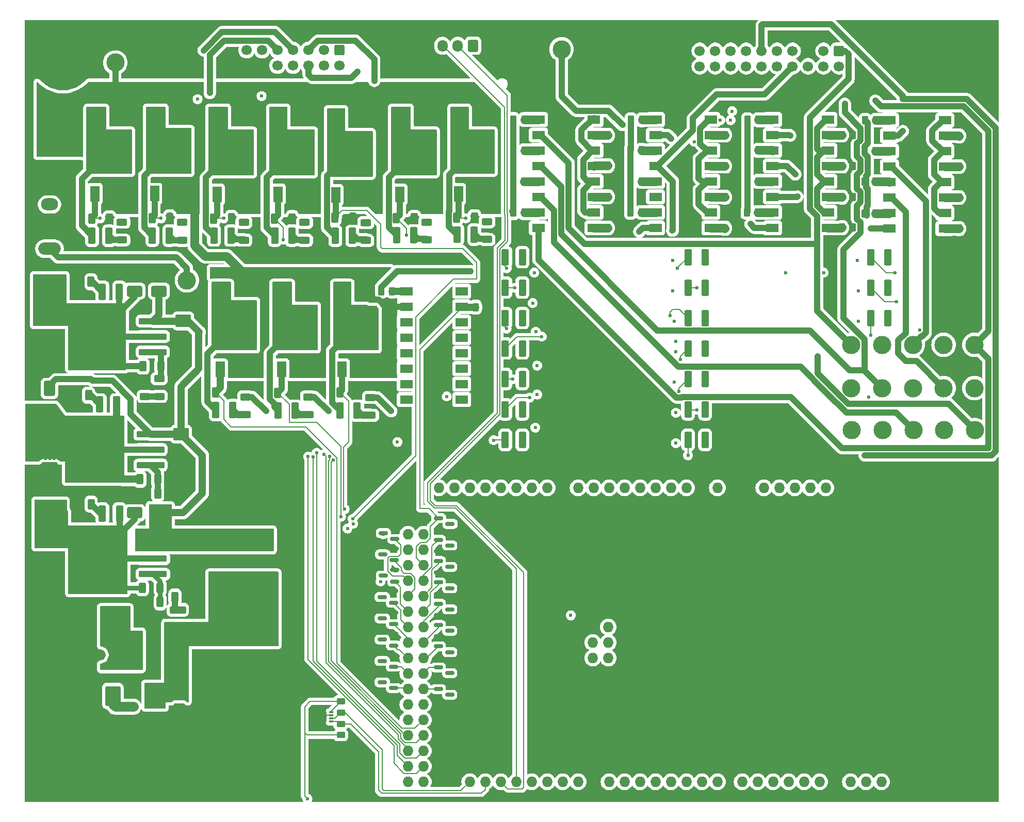
<source format=gbr>
%TF.GenerationSoftware,KiCad,Pcbnew,8.0.6*%
%TF.CreationDate,2025-01-04T02:04:51-08:00*%
%TF.ProjectId,MEP-MAXI-85V-1-REV-2-Interface-Board,4d45502d-4d41-4584-992d-3835562d312d,X1*%
%TF.SameCoordinates,Original*%
%TF.FileFunction,Copper,L1,Top*%
%TF.FilePolarity,Positive*%
%FSLAX46Y46*%
G04 Gerber Fmt 4.6, Leading zero omitted, Abs format (unit mm)*
G04 Created by KiCad (PCBNEW 8.0.6) date 2025-01-04 02:04:51*
%MOMM*%
%LPD*%
G01*
G04 APERTURE LIST*
G04 Aperture macros list*
%AMRoundRect*
0 Rectangle with rounded corners*
0 $1 Rounding radius*
0 $2 $3 $4 $5 $6 $7 $8 $9 X,Y pos of 4 corners*
0 Add a 4 corners polygon primitive as box body*
4,1,4,$2,$3,$4,$5,$6,$7,$8,$9,$2,$3,0*
0 Add four circle primitives for the rounded corners*
1,1,$1+$1,$2,$3*
1,1,$1+$1,$4,$5*
1,1,$1+$1,$6,$7*
1,1,$1+$1,$8,$9*
0 Add four rect primitives between the rounded corners*
20,1,$1+$1,$2,$3,$4,$5,0*
20,1,$1+$1,$4,$5,$6,$7,0*
20,1,$1+$1,$6,$7,$8,$9,0*
20,1,$1+$1,$8,$9,$2,$3,0*%
G04 Aperture macros list end*
%TA.AperFunction,SMDPad,CuDef*%
%ADD10RoundRect,0.250000X-0.375000X-1.075000X0.375000X-1.075000X0.375000X1.075000X-0.375000X1.075000X0*%
%TD*%
%TA.AperFunction,SMDPad,CuDef*%
%ADD11RoundRect,0.250000X-1.000000X-0.650000X1.000000X-0.650000X1.000000X0.650000X-1.000000X0.650000X0*%
%TD*%
%TA.AperFunction,SMDPad,CuDef*%
%ADD12RoundRect,0.250000X-0.312500X-0.625000X0.312500X-0.625000X0.312500X0.625000X-0.312500X0.625000X0*%
%TD*%
%TA.AperFunction,SMDPad,CuDef*%
%ADD13RoundRect,0.250000X-0.262500X-0.450000X0.262500X-0.450000X0.262500X0.450000X-0.262500X0.450000X0*%
%TD*%
%TA.AperFunction,ComponentPad*%
%ADD14RoundRect,0.250000X0.600000X0.725000X-0.600000X0.725000X-0.600000X-0.725000X0.600000X-0.725000X0*%
%TD*%
%TA.AperFunction,ComponentPad*%
%ADD15O,1.700000X1.950000*%
%TD*%
%TA.AperFunction,SMDPad,CuDef*%
%ADD16RoundRect,0.250000X-0.625000X0.312500X-0.625000X-0.312500X0.625000X-0.312500X0.625000X0.312500X0*%
%TD*%
%TA.AperFunction,ComponentPad*%
%ADD17C,3.000000*%
%TD*%
%TA.AperFunction,SMDPad,CuDef*%
%ADD18RoundRect,0.250000X0.312500X0.625000X-0.312500X0.625000X-0.312500X-0.625000X0.312500X-0.625000X0*%
%TD*%
%TA.AperFunction,SMDPad,CuDef*%
%ADD19RoundRect,0.150000X-0.587500X-0.150000X0.587500X-0.150000X0.587500X0.150000X-0.587500X0.150000X0*%
%TD*%
%TA.AperFunction,SMDPad,CuDef*%
%ADD20R,1.500000X2.500000*%
%TD*%
%TA.AperFunction,SMDPad,CuDef*%
%ADD21R,7.000000X7.000000*%
%TD*%
%TA.AperFunction,ComponentPad*%
%ADD22R,1.800000X4.400000*%
%TD*%
%TA.AperFunction,ComponentPad*%
%ADD23O,1.800000X4.000000*%
%TD*%
%TA.AperFunction,ComponentPad*%
%ADD24O,4.000000X1.800000*%
%TD*%
%TA.AperFunction,SMDPad,CuDef*%
%ADD25RoundRect,0.250000X-1.025000X0.787500X-1.025000X-0.787500X1.025000X-0.787500X1.025000X0.787500X0*%
%TD*%
%TA.AperFunction,SMDPad,CuDef*%
%ADD26RoundRect,0.250000X-1.400000X-1.000000X1.400000X-1.000000X1.400000X1.000000X-1.400000X1.000000X0*%
%TD*%
%TA.AperFunction,SMDPad,CuDef*%
%ADD27R,2.100000X1.450000*%
%TD*%
%TA.AperFunction,SMDPad,CuDef*%
%ADD28RoundRect,0.150000X0.587500X0.150000X-0.587500X0.150000X-0.587500X-0.150000X0.587500X-0.150000X0*%
%TD*%
%TA.AperFunction,SMDPad,CuDef*%
%ADD29RoundRect,0.250000X1.000000X0.650000X-1.000000X0.650000X-1.000000X-0.650000X1.000000X-0.650000X0*%
%TD*%
%TA.AperFunction,SMDPad,CuDef*%
%ADD30RoundRect,0.250000X2.050000X0.300000X-2.050000X0.300000X-2.050000X-0.300000X2.050000X-0.300000X0*%
%TD*%
%TA.AperFunction,SMDPad,CuDef*%
%ADD31RoundRect,0.250000X2.025000X2.375000X-2.025000X2.375000X-2.025000X-2.375000X2.025000X-2.375000X0*%
%TD*%
%TA.AperFunction,SMDPad,CuDef*%
%ADD32RoundRect,0.250002X4.449998X5.149998X-4.449998X5.149998X-4.449998X-5.149998X4.449998X-5.149998X0*%
%TD*%
%TA.AperFunction,ComponentPad*%
%ADD33C,0.900000*%
%TD*%
%TA.AperFunction,ComponentPad*%
%ADD34C,10.000000*%
%TD*%
%TA.AperFunction,SMDPad,CuDef*%
%ADD35RoundRect,0.250000X-1.075000X0.375000X-1.075000X-0.375000X1.075000X-0.375000X1.075000X0.375000X0*%
%TD*%
%TA.AperFunction,ComponentPad*%
%ADD36O,1.727200X1.727200*%
%TD*%
%TA.AperFunction,ComponentPad*%
%ADD37R,1.727200X1.727200*%
%TD*%
%TA.AperFunction,SMDPad,CuDef*%
%ADD38RoundRect,0.249998X-4.550002X3.650002X-4.550002X-3.650002X4.550002X-3.650002X4.550002X3.650002X0*%
%TD*%
%TA.AperFunction,ComponentPad*%
%ADD39RoundRect,0.250000X-0.600000X0.600000X-0.600000X-0.600000X0.600000X-0.600000X0.600000X0.600000X0*%
%TD*%
%TA.AperFunction,ComponentPad*%
%ADD40C,1.700000*%
%TD*%
%TA.AperFunction,SMDPad,CuDef*%
%ADD41RoundRect,0.250000X-0.650000X1.000000X-0.650000X-1.000000X0.650000X-1.000000X0.650000X1.000000X0*%
%TD*%
%TA.AperFunction,SMDPad,CuDef*%
%ADD42RoundRect,0.250000X-0.450000X0.262500X-0.450000X-0.262500X0.450000X-0.262500X0.450000X0.262500X0*%
%TD*%
%TA.AperFunction,SMDPad,CuDef*%
%ADD43R,0.700000X0.300000*%
%TD*%
%TA.AperFunction,SMDPad,CuDef*%
%ADD44R,1.400000X1.600000*%
%TD*%
%TA.AperFunction,ComponentPad*%
%ADD45RoundRect,0.500000X-1.350000X0.500000X-1.350000X-0.500000X1.350000X-0.500000X1.350000X0.500000X0*%
%TD*%
%TA.AperFunction,ComponentPad*%
%ADD46RoundRect,0.500000X-0.900000X0.500000X-0.900000X-0.500000X0.900000X-0.500000X0.900000X0.500000X0*%
%TD*%
%TA.AperFunction,ComponentPad*%
%ADD47O,2.800000X2.000000*%
%TD*%
%TA.AperFunction,ComponentPad*%
%ADD48O,3.700000X2.000000*%
%TD*%
%TA.AperFunction,SMDPad,CuDef*%
%ADD49RoundRect,0.250000X0.625000X-0.312500X0.625000X0.312500X-0.625000X0.312500X-0.625000X-0.312500X0*%
%TD*%
%TA.AperFunction,SMDPad,CuDef*%
%ADD50RoundRect,0.250000X-1.000000X1.400000X-1.000000X-1.400000X1.000000X-1.400000X1.000000X1.400000X0*%
%TD*%
%TA.AperFunction,ComponentPad*%
%ADD51R,3.000000X3.000000*%
%TD*%
%TA.AperFunction,ViaPad*%
%ADD52C,0.600000*%
%TD*%
%TA.AperFunction,Conductor*%
%ADD53C,1.000000*%
%TD*%
%TA.AperFunction,Conductor*%
%ADD54C,1.600000*%
%TD*%
%TA.AperFunction,Conductor*%
%ADD55C,0.200000*%
%TD*%
%TA.AperFunction,Conductor*%
%ADD56C,1.200000*%
%TD*%
%TA.AperFunction,Conductor*%
%ADD57C,0.800000*%
%TD*%
%TA.AperFunction,Conductor*%
%ADD58C,1.400000*%
%TD*%
G04 APERTURE END LIST*
D10*
%TO.P,D308,1,K*%
%TO.N,Net-(D308-K)*%
X74844000Y-112480000D03*
%TO.P,D308,2,A*%
%TO.N,+12V*%
X77644000Y-112480000D03*
%TD*%
D11*
%TO.P,D520,1,A1*%
%TO.N,/Output Connections/SOL_HEAD_OUT*%
X114269000Y-75420000D03*
%TO.P,D520,2,A2*%
%TO.N,/Solenoid MOSFETS/FUSED_GND*%
X118269000Y-75420000D03*
%TD*%
D12*
%TO.P,R309,1*%
%TO.N,GND*%
X70081500Y-110940000D03*
%TO.P,R309,2*%
%TO.N,Net-(D308-K)*%
X73006500Y-110940000D03*
%TD*%
D10*
%TO.P,D521,1,K*%
%TO.N,/Output Connections/SOL_HEAD_IN*%
X113069000Y-66880000D03*
%TO.P,D521,2,A*%
%TO.N,Net-(D521-A)*%
X115869000Y-66880000D03*
%TD*%
D11*
%TO.P,D516,1,A1*%
%TO.N,/Output Connections/SOL_HEAD_CCW*%
X104469000Y-75480000D03*
%TO.P,D516,2,A2*%
%TO.N,/Solenoid MOSFETS/FUSED_GND*%
X108469000Y-75480000D03*
%TD*%
D13*
%TO.P,R732,1*%
%TO.N,+24V*%
X180706500Y-52830000D03*
%TO.P,R732,2*%
%TO.N,Net-(IC704-A_2)*%
X182531500Y-52830000D03*
%TD*%
D11*
%TO.P,D522,1,A1*%
%TO.N,/Output Connections/SOL_HEAD_IN*%
X113269000Y-46880000D03*
%TO.P,D522,2,A2*%
%TO.N,/Solenoid MOSFETS/FUSED_GND*%
X117269000Y-46880000D03*
%TD*%
D13*
%TO.P,R704,1*%
%TO.N,+24V*%
X142281500Y-52880000D03*
%TO.P,R704,2*%
%TO.N,Net-(IC701-A_2)*%
X144106500Y-52880000D03*
%TD*%
D14*
%TO.P,J408,1,Pin_1*%
%TO.N,+5V*%
X135669000Y-35680000D03*
D15*
%TO.P,J408,2,Pin_2*%
%TO.N,/Arduino DUE IO/RX1*%
X133169000Y-35680000D03*
%TO.P,J408,3,Pin_3*%
%TO.N,/Arduino DUE IO/TX1*%
X130669000Y-35680000D03*
%TO.P,J408,4,Pin_4*%
%TO.N,GND*%
X128169000Y-35680000D03*
%TD*%
D16*
%TO.P,R514,1*%
%TO.N,+5V*%
X137969000Y-64555000D03*
%TO.P,R514,2*%
%TO.N,Net-(D511-A)*%
X137969000Y-67480000D03*
%TD*%
D17*
%TO.P,TP708,1,1*%
%TO.N,/Photoisolators/PROXIMITY_HEAD_CCW*%
X207869000Y-91880000D03*
%TD*%
D18*
%TO.P,R311,1*%
%TO.N,GND*%
X89681500Y-126180000D03*
%TO.P,R311,2*%
%TO.N,Net-(D310-K)*%
X86756500Y-126180000D03*
%TD*%
D10*
%TO.P,D505,1,K*%
%TO.N,/Output Connections/SOL_TOOL_OUT*%
X93169000Y-66830000D03*
%TO.P,D505,2,A*%
%TO.N,Net-(D505-A)*%
X95969000Y-66830000D03*
%TD*%
D13*
%TO.P,R742,1*%
%TO.N,/Arduino DUE IO/D45*%
X196206500Y-55430000D03*
%TO.P,R742,2*%
%TO.N,GND*%
X198031500Y-55430000D03*
%TD*%
D10*
%TO.P,D501,1,K*%
%TO.N,/Output Connections/SOL_SHEER_CUT*%
X73144000Y-66862500D03*
%TO.P,D501,2,A*%
%TO.N,Net-(D501-A)*%
X75944000Y-66862500D03*
%TD*%
D19*
%TO.P,Q801,1,G*%
%TO.N,/Arduino DUE IO/D48*%
X130031500Y-113230000D03*
%TO.P,Q801,2,S*%
%TO.N,GND*%
X130031500Y-115130000D03*
%TO.P,Q801,3,D*%
%TO.N,Net-(D801-K)*%
X131906500Y-114180000D03*
%TD*%
D20*
%TO.P,Q501,1,G*%
%TO.N,/Arduino DUE IO/D22*%
X73644000Y-59960000D03*
D21*
%TO.P,Q501,2,D*%
%TO.N,/Output Connections/SOL_SHEER_CUT*%
X75944000Y-53060000D03*
D20*
%TO.P,Q501,3,S*%
%TO.N,/Solenoid MOSFETS/FUSED_GND*%
X78244000Y-59960000D03*
%TD*%
D22*
%TO.P,J301,1*%
%TO.N,Net-(D301-A)*%
X76369000Y-130880000D03*
D23*
%TO.P,J301,2*%
%TO.N,GND*%
X70569000Y-130880000D03*
D24*
%TO.P,J301,MP,MountPin*%
X73369000Y-135680000D03*
%TD*%
D12*
%TO.P,R301,1*%
%TO.N,+5V*%
X81006500Y-106855000D03*
%TO.P,R301,2*%
%TO.N,Net-(U301-ADJ)*%
X83931500Y-106855000D03*
%TD*%
D17*
%TO.P,TP713,1,1*%
%TO.N,/Photoisolators/ENCODER_BEND_RESET*%
X217969000Y-84780000D03*
%TD*%
D20*
%TO.P,Q506,1,G*%
%TO.N,/Arduino DUE IO/D27*%
X133269000Y-59980000D03*
D21*
%TO.P,Q506,2,D*%
%TO.N,/Output Connections/SOL_FEED_REVERSE*%
X135569000Y-53080000D03*
D20*
%TO.P,Q506,3,S*%
%TO.N,/Solenoid MOSFETS/FUSED_GND*%
X137869000Y-59980000D03*
%TD*%
D11*
%TO.P,D512,1,A1*%
%TO.N,/Output Connections/SOL_FEED_REVERSE*%
X133569000Y-46680000D03*
%TO.P,D512,2,A2*%
%TO.N,/Solenoid MOSFETS/FUSED_GND*%
X137569000Y-46680000D03*
%TD*%
D13*
%TO.P,R733,1*%
%TO.N,+24V*%
X180706500Y-57930000D03*
%TO.P,R733,2*%
%TO.N,Net-(IC704-A_3)*%
X182531500Y-57930000D03*
%TD*%
D18*
%TO.P,R518,1*%
%TO.N,GND*%
X115931500Y-63880000D03*
%TO.P,R518,2*%
%TO.N,/Arduino DUE IO/D31*%
X113006500Y-63880000D03*
%TD*%
%TO.P,R512,1*%
%TO.N,GND*%
X106531500Y-92680000D03*
%TO.P,R512,2*%
%TO.N,/Arduino DUE IO/D29*%
X103606500Y-92680000D03*
%TD*%
D17*
%TO.P,TP714,1,1*%
%TO.N,/Photoisolators/PROXIMITY_SHEAR_CUT*%
X217969000Y-91880000D03*
%TD*%
D20*
%TO.P,Q507,1,G*%
%TO.N,/Arduino DUE IO/D28*%
X94169000Y-88780000D03*
D21*
%TO.P,Q507,2,D*%
%TO.N,/Output Connections/SOL_HEAD_CW*%
X96469000Y-81880000D03*
D20*
%TO.P,Q507,3,S*%
%TO.N,/Solenoid MOSFETS/FUSED_GND*%
X98769000Y-88780000D03*
%TD*%
D17*
%TO.P,TP707,1,1*%
%TO.N,/Photoisolators/PROXIMITY_TOOL_OUT*%
X207869000Y-84780000D03*
%TD*%
D10*
%TO.P,D503,1,K*%
%TO.N,/Output Connections/SOL_SHEER_HOME*%
X83044000Y-66840000D03*
%TO.P,D503,2,A*%
%TO.N,Net-(D503-A)*%
X85844000Y-66840000D03*
%TD*%
D25*
%TO.P,C304,1*%
%TO.N,+5V*%
X66169000Y-98842500D03*
%TO.P,C304,2*%
%TO.N,GND*%
X66169000Y-105067500D03*
%TD*%
D26*
%TO.P,D303,1,K*%
%TO.N,+24V*%
X99969000Y-116880000D03*
%TO.P,D303,2,A*%
%TO.N,Net-(D301-K)*%
X99969000Y-123680000D03*
%TD*%
D27*
%TO.P,IC701,1,A_1*%
%TO.N,Net-(IC701-A_1)*%
X146419000Y-47790000D03*
%TO.P,IC701,2,K_1*%
%TO.N,/Photoisolators/ENCODER_FEED_SET*%
X146419000Y-50330000D03*
%TO.P,IC701,3,A_2*%
%TO.N,Net-(IC701-A_2)*%
X146419000Y-52870000D03*
%TO.P,IC701,4,K_2*%
%TO.N,/Photoisolators/ENCODER_FEED_RESET*%
X146419000Y-55410000D03*
%TO.P,IC701,5,A_3*%
%TO.N,Net-(IC701-A_3)*%
X146419000Y-57950000D03*
%TO.P,IC701,6,K_3*%
%TO.N,/Photoisolators/ENCODER_BEND_SET*%
X146419000Y-60490000D03*
%TO.P,IC701,7,A_4*%
%TO.N,Net-(IC701-A_4)*%
X146419000Y-63030000D03*
%TO.P,IC701,8,K_4*%
%TO.N,/Photoisolators/ENCODER_BEND_RESET*%
X146419000Y-65570000D03*
%TO.P,IC701,9,E_4*%
%TO.N,/Arduino DUE IO/D35*%
X155519000Y-65570000D03*
%TO.P,IC701,10,C_4*%
%TO.N,+3V3*%
X155519000Y-63030000D03*
%TO.P,IC701,11,E_3*%
%TO.N,/Arduino DUE IO/D34*%
X155519000Y-60490000D03*
%TO.P,IC701,12,C_3*%
%TO.N,+3V3*%
X155519000Y-57950000D03*
%TO.P,IC701,13,E_2*%
%TO.N,/Arduino DUE IO/D33*%
X155519000Y-55410000D03*
%TO.P,IC701,14,C-2*%
%TO.N,+3V3*%
X155519000Y-52870000D03*
%TO.P,IC701,15,E_1*%
%TO.N,/Arduino DUE IO/D32*%
X155519000Y-50330000D03*
%TO.P,IC701,16,C_1*%
%TO.N,+3V3*%
X155519000Y-47790000D03*
%TD*%
D20*
%TO.P,Q504,1,G*%
%TO.N,/Arduino DUE IO/D25*%
X103669000Y-60042500D03*
D21*
%TO.P,Q504,2,D*%
%TO.N,/Output Connections/SOL_TOOL_IN*%
X105969000Y-53142500D03*
D20*
%TO.P,Q504,3,S*%
%TO.N,/Solenoid MOSFETS/FUSED_GND*%
X108269000Y-60042500D03*
%TD*%
D10*
%TO.P,D704,1,K*%
%TO.N,Net-(D704-K)*%
X140969000Y-85380000D03*
%TO.P,D704,2,A*%
%TO.N,Net-(D704-A)*%
X143769000Y-85380000D03*
%TD*%
D13*
%TO.P,R705,1*%
%TO.N,+24V*%
X142269000Y-57980000D03*
%TO.P,R705,2*%
%TO.N,Net-(IC701-A_3)*%
X144094000Y-57980000D03*
%TD*%
%TO.P,R729,1*%
%TO.N,+24V*%
X199906500Y-57990000D03*
%TO.P,R729,2*%
%TO.N,Net-(IC703-A_3)*%
X201731500Y-57990000D03*
%TD*%
%TO.P,R743,1*%
%TO.N,/Arduino DUE IO/D46*%
X196206500Y-60530000D03*
%TO.P,R743,2*%
%TO.N,GND*%
X198031500Y-60530000D03*
%TD*%
D10*
%TO.P,D511,1,K*%
%TO.N,/Output Connections/SOL_FEED_REVERSE*%
X133069000Y-66680000D03*
%TO.P,D511,2,A*%
%TO.N,Net-(D511-A)*%
X135869000Y-66680000D03*
%TD*%
%TO.P,D703,1,K*%
%TO.N,Net-(D703-K)*%
X140969000Y-80380000D03*
%TO.P,D703,2,A*%
%TO.N,Net-(D703-A)*%
X143769000Y-80380000D03*
%TD*%
D28*
%TO.P,Q712,1,G*%
%TO.N,/Arduino DUE IO/D43*%
X122844000Y-123630000D03*
%TO.P,Q712,2,S*%
%TO.N,GND*%
X122844000Y-121730000D03*
%TO.P,Q712,3,D*%
%TO.N,Net-(D712-K)*%
X120969000Y-122680000D03*
%TD*%
D10*
%TO.P,D705,1,K*%
%TO.N,Net-(D705-K)*%
X140969000Y-90380000D03*
%TO.P,D705,2,A*%
%TO.N,Net-(D705-A)*%
X143769000Y-90380000D03*
%TD*%
D11*
%TO.P,D508,1,A1*%
%TO.N,/Output Connections/SOL_TOOL_IN*%
X103869000Y-46742500D03*
%TO.P,D508,2,A2*%
%TO.N,/Solenoid MOSFETS/FUSED_GND*%
X107869000Y-46742500D03*
%TD*%
D17*
%TO.P,TP710,1,1*%
%TO.N,/Photoisolators/PROXIMITY_SHEAR_HOME*%
X212919000Y-84780000D03*
%TD*%
D16*
%TO.P,R306,1*%
%TO.N,Net-(U303-ADJ)*%
X84169000Y-90317500D03*
%TO.P,R306,2*%
%TO.N,Net-(R306-Pad2)*%
X84169000Y-93242500D03*
%TD*%
D20*
%TO.P,Q505,1,G*%
%TO.N,/Arduino DUE IO/D26*%
X123669000Y-60090000D03*
D21*
%TO.P,Q505,2,D*%
%TO.N,/Output Connections/SOL_FEED_FORWARD*%
X125969000Y-53190000D03*
D20*
%TO.P,Q505,3,S*%
%TO.N,/Solenoid MOSFETS/FUSED_GND*%
X128269000Y-60090000D03*
%TD*%
D25*
%TO.P,C305,1*%
%TO.N,+24V*%
X88119000Y-80845000D03*
%TO.P,C305,2*%
%TO.N,GND*%
X88119000Y-87070000D03*
%TD*%
D10*
%TO.P,D309,1,K*%
%TO.N,Net-(D309-K)*%
X74819000Y-76057500D03*
%TO.P,D309,2,A*%
%TO.N,+3V3*%
X77619000Y-76057500D03*
%TD*%
D29*
%TO.P,D305,1,K*%
%TO.N,+24V*%
X84144000Y-112340000D03*
%TO.P,D305,2,A*%
%TO.N,+12V*%
X80144000Y-112340000D03*
%TD*%
D10*
%TO.P,D709,1,K*%
%TO.N,Net-(D709-K)*%
X170969000Y-75380000D03*
%TO.P,D709,2,A*%
%TO.N,Net-(D709-A)*%
X173769000Y-75380000D03*
%TD*%
D30*
%TO.P,U302,1,ADJ*%
%TO.N,Net-(U302-ADJ)*%
X83144000Y-122420000D03*
%TO.P,U302,2,VO*%
%TO.N,+12V*%
X83144000Y-119880000D03*
D31*
X76419000Y-122655000D03*
X76419000Y-117105000D03*
D32*
X73994000Y-119880000D03*
D31*
X71569000Y-122655000D03*
X71569000Y-117105000D03*
D30*
%TO.P,U302,3,VI*%
%TO.N,+24V*%
X83144000Y-117340000D03*
%TD*%
D20*
%TO.P,Q509,1,G*%
%TO.N,/Arduino DUE IO/D30*%
X114169000Y-88780000D03*
D21*
%TO.P,Q509,2,D*%
%TO.N,/Output Connections/SOL_HEAD_OUT*%
X116469000Y-81880000D03*
D20*
%TO.P,Q509,3,S*%
%TO.N,/Solenoid MOSFETS/FUSED_GND*%
X118769000Y-88780000D03*
%TD*%
D27*
%TO.P,IC702,1,A_1*%
%TO.N,Net-(IC702-A_1)*%
X165619000Y-47790000D03*
%TO.P,IC702,2,K_1*%
%TO.N,/Photoisolators/PROXIMITY_HEAD_OUT*%
X165619000Y-50330000D03*
%TO.P,IC702,3,A_2*%
%TO.N,Net-(IC702-A_2)*%
X165619000Y-52870000D03*
%TO.P,IC702,4,K_2*%
%TO.N,/Photoisolators/PROXIMITY_HEAD_IN*%
X165619000Y-55410000D03*
%TO.P,IC702,5,A_3*%
%TO.N,Net-(IC702-A_3)*%
X165619000Y-57950000D03*
%TO.P,IC702,6,K_3*%
%TO.N,/Photoisolators/PROXIMITY_SHEAR_HOME*%
X165619000Y-60490000D03*
%TO.P,IC702,7,A_4*%
%TO.N,Net-(IC702-A_4)*%
X165619000Y-63030000D03*
%TO.P,IC702,8,K_4*%
%TO.N,/Photoisolators/PROXIMITY_SHEAR_CUT*%
X165619000Y-65570000D03*
%TO.P,IC702,9,E_4*%
%TO.N,/Arduino DUE IO/D39*%
X174719000Y-65570000D03*
%TO.P,IC702,10,C_4*%
%TO.N,+3V3*%
X174719000Y-63030000D03*
%TO.P,IC702,11,E_3*%
%TO.N,/Arduino DUE IO/D38*%
X174719000Y-60490000D03*
%TO.P,IC702,12,C_3*%
%TO.N,+3V3*%
X174719000Y-57950000D03*
%TO.P,IC702,13,E_2*%
%TO.N,/Arduino DUE IO/D37*%
X174719000Y-55410000D03*
%TO.P,IC702,14,C-2*%
%TO.N,+3V3*%
X174719000Y-52870000D03*
%TO.P,IC702,15,E_1*%
%TO.N,/Arduino DUE IO/D36*%
X174719000Y-50330000D03*
%TO.P,IC702,16,C_1*%
%TO.N,+3V3*%
X174719000Y-47790000D03*
%TD*%
D16*
%TO.P,R515,1*%
%TO.N,+5V*%
X98369000Y-93317500D03*
%TO.P,R515,2*%
%TO.N,Net-(D513-A)*%
X98369000Y-96242500D03*
%TD*%
D33*
%TO.P,H103,1,1*%
%TO.N,GND*%
X212019000Y-142280000D03*
X213117350Y-139628350D03*
X213117350Y-144931650D03*
X215769000Y-138530000D03*
D34*
X215769000Y-142280000D03*
D33*
X215769000Y-146030000D03*
X218420650Y-139628350D03*
X218420650Y-144931650D03*
X219519000Y-142280000D03*
%TD*%
D13*
%TO.P,R710,1*%
%TO.N,+24V*%
X161506500Y-63030000D03*
%TO.P,R710,2*%
%TO.N,Net-(IC702-A_4)*%
X163331500Y-63030000D03*
%TD*%
D10*
%TO.P,D515,1,K*%
%TO.N,/Output Connections/SOL_HEAD_CCW*%
X103669000Y-95580000D03*
%TO.P,D515,2,A*%
%TO.N,Net-(D515-A)*%
X106469000Y-95580000D03*
%TD*%
D11*
%TO.P,D506,1,A1*%
%TO.N,/Output Connections/SOL_TOOL_OUT*%
X94069000Y-46830000D03*
%TO.P,D506,2,A2*%
%TO.N,/Solenoid MOSFETS/FUSED_GND*%
X98069000Y-46830000D03*
%TD*%
D35*
%TO.P,D310,1,K*%
%TO.N,Net-(D310-K)*%
X87219000Y-128280000D03*
%TO.P,D310,2,A*%
%TO.N,Net-(D301-K)*%
X87219000Y-131080000D03*
%TD*%
D13*
%TO.P,R801,1*%
%TO.N,+24V*%
X120606500Y-75990000D03*
%TO.P,R801,2*%
%TO.N,Net-(IC801-A_1)*%
X122431500Y-75990000D03*
%TD*%
D27*
%TO.P,IC801,1,A_1*%
%TO.N,Net-(IC801-A_1)*%
X124719000Y-75990000D03*
%TO.P,IC801,2,K_1*%
%TO.N,/Solenoid MOSFETS/FUSED_GND*%
X124719000Y-78530000D03*
%TO.P,IC801,3,A_2*%
%TO.N,unconnected-(IC801-A_2-Pad3)*%
X124719000Y-81070000D03*
%TO.P,IC801,4,K_2*%
%TO.N,unconnected-(IC801-K_2-Pad4)*%
X124719000Y-83610000D03*
%TO.P,IC801,5,A_3*%
%TO.N,unconnected-(IC801-A_3-Pad5)*%
X124719000Y-86150000D03*
%TO.P,IC801,6,K_3*%
%TO.N,unconnected-(IC801-K_3-Pad6)*%
X124719000Y-88690000D03*
%TO.P,IC801,7,A_4*%
%TO.N,unconnected-(IC801-A_4-Pad7)*%
X124719000Y-91230000D03*
%TO.P,IC801,8,K_4*%
%TO.N,unconnected-(IC801-K_4-Pad8)*%
X124719000Y-93770000D03*
%TO.P,IC801,9,E_4*%
%TO.N,unconnected-(IC801-E_4-Pad9)*%
X133819000Y-93770000D03*
%TO.P,IC801,10,C_4*%
%TO.N,unconnected-(IC801-C_4-Pad10)*%
X133819000Y-91230000D03*
%TO.P,IC801,11,E_3*%
%TO.N,unconnected-(IC801-E_3-Pad11)*%
X133819000Y-88690000D03*
%TO.P,IC801,12,C_3*%
%TO.N,unconnected-(IC801-C_3-Pad12)*%
X133819000Y-86150000D03*
%TO.P,IC801,13,E_2*%
%TO.N,unconnected-(IC801-E_2-Pad13)*%
X133819000Y-83610000D03*
%TO.P,IC801,14,C-2*%
%TO.N,unconnected-(IC801-C-2-Pad14)*%
X133819000Y-81070000D03*
%TO.P,IC801,15,E_1*%
%TO.N,/Arduino DUE IO/D48*%
X133819000Y-78530000D03*
%TO.P,IC801,16,C_1*%
%TO.N,+3V3*%
X133819000Y-75990000D03*
%TD*%
D13*
%TO.P,R728,1*%
%TO.N,+24V*%
X199906500Y-52990000D03*
%TO.P,R728,2*%
%TO.N,Net-(IC703-A_2)*%
X201731500Y-52990000D03*
%TD*%
D17*
%TO.P,TP716,1,1*%
%TO.N,+24V*%
X94219000Y-116930000D03*
%TD*%
D25*
%TO.P,C302,1*%
%TO.N,+24V*%
X87769000Y-99442500D03*
%TO.P,C302,2*%
%TO.N,GND*%
X87769000Y-105667500D03*
%TD*%
D13*
%TO.P,R719,1*%
%TO.N,/Arduino DUE IO/D38*%
X177006500Y-60530000D03*
%TO.P,R719,2*%
%TO.N,GND*%
X178831500Y-60530000D03*
%TD*%
D36*
%TO.P,A401,*%
%TO.N,*%
X193556000Y-108240000D03*
%TO.P,A401,3V3,3.3V*%
%TO.N,unconnected-(A401-3.3V-Pad3V3)*%
X185936000Y-108240000D03*
%TO.P,A401,5V1,5V*%
%TO.N,unconnected-(A401-5V-Pad5V1)*%
X183396000Y-108240000D03*
%TO.P,A401,5V2,SPI_5V*%
%TO.N,unconnected-(A401-SPI_5V-Pad5V2)*%
X155329000Y-136180000D03*
%TO.P,A401,5V3,5V*%
%TO.N,unconnected-(A401-5V-Pad5V3)*%
X127516000Y-156500000D03*
%TO.P,A401,5V4,5V*%
%TO.N,unconnected-(A401-5V-Pad5V4)*%
X124976000Y-156500000D03*
%TO.P,A401,A0,A0*%
%TO.N,/Arduino DUE IO/A0*%
X170696000Y-108240000D03*
%TO.P,A401,A1,A1*%
%TO.N,/Arduino DUE IO/A1*%
X168156000Y-108240000D03*
%TO.P,A401,A2,A2*%
%TO.N,/Arduino DUE IO/A2*%
X165616000Y-108240000D03*
%TO.P,A401,A3,A3*%
%TO.N,/Arduino DUE IO/A3*%
X163076000Y-108240000D03*
%TO.P,A401,A4,A4*%
%TO.N,/Arduino DUE IO/A4*%
X160536000Y-108240000D03*
%TO.P,A401,A5,A5*%
%TO.N,/Arduino DUE IO/A5*%
X157996000Y-108240000D03*
%TO.P,A401,A6,A6*%
%TO.N,/Arduino DUE IO/A6*%
X155456000Y-108240000D03*
%TO.P,A401,A7,A7*%
%TO.N,/Arduino DUE IO/A7*%
X152916000Y-108240000D03*
%TO.P,A401,A8,A8*%
%TO.N,/Arduino DUE IO/A8*%
X147836000Y-108240000D03*
%TO.P,A401,A9,A9*%
%TO.N,/Arduino DUE IO/A9*%
X145296000Y-108240000D03*
%TO.P,A401,A10,A10*%
%TO.N,/Arduino DUE IO/A10*%
X142756000Y-108240000D03*
%TO.P,A401,A11,A11*%
%TO.N,/Arduino DUE IO/A11*%
X140216000Y-108240000D03*
%TO.P,A401,AREF,AREF*%
%TO.N,/Arduino DUE IO/AREF*%
X197620000Y-156500000D03*
%TO.P,A401,CANR,CANRX*%
%TO.N,/Arduino DUE IO/CANRX*%
X132596000Y-108240000D03*
%TO.P,A401,CANT,CANTX*%
%TO.N,/Arduino DUE IO/CANTX*%
X130056000Y-108240000D03*
%TO.P,A401,D0,D0/RX0*%
%TO.N,/Arduino DUE IO/RX0*%
X157996000Y-156500000D03*
%TO.P,A401,D1,D1/TX0*%
%TO.N,/Arduino DUE IO/TX0*%
X160536000Y-156500000D03*
%TO.P,A401,D2,D2*%
%TO.N,/Arduino DUE IO/D2*%
X163076000Y-156500000D03*
%TO.P,A401,D3,D3*%
%TO.N,/Arduino DUE IO/D3*%
X165616000Y-156500000D03*
%TO.P,A401,D4,D4_CS1*%
%TO.N,/Arduino DUE IO/D4_CS1*%
X168156000Y-156500000D03*
%TO.P,A401,D5,D5*%
%TO.N,/Arduino DUE IO/D5*%
X170696000Y-156500000D03*
%TO.P,A401,D6,D6*%
%TO.N,/Arduino DUE IO/D6*%
X173236000Y-156500000D03*
%TO.P,A401,D7,D7*%
%TO.N,/Arduino DUE IO/D7*%
X175776000Y-156500000D03*
%TO.P,A401,D8,D8*%
%TO.N,/Arduino DUE IO/D8*%
X179840000Y-156500000D03*
%TO.P,A401,D9,D9*%
%TO.N,/Arduino DUE IO/D9*%
X182380000Y-156500000D03*
%TO.P,A401,D10,D10_CS0*%
%TO.N,/Arduino DUE IO/D10_CSO*%
X184920000Y-156500000D03*
%TO.P,A401,D11,D11*%
%TO.N,/Arduino DUE IO/D11*%
X187460000Y-156500000D03*
%TO.P,A401,D12,D12*%
%TO.N,/Arduino DUE IO/D12*%
X190000000Y-156500000D03*
%TO.P,A401,D13,D13*%
%TO.N,/Arduino DUE IO/D13*%
X192540000Y-156500000D03*
%TO.P,A401,D14,D14/TX3*%
%TO.N,/Arduino DUE IO/TX3*%
X152916000Y-156500000D03*
%TO.P,A401,D15,D15/RX3*%
%TO.N,/Arduino DUE IO/RX3*%
X150376000Y-156500000D03*
%TO.P,A401,D16,D16/TX2*%
%TO.N,/Arduino DUE IO/TX2*%
X147836000Y-156500000D03*
%TO.P,A401,D17,D17/RX2*%
%TO.N,/Arduino DUE IO/RX2*%
X145296000Y-156500000D03*
%TO.P,A401,D18,D18/TX1*%
%TO.N,/Arduino DUE IO/TX1*%
X142756000Y-156500000D03*
%TO.P,A401,D19,D19/RX1*%
%TO.N,/Arduino DUE IO/RX1*%
X140216000Y-156500000D03*
%TO.P,A401,D20,D20/SDA*%
%TO.N,/Arduino DUE IO/SDA*%
X137676000Y-156500000D03*
%TO.P,A401,D21,D21/SCL*%
%TO.N,/Arduino DUE IO/SCL*%
X135136000Y-156500000D03*
%TO.P,A401,D22,D22*%
%TO.N,/Arduino DUE IO/D22*%
X127516000Y-153960000D03*
%TO.P,A401,D23,D23*%
%TO.N,/Arduino DUE IO/D23*%
X124976000Y-153960000D03*
%TO.P,A401,D24,D24*%
%TO.N,/Arduino DUE IO/D24*%
X127516000Y-151420000D03*
%TO.P,A401,D25,D25*%
%TO.N,/Arduino DUE IO/D25*%
X124976000Y-151420000D03*
%TO.P,A401,D26,D26*%
%TO.N,/Arduino DUE IO/D26*%
X127516000Y-148880000D03*
%TO.P,A401,D27,D27*%
%TO.N,/Arduino DUE IO/D27*%
X124976000Y-148880000D03*
%TO.P,A401,D28,D28*%
%TO.N,/Arduino DUE IO/D28*%
X127516000Y-146340000D03*
%TO.P,A401,D29,D29*%
%TO.N,/Arduino DUE IO/D29*%
X124976000Y-146340000D03*
%TO.P,A401,D30,D30*%
%TO.N,/Arduino DUE IO/D30*%
X127516000Y-143800000D03*
%TO.P,A401,D31,D31*%
%TO.N,/Arduino DUE IO/D31*%
X124976000Y-143800000D03*
%TO.P,A401,D32,D32*%
%TO.N,/Arduino DUE IO/D32*%
X127516000Y-141260000D03*
%TO.P,A401,D33,D33*%
%TO.N,/Arduino DUE IO/D33*%
X124976000Y-141260000D03*
%TO.P,A401,D34,D34*%
%TO.N,/Arduino DUE IO/D34*%
X127516000Y-138720000D03*
%TO.P,A401,D35,D35*%
%TO.N,/Arduino DUE IO/D35*%
X124976000Y-138720000D03*
%TO.P,A401,D36,D36*%
%TO.N,/Arduino DUE IO/D36*%
X127516000Y-136180000D03*
%TO.P,A401,D37,D37*%
%TO.N,/Arduino DUE IO/D37*%
X124976000Y-136180000D03*
%TO.P,A401,D38,D38*%
%TO.N,/Arduino DUE IO/D38*%
X127516000Y-133640000D03*
%TO.P,A401,D39,D39*%
%TO.N,/Arduino DUE IO/D39*%
X124976000Y-133640000D03*
%TO.P,A401,D40,D40*%
%TO.N,/Arduino DUE IO/D40*%
X127516000Y-131100000D03*
%TO.P,A401,D41,D41*%
%TO.N,/Arduino DUE IO/D41*%
X124976000Y-131100000D03*
%TO.P,A401,D42,D42*%
%TO.N,/Arduino DUE IO/D42*%
X127516000Y-128560000D03*
%TO.P,A401,D43,D43*%
%TO.N,/Arduino DUE IO/D43*%
X124976000Y-128560000D03*
%TO.P,A401,D44,D44*%
%TO.N,/Arduino DUE IO/D44*%
X127516000Y-126020000D03*
%TO.P,A401,D45,D45*%
%TO.N,/Arduino DUE IO/D45*%
X124976000Y-126020000D03*
%TO.P,A401,D46,D46*%
%TO.N,/Arduino DUE IO/D46*%
X127516000Y-123480000D03*
%TO.P,A401,D47,D47*%
%TO.N,/Arduino DUE IO/D47*%
X124976000Y-123480000D03*
%TO.P,A401,D48,D48*%
%TO.N,/Arduino DUE IO/D48*%
X127516000Y-120940000D03*
%TO.P,A401,D49,D49*%
%TO.N,/Arduino DUE IO/D49*%
X124976000Y-120940000D03*
%TO.P,A401,D50,D50*%
%TO.N,/Arduino DUE IO/D50*%
X127516000Y-118400000D03*
%TO.P,A401,D51,D51*%
%TO.N,/Arduino DUE IO/D51*%
X124976000Y-118400000D03*
%TO.P,A401,D52,D52_CS2*%
%TO.N,/Arduino DUE IO/D52_CS2*%
X127516000Y-115860000D03*
%TO.P,A401,D53,D53*%
%TO.N,/Arduino DUE IO/D53*%
X124976000Y-115860000D03*
%TO.P,A401,DAC0,DAC0*%
%TO.N,/Arduino DUE IO/DAC0*%
X137676000Y-108240000D03*
%TO.P,A401,DAC1,DAC1*%
%TO.N,/Arduino DUE IO/DAC1*%
X135136000Y-108240000D03*
D37*
%TO.P,A401,GND1,GND*%
%TO.N,GND*%
X195080000Y-156500000D03*
%TO.P,A401,GND2,GND*%
X180856000Y-108240000D03*
%TO.P,A401,GND3,GND*%
X178316000Y-108240000D03*
%TO.P,A401,GND4,SPI_GND*%
X155329000Y-131100000D03*
%TO.P,A401,GND5,GND*%
X127516000Y-113320000D03*
%TO.P,A401,GND6,GND*%
X124976000Y-113320000D03*
D36*
%TO.P,A401,IORF,IOREF*%
%TO.N,/Arduino DUE IO/IOREF*%
X191016000Y-108240000D03*
%TO.P,A401,MISO,SPI_MISO*%
%TO.N,/Arduino DUE IO/SPI_MISO*%
X157869000Y-136180000D03*
%TO.P,A401,MOSI,SPI_MOSI*%
%TO.N,/Arduino DUE IO/SPI_MOSI*%
X155329000Y-133640000D03*
%TO.P,A401,RST1,RESET*%
%TO.N,/Arduino DUE IO/~{RESET}*%
X188476000Y-108240000D03*
%TO.P,A401,RST2,SPI_RESET*%
%TO.N,/Arduino DUE IO/SPI_RESET*%
X157869000Y-131100000D03*
%TO.P,A401,SCK,SPI_SCK*%
%TO.N,/Arduino DUE IO/SPI_SCK*%
X157869000Y-133640000D03*
%TO.P,A401,SCL1,SCL1*%
%TO.N,/Arduino DUE IO/SCL1*%
X202700000Y-156500000D03*
%TO.P,A401,SDA1,SDA1*%
%TO.N,/Arduino DUE IO/SDA1*%
X200160000Y-156500000D03*
%TO.P,A401,VIN,VIN*%
%TO.N,+12V*%
X175776000Y-108240000D03*
%TD*%
D10*
%TO.P,D712,1,K*%
%TO.N,Net-(D712-K)*%
X170969000Y-90380000D03*
%TO.P,D712,2,A*%
%TO.N,Net-(D712-A)*%
X173769000Y-90380000D03*
%TD*%
D13*
%TO.P,R706,1*%
%TO.N,+24V*%
X142281500Y-63080000D03*
%TO.P,R706,2*%
%TO.N,Net-(IC701-A_4)*%
X144106500Y-63080000D03*
%TD*%
D10*
%TO.P,D507,1,K*%
%TO.N,/Output Connections/SOL_TOOL_IN*%
X103131500Y-66842500D03*
%TO.P,D507,2,A*%
%TO.N,Net-(D507-A)*%
X105931500Y-66842500D03*
%TD*%
D16*
%TO.P,R521,1*%
%TO.N,+5V*%
X118869000Y-93417500D03*
%TO.P,R521,2*%
%TO.N,Net-(D519-A)*%
X118869000Y-96342500D03*
%TD*%
D17*
%TO.P,TP706,1,1*%
%TO.N,/Photoisolators/PROXIMITY_HEAD_IN*%
X202919000Y-98780000D03*
%TD*%
D38*
%TO.P,C301,1*%
%TO.N,Net-(D301-K)*%
X98269000Y-129730000D03*
%TO.P,C301,2*%
%TO.N,GND*%
X98269000Y-142230000D03*
%TD*%
D16*
%TO.P,R516,1*%
%TO.N,+5V*%
X108669000Y-93317500D03*
%TO.P,R516,2*%
%TO.N,Net-(D515-A)*%
X108669000Y-96242500D03*
%TD*%
D28*
%TO.P,Q704,1,G*%
%TO.N,/Arduino DUE IO/D35*%
X122656500Y-137630000D03*
%TO.P,Q704,2,S*%
%TO.N,GND*%
X122656500Y-135730000D03*
%TO.P,Q704,3,D*%
%TO.N,Net-(D704-K)*%
X120781500Y-136680000D03*
%TD*%
D33*
%TO.P,H104,1,1*%
%TO.N,GND*%
X64619000Y-142280000D03*
X65717350Y-139628350D03*
X65717350Y-144931650D03*
X68369000Y-138530000D03*
D34*
X68369000Y-142280000D03*
D33*
X68369000Y-146030000D03*
X71020650Y-139628350D03*
X71020650Y-144931650D03*
X72119000Y-142280000D03*
%TD*%
D19*
%TO.P,Q705,1,G*%
%TO.N,/Arduino DUE IO/D36*%
X129969000Y-134280000D03*
%TO.P,Q705,2,S*%
%TO.N,GND*%
X129969000Y-136180000D03*
%TO.P,Q705,3,D*%
%TO.N,Net-(D705-K)*%
X131844000Y-135230000D03*
%TD*%
D25*
%TO.P,C307,1*%
%TO.N,+3V3*%
X66519000Y-80345000D03*
%TO.P,C307,2*%
%TO.N,GND*%
X66519000Y-86570000D03*
%TD*%
D39*
%TO.P,J601,1,Pin_1*%
%TO.N,/Photoisolators/ENCODER_FEED_SET*%
X195750000Y-36500000D03*
D40*
%TO.P,J601,2,Pin_2*%
%TO.N,/Photoisolators/ENCODER_FEED_RESET*%
X195750000Y-39040000D03*
%TO.P,J601,3,Pin_3*%
%TO.N,/Photoisolators/ENCODER_BEND_SET*%
X193210000Y-36500000D03*
%TO.P,J601,4,Pin_4*%
%TO.N,/Photoisolators/ENCODER_BEND_RESET*%
X193210000Y-39040000D03*
%TO.P,J601,5,Pin_5*%
%TO.N,GND*%
X190670000Y-36500000D03*
%TO.P,J601,6,Pin_6*%
%TO.N,24VRAW*%
X190670000Y-39040000D03*
%TO.P,J601,7,Pin_7*%
%TO.N,/Photoisolators/PROXIMITY_HEAD_OUT*%
X188130000Y-36500000D03*
%TO.P,J601,8,Pin_8*%
%TO.N,/Photoisolators/PROXIMITY_HEAD_IN*%
X188130000Y-39040000D03*
%TO.P,J601,9,Pin_9*%
%TO.N,/Photoisolators/PROXIMITY_SHEAR_HOME*%
X185590000Y-36500000D03*
%TO.P,J601,10,Pin_10*%
%TO.N,/Photoisolators/PROXIMITY_SHEAR_CUT*%
X185590000Y-39040000D03*
%TO.P,J601,11,Pin_11*%
%TO.N,/Photoisolators/PROXIMITY_TOOL_IN*%
X183050000Y-36500000D03*
%TO.P,J601,12,Pin_12*%
%TO.N,/Photoisolators/PROXIMITY_TOOL_OUT*%
X183050000Y-39040000D03*
%TO.P,J601,13,Pin_13*%
%TO.N,/Photoisolators/SHEAR_BUTTON*%
X180510000Y-36500000D03*
%TO.P,J601,14,Pin_14*%
%TO.N,/Photoisolators/PROXIMITY_HEAD_LIM*%
X180510000Y-39040000D03*
%TO.P,J601,15,Pin_15*%
%TO.N,/Photoisolators/PROXIMITY_HEAD_CW*%
X177970000Y-36500000D03*
%TO.P,J601,16,Pin_16*%
%TO.N,/Photoisolators/PROXIMITY_HEAD_CCW*%
X177970000Y-39040000D03*
%TO.P,J601,17,Pin_17*%
%TO.N,/Photoisolators/AUTO_BUTTON*%
X175430000Y-36500000D03*
%TO.P,J601,18,Pin_18*%
%TO.N,unconnected-(J601-Pin_18-Pad18)*%
X175430000Y-39040000D03*
%TO.P,J601,19,Pin_19*%
%TO.N,unconnected-(J601-Pin_19-Pad19)*%
X172890000Y-36500000D03*
%TO.P,J601,20,Pin_20*%
%TO.N,unconnected-(J601-Pin_20-Pad20)*%
X172890000Y-39040000D03*
%TD*%
D29*
%TO.P,D306,1,K*%
%TO.N,+24V*%
X84119000Y-75957500D03*
%TO.P,D306,2,A*%
%TO.N,+3V3*%
X80119000Y-75957500D03*
%TD*%
D28*
%TO.P,Q716,1,G*%
%TO.N,/Arduino DUE IO/D47*%
X122844000Y-116650000D03*
%TO.P,Q716,2,S*%
%TO.N,GND*%
X122844000Y-114750000D03*
%TO.P,Q716,3,D*%
%TO.N,Net-(D716-K)*%
X120969000Y-115700000D03*
%TD*%
D16*
%TO.P,R505,1*%
%TO.N,+5V*%
X78044000Y-64637500D03*
%TO.P,R505,2*%
%TO.N,Net-(D501-A)*%
X78044000Y-67562500D03*
%TD*%
D30*
%TO.P,U301,1,ADJ*%
%TO.N,Net-(U301-ADJ)*%
X82744000Y-104520000D03*
%TO.P,U301,2,VO*%
%TO.N,+5V*%
X82744000Y-101980000D03*
D31*
X76019000Y-104755000D03*
X76019000Y-99205000D03*
D32*
X73594000Y-101980000D03*
D31*
X71169000Y-104755000D03*
X71169000Y-99205000D03*
D30*
%TO.P,U301,3,VI*%
%TO.N,+24V*%
X82744000Y-99440000D03*
%TD*%
D18*
%TO.P,R503,1*%
%TO.N,GND*%
X96031500Y-64030000D03*
%TO.P,R503,2*%
%TO.N,/Arduino DUE IO/D24*%
X93106500Y-64030000D03*
%TD*%
D16*
%TO.P,R508,1*%
%TO.N,+5V*%
X108031500Y-64680000D03*
%TO.P,R508,2*%
%TO.N,Net-(D507-A)*%
X108031500Y-67605000D03*
%TD*%
D19*
%TO.P,Q707,1,G*%
%TO.N,/Arduino DUE IO/D38*%
X129969000Y-130780000D03*
%TO.P,Q707,2,S*%
%TO.N,GND*%
X129969000Y-132680000D03*
%TO.P,Q707,3,D*%
%TO.N,Net-(D707-K)*%
X131844000Y-131730000D03*
%TD*%
D25*
%TO.P,C303,1*%
%TO.N,+24V*%
X88144000Y-117327500D03*
%TO.P,C303,2*%
%TO.N,GND*%
X88144000Y-123552500D03*
%TD*%
D13*
%TO.P,R715,1*%
%TO.N,/Arduino DUE IO/D34*%
X157781500Y-60480000D03*
%TO.P,R715,2*%
%TO.N,GND*%
X159606500Y-60480000D03*
%TD*%
D41*
%TO.P,D304,1,K*%
%TO.N,+24V*%
X66169000Y-91955000D03*
%TO.P,D304,2,A*%
%TO.N,+5V*%
X66169000Y-95955000D03*
%TD*%
D10*
%TO.P,D519,1,K*%
%TO.N,/Output Connections/SOL_HEAD_OUT*%
X113869000Y-95580000D03*
%TO.P,D519,2,A*%
%TO.N,Net-(D519-A)*%
X116669000Y-95580000D03*
%TD*%
D13*
%TO.P,R718,1*%
%TO.N,/Arduino DUE IO/D37*%
X177006500Y-55430000D03*
%TO.P,R718,2*%
%TO.N,GND*%
X178831500Y-55430000D03*
%TD*%
D18*
%TO.P,R501,1*%
%TO.N,GND*%
X76006500Y-64062500D03*
%TO.P,R501,2*%
%TO.N,/Arduino DUE IO/D22*%
X73081500Y-64062500D03*
%TD*%
D17*
%TO.P,TP703,1,1*%
%TO.N,/Photoisolators/PROXIMITY_TOOL_IN*%
X197869000Y-98780000D03*
%TD*%
D10*
%TO.P,D701,1,K*%
%TO.N,Net-(D701-K)*%
X140969000Y-70380000D03*
%TO.P,D701,2,A*%
%TO.N,Net-(D701-A)*%
X143769000Y-70380000D03*
%TD*%
D13*
%TO.P,R740,1*%
%TO.N,/Arduino DUE IO/D43*%
X215406500Y-65690000D03*
%TO.P,R740,2*%
%TO.N,GND*%
X217231500Y-65690000D03*
%TD*%
D10*
%TO.P,D307,1,K*%
%TO.N,Net-(D307-K)*%
X74419000Y-94555000D03*
%TO.P,D307,2,A*%
%TO.N,+5V*%
X77219000Y-94555000D03*
%TD*%
D18*
%TO.P,R502,1*%
%TO.N,GND*%
X85906500Y-63940000D03*
%TO.P,R502,2*%
%TO.N,/Arduino DUE IO/D23*%
X82981500Y-63940000D03*
%TD*%
D13*
%TO.P,R739,1*%
%TO.N,/Arduino DUE IO/D42*%
X215406500Y-60590000D03*
%TO.P,R739,2*%
%TO.N,GND*%
X217231500Y-60590000D03*
%TD*%
%TO.P,R720,1*%
%TO.N,/Arduino DUE IO/D39*%
X177006500Y-65630000D03*
%TO.P,R720,2*%
%TO.N,GND*%
X178831500Y-65630000D03*
%TD*%
D12*
%TO.P,R305,1*%
%TO.N,+3V3*%
X81506500Y-88280000D03*
%TO.P,R305,2*%
%TO.N,Net-(U303-ADJ)*%
X84431500Y-88280000D03*
%TD*%
D13*
%TO.P,R731,1*%
%TO.N,+24V*%
X180706500Y-47830000D03*
%TO.P,R731,2*%
%TO.N,Net-(IC704-A_1)*%
X182531500Y-47830000D03*
%TD*%
D11*
%TO.P,D502,1,A1*%
%TO.N,/Output Connections/SOL_SHEER_CUT*%
X74044000Y-46700000D03*
%TO.P,D502,2,A2*%
%TO.N,/Solenoid MOSFETS/FUSED_GND*%
X78044000Y-46700000D03*
%TD*%
D10*
%TO.P,D715,1,K*%
%TO.N,Net-(D715-K)*%
X200969000Y-70380000D03*
%TO.P,D715,2,A*%
%TO.N,Net-(D715-A)*%
X203769000Y-70380000D03*
%TD*%
%TO.P,D509,1,K*%
%TO.N,/Output Connections/SOL_FEED_FORWARD*%
X123169000Y-66790000D03*
%TO.P,D509,2,A*%
%TO.N,Net-(D509-A)*%
X125969000Y-66790000D03*
%TD*%
D13*
%TO.P,R714,1*%
%TO.N,/Arduino DUE IO/D33*%
X157781500Y-55380000D03*
%TO.P,R714,2*%
%TO.N,GND*%
X159606500Y-55380000D03*
%TD*%
D17*
%TO.P,TP701,1,1*%
%TO.N,/Photoisolators/ENCODER_FEED_SET*%
X197769000Y-84780000D03*
%TD*%
D13*
%TO.P,R737,1*%
%TO.N,/Arduino DUE IO/D40*%
X215406500Y-50490000D03*
%TO.P,R737,2*%
%TO.N,GND*%
X217231500Y-50490000D03*
%TD*%
D20*
%TO.P,Q502,1,G*%
%TO.N,/Arduino DUE IO/D23*%
X83406500Y-59940000D03*
D21*
%TO.P,Q502,2,D*%
%TO.N,/Output Connections/SOL_SHEER_HOME*%
X85706500Y-53040000D03*
D20*
%TO.P,Q502,3,S*%
%TO.N,/Solenoid MOSFETS/FUSED_GND*%
X88006500Y-59940000D03*
%TD*%
D19*
%TO.P,Q715,1,G*%
%TO.N,/Arduino DUE IO/D46*%
X129969000Y-116780000D03*
%TO.P,Q715,2,S*%
%TO.N,GND*%
X129969000Y-118680000D03*
%TO.P,Q715,3,D*%
%TO.N,Net-(D715-K)*%
X131844000Y-117730000D03*
%TD*%
D13*
%TO.P,R703,1*%
%TO.N,+24V*%
X142281500Y-47780000D03*
%TO.P,R703,2*%
%TO.N,Net-(IC701-A_1)*%
X144106500Y-47780000D03*
%TD*%
D17*
%TO.P,TP717,1,1*%
%TO.N,/Photoisolators/ESTOP*%
X88719000Y-74180000D03*
%TD*%
D42*
%TO.P,R402,1*%
%TO.N,/Arduino DUE IO/SDA*%
X113969000Y-147017500D03*
%TO.P,R402,2*%
%TO.N,+3V3*%
X113969000Y-148842500D03*
%TD*%
D10*
%TO.P,D702,1,K*%
%TO.N,Net-(D702-K)*%
X140969000Y-75380000D03*
%TO.P,D702,2,A*%
%TO.N,Net-(D702-A)*%
X143769000Y-75380000D03*
%TD*%
D20*
%TO.P,Q503,1,G*%
%TO.N,/Arduino DUE IO/D24*%
X93669000Y-60090000D03*
D21*
%TO.P,Q503,2,D*%
%TO.N,/Output Connections/SOL_TOOL_OUT*%
X95969000Y-53190000D03*
D20*
%TO.P,Q503,3,S*%
%TO.N,/Solenoid MOSFETS/FUSED_GND*%
X98269000Y-60090000D03*
%TD*%
D18*
%TO.P,R510,1*%
%TO.N,GND*%
X135931500Y-63880000D03*
%TO.P,R510,2*%
%TO.N,/Arduino DUE IO/D27*%
X133006500Y-63880000D03*
%TD*%
D10*
%TO.P,D713,1,K*%
%TO.N,Net-(D713-K)*%
X170969000Y-95380000D03*
%TO.P,D713,2,A*%
%TO.N,Net-(D713-A)*%
X173769000Y-95380000D03*
%TD*%
D11*
%TO.P,D514,1,A1*%
%TO.N,/Output Connections/SOL_HEAD_CW*%
X94469000Y-75480000D03*
%TO.P,D514,2,A2*%
%TO.N,/Solenoid MOSFETS/FUSED_GND*%
X98469000Y-75480000D03*
%TD*%
D17*
%TO.P,TP801,1,1*%
%TO.N,/Solenoid MOSFETS/FUSED_GND*%
X76969000Y-38430000D03*
%TD*%
D13*
%TO.P,R708,1*%
%TO.N,+24V*%
X161506500Y-52830000D03*
%TO.P,R708,2*%
%TO.N,Net-(IC702-A_2)*%
X163331500Y-52830000D03*
%TD*%
D10*
%TO.P,D707,1,K*%
%TO.N,Net-(D707-K)*%
X140969000Y-100380000D03*
%TO.P,D707,2,A*%
%TO.N,Net-(D707-A)*%
X143769000Y-100380000D03*
%TD*%
D28*
%TO.P,Q714,1,G*%
%TO.N,/Arduino DUE IO/D45*%
X122719000Y-120130000D03*
%TO.P,Q714,2,S*%
%TO.N,GND*%
X122719000Y-118230000D03*
%TO.P,Q714,3,D*%
%TO.N,Net-(D714-K)*%
X120844000Y-119180000D03*
%TD*%
D13*
%TO.P,R734,1*%
%TO.N,+24V*%
X180606500Y-63030000D03*
%TO.P,R734,2*%
%TO.N,Net-(IC704-A_4)*%
X182431500Y-63030000D03*
%TD*%
D25*
%TO.P,C306,1*%
%TO.N,+12V*%
X66544000Y-116827500D03*
%TO.P,C306,2*%
%TO.N,GND*%
X66544000Y-123052500D03*
%TD*%
D13*
%TO.P,R709,1*%
%TO.N,+24V*%
X161506500Y-57930000D03*
%TO.P,R709,2*%
%TO.N,Net-(IC702-A_3)*%
X163331500Y-57930000D03*
%TD*%
D33*
%TO.P,H101,1,1*%
%TO.N,GND*%
X212019000Y-37980000D03*
X213117350Y-35328350D03*
X213117350Y-40631650D03*
X215769000Y-34230000D03*
D34*
X215769000Y-37980000D03*
D33*
X215769000Y-41730000D03*
X218420650Y-35328350D03*
X218420650Y-40631650D03*
X219519000Y-37980000D03*
%TD*%
D18*
%TO.P,R304,1*%
%TO.N,Net-(U302-ADJ)*%
X84331500Y-126980000D03*
%TO.P,R304,2*%
%TO.N,GND*%
X81406500Y-126980000D03*
%TD*%
D43*
%TO.P,IC401,1,A0*%
%TO.N,GND*%
X109569000Y-145117500D03*
%TO.P,IC401,2,A1*%
X109569000Y-145617500D03*
%TO.P,IC401,3,A2*%
X109569000Y-146117500D03*
%TO.P,IC401,4,GND*%
X109569000Y-146617500D03*
%TO.P,IC401,5,SDA*%
%TO.N,/Arduino DUE IO/SDA*%
X112369000Y-146617500D03*
%TO.P,IC401,6,SCL*%
%TO.N,/Arduino DUE IO/SCL*%
X112369000Y-146117500D03*
%TO.P,IC401,7,WP*%
%TO.N,GND*%
X112369000Y-145617500D03*
%TO.P,IC401,8,VCC*%
%TO.N,+3V3*%
X112369000Y-145117500D03*
D44*
%TO.P,IC401,9,EP*%
%TO.N,GND*%
X110969000Y-145867500D03*
%TD*%
D13*
%TO.P,R738,1*%
%TO.N,/Arduino DUE IO/D41*%
X215406500Y-55490000D03*
%TO.P,R738,2*%
%TO.N,GND*%
X217231500Y-55490000D03*
%TD*%
D45*
%TO.P,F501,1*%
%TO.N,/Solenoid MOSFETS/FUSED_GND*%
X66169000Y-45370000D03*
D46*
X66169000Y-52640000D03*
D47*
%TO.P,F501,2*%
%TO.N,/Photoisolators/ESTOP*%
X66169000Y-61720000D03*
D48*
X66169000Y-68990000D03*
%TD*%
D20*
%TO.P,Q508,1,G*%
%TO.N,/Arduino DUE IO/D29*%
X104269000Y-88780000D03*
D21*
%TO.P,Q508,2,D*%
%TO.N,/Output Connections/SOL_HEAD_CCW*%
X106569000Y-81880000D03*
D20*
%TO.P,Q508,3,S*%
%TO.N,/Solenoid MOSFETS/FUSED_GND*%
X108869000Y-88780000D03*
%TD*%
D18*
%TO.P,R302,1*%
%TO.N,Net-(U301-ADJ)*%
X83931500Y-109155000D03*
%TO.P,R302,2*%
%TO.N,GND*%
X81006500Y-109155000D03*
%TD*%
%TO.P,R509,1*%
%TO.N,GND*%
X126031500Y-63990000D03*
%TO.P,R509,2*%
%TO.N,/Arduino DUE IO/D26*%
X123106500Y-63990000D03*
%TD*%
D16*
%TO.P,R513,1*%
%TO.N,+5V*%
X128069000Y-64627500D03*
%TO.P,R513,2*%
%TO.N,Net-(D509-A)*%
X128069000Y-67552500D03*
%TD*%
D19*
%TO.P,Q701,1,G*%
%TO.N,/Arduino DUE IO/D32*%
X129969000Y-141280000D03*
%TO.P,Q701,2,S*%
%TO.N,GND*%
X129969000Y-143180000D03*
%TO.P,Q701,3,D*%
%TO.N,Net-(D701-K)*%
X131844000Y-142230000D03*
%TD*%
D13*
%TO.P,R727,1*%
%TO.N,+24V*%
X200006500Y-47890000D03*
%TO.P,R727,2*%
%TO.N,Net-(IC703-A_1)*%
X201831500Y-47890000D03*
%TD*%
D49*
%TO.P,R307,1*%
%TO.N,Net-(R306-Pad2)*%
X81869000Y-93242500D03*
%TO.P,R307,2*%
%TO.N,GND*%
X81869000Y-90317500D03*
%TD*%
D18*
%TO.P,R511,1*%
%TO.N,GND*%
X96331500Y-92580000D03*
%TO.P,R511,2*%
%TO.N,/Arduino DUE IO/D28*%
X93406500Y-92580000D03*
%TD*%
D50*
%TO.P,D311,1,K*%
%TO.N,Net-(D301-K)*%
X83369000Y-142430000D03*
%TO.P,D311,2,A*%
%TO.N,24VRAW*%
X76569000Y-142430000D03*
%TD*%
D18*
%TO.P,R504,1*%
%TO.N,GND*%
X105994000Y-64042500D03*
%TO.P,R504,2*%
%TO.N,/Arduino DUE IO/D25*%
X103069000Y-64042500D03*
%TD*%
D13*
%TO.P,R741,1*%
%TO.N,/Arduino DUE IO/D44*%
X196206500Y-50330000D03*
%TO.P,R741,2*%
%TO.N,GND*%
X198031500Y-50330000D03*
%TD*%
D17*
%TO.P,TP715,1,1*%
%TO.N,/Photoisolators/PROXIMITY_HEAD_LIM*%
X218069000Y-98780000D03*
%TD*%
D10*
%TO.P,D706,1,K*%
%TO.N,Net-(D706-K)*%
X140969000Y-95380000D03*
%TO.P,D706,2,A*%
%TO.N,Net-(D706-A)*%
X143769000Y-95380000D03*
%TD*%
%TO.P,D711,1,K*%
%TO.N,Net-(D711-K)*%
X170969000Y-85380000D03*
%TO.P,D711,2,A*%
%TO.N,Net-(D711-A)*%
X173769000Y-85380000D03*
%TD*%
D12*
%TO.P,R310,1*%
%TO.N,GND*%
X70056500Y-74417500D03*
%TO.P,R310,2*%
%TO.N,Net-(D309-K)*%
X72981500Y-74417500D03*
%TD*%
D50*
%TO.P,D301,1,K*%
%TO.N,Net-(D301-K)*%
X86569000Y-135580000D03*
%TO.P,D301,2,A*%
%TO.N,Net-(D301-A)*%
X79769000Y-135580000D03*
%TD*%
D33*
%TO.P,H102,1,1*%
%TO.N,GND*%
X64619000Y-37980000D03*
X65717350Y-35328350D03*
X65717350Y-40631650D03*
X68369000Y-34230000D03*
D34*
X68369000Y-37980000D03*
D33*
X68369000Y-41730000D03*
X71020650Y-35328350D03*
X71020650Y-40631650D03*
X72119000Y-37980000D03*
%TD*%
D13*
%TO.P,R805,1*%
%TO.N,/Arduino DUE IO/D48*%
X136106500Y-78590000D03*
%TO.P,R805,2*%
%TO.N,GND*%
X137931500Y-78590000D03*
%TD*%
D42*
%TO.P,R401,1*%
%TO.N,+3V3*%
X113969000Y-143317500D03*
%TO.P,R401,2*%
%TO.N,/Arduino DUE IO/SCL*%
X113969000Y-145142500D03*
%TD*%
D27*
%TO.P,IC704,1,A_1*%
%TO.N,Net-(IC704-A_1)*%
X184819000Y-47790000D03*
%TO.P,IC704,2,K_1*%
%TO.N,/Photoisolators/PROXIMITY_HEAD_CW*%
X184819000Y-50330000D03*
%TO.P,IC704,3,A_2*%
%TO.N,Net-(IC704-A_2)*%
X184819000Y-52870000D03*
%TO.P,IC704,4,K_2*%
%TO.N,/Photoisolators/PROXIMITY_HEAD_CCW*%
X184819000Y-55410000D03*
%TO.P,IC704,5,A_3*%
%TO.N,Net-(IC704-A_3)*%
X184819000Y-57950000D03*
%TO.P,IC704,6,K_3*%
%TO.N,/Photoisolators/AUTO_BUTTON*%
X184819000Y-60490000D03*
%TO.P,IC704,7,A_4*%
%TO.N,Net-(IC704-A_4)*%
X184819000Y-63030000D03*
%TO.P,IC704,8,K_4*%
%TO.N,/Photoisolators/ESTOP*%
X184819000Y-65570000D03*
%TO.P,IC704,9,E_4*%
%TO.N,/Arduino DUE IO/D47*%
X193919000Y-65570000D03*
%TO.P,IC704,10,C_4*%
%TO.N,+3V3*%
X193919000Y-63030000D03*
%TO.P,IC704,11,E_3*%
%TO.N,/Arduino DUE IO/D46*%
X193919000Y-60490000D03*
%TO.P,IC704,12,C_3*%
%TO.N,+3V3*%
X193919000Y-57950000D03*
%TO.P,IC704,13,E_2*%
%TO.N,/Arduino DUE IO/D45*%
X193919000Y-55410000D03*
%TO.P,IC704,14,C-2*%
%TO.N,+3V3*%
X193919000Y-52870000D03*
%TO.P,IC704,15,E_1*%
%TO.N,/Arduino DUE IO/D44*%
X193919000Y-50330000D03*
%TO.P,IC704,16,C_1*%
%TO.N,+3V3*%
X193919000Y-47790000D03*
%TD*%
D10*
%TO.P,D708,1,K*%
%TO.N,Net-(D708-K)*%
X170969000Y-70380000D03*
%TO.P,D708,2,A*%
%TO.N,Net-(D708-A)*%
X173769000Y-70380000D03*
%TD*%
D19*
%TO.P,Q713,1,G*%
%TO.N,/Arduino DUE IO/D44*%
X129969000Y-120280000D03*
%TO.P,Q713,2,S*%
%TO.N,GND*%
X129969000Y-122180000D03*
%TO.P,Q713,3,D*%
%TO.N,Net-(D713-K)*%
X131844000Y-121230000D03*
%TD*%
D28*
%TO.P,Q706,1,G*%
%TO.N,/Arduino DUE IO/D37*%
X122656500Y-134130000D03*
%TO.P,Q706,2,S*%
%TO.N,GND*%
X122656500Y-132230000D03*
%TO.P,Q706,3,D*%
%TO.N,Net-(D706-K)*%
X120781500Y-133180000D03*
%TD*%
D17*
%TO.P,TP704,1,1*%
%TO.N,/Photoisolators/PROXIMITY_HEAD_CW*%
X202819000Y-84780000D03*
%TD*%
%TO.P,TP709,1,1*%
%TO.N,/Photoisolators/ENCODER_BEND_SET*%
X207969000Y-98780000D03*
%TD*%
D12*
%TO.P,R308,1*%
%TO.N,GND*%
X69656500Y-93055000D03*
%TO.P,R308,2*%
%TO.N,Net-(D307-K)*%
X72581500Y-93055000D03*
%TD*%
D18*
%TO.P,R517,1*%
%TO.N,GND*%
X116731500Y-92580000D03*
%TO.P,R517,2*%
%TO.N,/Arduino DUE IO/D30*%
X113806500Y-92580000D03*
%TD*%
D20*
%TO.P,Q510,1,G*%
%TO.N,/Arduino DUE IO/D31*%
X113169000Y-60180000D03*
D21*
%TO.P,Q510,2,D*%
%TO.N,/Output Connections/SOL_HEAD_IN*%
X115469000Y-53280000D03*
D20*
%TO.P,Q510,3,S*%
%TO.N,/Solenoid MOSFETS/FUSED_GND*%
X117769000Y-60180000D03*
%TD*%
D10*
%TO.P,D801,1,K*%
%TO.N,Net-(D801-K)*%
X200969000Y-80380000D03*
%TO.P,D801,2,A*%
%TO.N,Net-(D801-A)*%
X203769000Y-80380000D03*
%TD*%
D19*
%TO.P,Q703,1,G*%
%TO.N,/Arduino DUE IO/D34*%
X129969000Y-137730000D03*
%TO.P,Q703,2,S*%
%TO.N,GND*%
X129969000Y-139630000D03*
%TO.P,Q703,3,D*%
%TO.N,Net-(D703-K)*%
X131844000Y-138680000D03*
%TD*%
%TO.P,Q711,1,G*%
%TO.N,/Arduino DUE IO/D42*%
X129969000Y-123780000D03*
%TO.P,Q711,2,S*%
%TO.N,GND*%
X129969000Y-125680000D03*
%TO.P,Q711,3,D*%
%TO.N,Net-(D711-K)*%
X131844000Y-124730000D03*
%TD*%
D17*
%TO.P,TP702,1,1*%
%TO.N,/Photoisolators/PROXIMITY_HEAD_OUT*%
X197769000Y-91880000D03*
%TD*%
D10*
%TO.P,D716,1,K*%
%TO.N,Net-(D716-K)*%
X200969000Y-75380000D03*
%TO.P,D716,2,A*%
%TO.N,Net-(D716-A)*%
X203769000Y-75380000D03*
%TD*%
D51*
%TO.P,J501,1,Pin_1*%
%TO.N,GND*%
X155290000Y-36250000D03*
D17*
%TO.P,J501,2,Pin_2*%
%TO.N,/Photoisolators/ESTOP*%
X150210000Y-36250000D03*
%TD*%
D10*
%TO.P,D513,1,K*%
%TO.N,/Output Connections/SOL_HEAD_CW*%
X93469000Y-95480000D03*
%TO.P,D513,2,A*%
%TO.N,Net-(D513-A)*%
X96269000Y-95480000D03*
%TD*%
D28*
%TO.P,Q702,1,G*%
%TO.N,/Arduino DUE IO/D33*%
X122656500Y-141130000D03*
%TO.P,Q702,2,S*%
%TO.N,GND*%
X122656500Y-139230000D03*
%TO.P,Q702,3,D*%
%TO.N,Net-(D702-K)*%
X120781500Y-140180000D03*
%TD*%
D27*
%TO.P,IC703,1,A_1*%
%TO.N,Net-(IC703-A_1)*%
X204019000Y-47890000D03*
%TO.P,IC703,2,K_1*%
%TO.N,/Photoisolators/PROXIMITY_TOOL_IN*%
X204019000Y-50430000D03*
%TO.P,IC703,3,A_2*%
%TO.N,Net-(IC703-A_2)*%
X204019000Y-52970000D03*
%TO.P,IC703,4,K_2*%
%TO.N,/Photoisolators/PROXIMITY_TOOL_OUT*%
X204019000Y-55510000D03*
%TO.P,IC703,5,A_3*%
%TO.N,Net-(IC703-A_3)*%
X204019000Y-58050000D03*
%TO.P,IC703,6,K_3*%
%TO.N,/Photoisolators/SHEAR_BUTTON*%
X204019000Y-60590000D03*
%TO.P,IC703,7,A_4*%
%TO.N,Net-(IC703-A_4)*%
X204019000Y-63130000D03*
%TO.P,IC703,8,K_4*%
%TO.N,/Photoisolators/PROXIMITY_HEAD_LIM*%
X204019000Y-65670000D03*
%TO.P,IC703,9,E_4*%
%TO.N,/Arduino DUE IO/D43*%
X213119000Y-65670000D03*
%TO.P,IC703,10,C_4*%
%TO.N,+3V3*%
X213119000Y-63130000D03*
%TO.P,IC703,11,E_3*%
%TO.N,/Arduino DUE IO/D42*%
X213119000Y-60590000D03*
%TO.P,IC703,12,C_3*%
%TO.N,+3V3*%
X213119000Y-58050000D03*
%TO.P,IC703,13,E_2*%
%TO.N,/Arduino DUE IO/D41*%
X213119000Y-55510000D03*
%TO.P,IC703,14,C-2*%
%TO.N,+3V3*%
X213119000Y-52970000D03*
%TO.P,IC703,15,E_1*%
%TO.N,/Arduino DUE IO/D40*%
X213119000Y-50430000D03*
%TO.P,IC703,16,C_1*%
%TO.N,+3V3*%
X213119000Y-47890000D03*
%TD*%
D16*
%TO.P,R522,1*%
%TO.N,+5V*%
X118069000Y-64717500D03*
%TO.P,R522,2*%
%TO.N,Net-(D521-A)*%
X118069000Y-67642500D03*
%TD*%
D11*
%TO.P,D510,1,A1*%
%TO.N,/Output Connections/SOL_FEED_FORWARD*%
X123969000Y-46790000D03*
%TO.P,D510,2,A2*%
%TO.N,/Solenoid MOSFETS/FUSED_GND*%
X127969000Y-46790000D03*
%TD*%
D28*
%TO.P,Q710,1,G*%
%TO.N,/Arduino DUE IO/D41*%
X122656500Y-127130000D03*
%TO.P,Q710,2,S*%
%TO.N,GND*%
X122656500Y-125230000D03*
%TO.P,Q710,3,D*%
%TO.N,Net-(D710-K)*%
X120781500Y-126180000D03*
%TD*%
D30*
%TO.P,U303,1,ADJ*%
%TO.N,Net-(U303-ADJ)*%
X83119000Y-85957500D03*
%TO.P,U303,2,VO*%
%TO.N,+3V3*%
X83119000Y-83417500D03*
D31*
X76394000Y-86192500D03*
X76394000Y-80642500D03*
D32*
X73969000Y-83417500D03*
D31*
X71544000Y-86192500D03*
X71544000Y-80642500D03*
D30*
%TO.P,U303,3,VI*%
%TO.N,+24V*%
X83119000Y-80877500D03*
%TD*%
D41*
%TO.P,D302,1,K*%
%TO.N,Net-(D301-K)*%
X87469000Y-140880000D03*
%TO.P,D302,2,A*%
%TO.N,GND*%
X87469000Y-144880000D03*
%TD*%
D13*
%TO.P,R744,1*%
%TO.N,/Arduino DUE IO/D47*%
X196206500Y-65530000D03*
%TO.P,R744,2*%
%TO.N,GND*%
X198031500Y-65530000D03*
%TD*%
%TO.P,R713,1*%
%TO.N,/Arduino DUE IO/D32*%
X157781500Y-50380000D03*
%TO.P,R713,2*%
%TO.N,GND*%
X159606500Y-50380000D03*
%TD*%
D16*
%TO.P,R506,1*%
%TO.N,+5V*%
X87944000Y-64677500D03*
%TO.P,R506,2*%
%TO.N,Net-(D503-A)*%
X87944000Y-67602500D03*
%TD*%
D17*
%TO.P,TP712,1,1*%
%TO.N,/Photoisolators/AUTO_BUTTON*%
X213019000Y-98780000D03*
%TD*%
D13*
%TO.P,R707,1*%
%TO.N,+24V*%
X161606500Y-47830000D03*
%TO.P,R707,2*%
%TO.N,Net-(IC702-A_1)*%
X163431500Y-47830000D03*
%TD*%
%TO.P,R730,1*%
%TO.N,+24V*%
X199906500Y-63190000D03*
%TO.P,R730,2*%
%TO.N,Net-(IC703-A_4)*%
X201731500Y-63190000D03*
%TD*%
D10*
%TO.P,D714,1,K*%
%TO.N,Net-(D714-K)*%
X170969000Y-100380000D03*
%TO.P,D714,2,A*%
%TO.N,Net-(D714-A)*%
X173769000Y-100380000D03*
%TD*%
D19*
%TO.P,Q709,1,G*%
%TO.N,/Arduino DUE IO/D40*%
X129969000Y-127280000D03*
%TO.P,Q709,2,S*%
%TO.N,GND*%
X129969000Y-129180000D03*
%TO.P,Q709,3,D*%
%TO.N,Net-(D709-K)*%
X131844000Y-128230000D03*
%TD*%
D13*
%TO.P,R717,1*%
%TO.N,/Arduino DUE IO/D36*%
X177006500Y-50330000D03*
%TO.P,R717,2*%
%TO.N,GND*%
X178831500Y-50330000D03*
%TD*%
D17*
%TO.P,TP705,1,1*%
%TO.N,/Photoisolators/ENCODER_FEED_RESET*%
X202819000Y-91880000D03*
%TD*%
D39*
%TO.P,J201,1,Pin_1*%
%TO.N,/Output Connections/SOL_SHEER_CUT*%
X113769000Y-36380000D03*
D40*
%TO.P,J201,2,Pin_2*%
%TO.N,/Output Connections/SOL_SHEER_HOME*%
X113769000Y-38920000D03*
%TO.P,J201,3,Pin_3*%
%TO.N,/Output Connections/SOL_TOOL_OUT*%
X111229000Y-36380000D03*
%TO.P,J201,4,Pin_4*%
%TO.N,/Output Connections/SOL_TOOL_IN*%
X111229000Y-38920000D03*
%TO.P,J201,5,Pin_5*%
%TO.N,/Output Connections/SOL_FEED_FORWARD*%
X108689000Y-36380000D03*
%TO.P,J201,6,Pin_6*%
%TO.N,/Output Connections/SOL_FEED_REVERSE*%
X108689000Y-38920000D03*
%TO.P,J201,7,Pin_7*%
%TO.N,/Output Connections/SOL_HEAD_CW*%
X106149000Y-36380000D03*
%TO.P,J201,8,Pin_8*%
%TO.N,/Output Connections/SOL_HEAD_CCW*%
X106149000Y-38920000D03*
%TO.P,J201,9,Pin_9*%
%TO.N,/Output Connections/SOL_HEAD_OUT*%
X103609000Y-36380000D03*
%TO.P,J201,10,Pin_10*%
%TO.N,/Output Connections/SOL_HEAD_IN*%
X103609000Y-38920000D03*
%TO.P,J201,11,Pin_11*%
%TO.N,24VRAW*%
X101069000Y-36380000D03*
%TO.P,J201,12,Pin_12*%
%TO.N,GND*%
X101069000Y-38920000D03*
%TO.P,J201,13,Pin_13*%
%TO.N,unconnected-(J201-Pin_13-Pad13)*%
X98529000Y-36380000D03*
%TO.P,J201,14,Pin_14*%
%TO.N,GND*%
X98529000Y-38920000D03*
%TD*%
D13*
%TO.P,R716,1*%
%TO.N,/Arduino DUE IO/D35*%
X157781500Y-65580000D03*
%TO.P,R716,2*%
%TO.N,GND*%
X159606500Y-65580000D03*
%TD*%
D12*
%TO.P,R303,1*%
%TO.N,+12V*%
X81406500Y-124680000D03*
%TO.P,R303,2*%
%TO.N,Net-(U302-ADJ)*%
X84331500Y-124680000D03*
%TD*%
D28*
%TO.P,Q708,1,G*%
%TO.N,/Arduino DUE IO/D39*%
X122656500Y-130630000D03*
%TO.P,Q708,2,S*%
%TO.N,GND*%
X122656500Y-128730000D03*
%TO.P,Q708,3,D*%
%TO.N,Net-(D708-K)*%
X120781500Y-129680000D03*
%TD*%
D16*
%TO.P,R507,1*%
%TO.N,+5V*%
X98069000Y-64667500D03*
%TO.P,R507,2*%
%TO.N,Net-(D505-A)*%
X98069000Y-67592500D03*
%TD*%
D11*
%TO.P,D504,1,A1*%
%TO.N,/Output Connections/SOL_SHEER_HOME*%
X83706500Y-46640000D03*
%TO.P,D504,2,A2*%
%TO.N,/Solenoid MOSFETS/FUSED_GND*%
X87706500Y-46640000D03*
%TD*%
D17*
%TO.P,TP711,1,1*%
%TO.N,/Photoisolators/SHEAR_BUTTON*%
X212919000Y-91880000D03*
%TD*%
D10*
%TO.P,D710,1,K*%
%TO.N,Net-(D710-K)*%
X170969000Y-80380000D03*
%TO.P,D710,2,A*%
%TO.N,Net-(D710-A)*%
X173769000Y-80380000D03*
%TD*%
D52*
%TO.N,GND*%
X192000000Y-37750000D03*
X189500000Y-37750000D03*
X192000000Y-34000000D03*
X191250000Y-34000000D03*
%TO.N,24VRAW*%
X79969000Y-144180000D03*
%TO.N,GND*%
X85906500Y-63940000D03*
X106531500Y-92680000D03*
X188219000Y-34000000D03*
X116731500Y-92580000D03*
X189000000Y-34000000D03*
X129969000Y-143180000D03*
X209500000Y-58250000D03*
X129969000Y-125680000D03*
X122719000Y-118230000D03*
X209500000Y-49000000D03*
X210250000Y-48250000D03*
X115931500Y-63880000D03*
X130031500Y-115130000D03*
X209500000Y-48250000D03*
X189750000Y-34000000D03*
X96031500Y-64030000D03*
X209500000Y-56750000D03*
X122844000Y-121730000D03*
X122656500Y-139230000D03*
X122656500Y-128730000D03*
X206000000Y-52750000D03*
X122656500Y-135730000D03*
X190500000Y-34000000D03*
X210250000Y-47500000D03*
X209500000Y-47500000D03*
X105994000Y-64042500D03*
X122662605Y-132280000D03*
X209500000Y-56000000D03*
X211000000Y-47500000D03*
X111250000Y-147750000D03*
X112000000Y-147750000D03*
X206750000Y-55500000D03*
X206000000Y-51750000D03*
X76006500Y-64062500D03*
X191000000Y-35000000D03*
X189500000Y-35250000D03*
X87769000Y-105667500D03*
X206500000Y-52250000D03*
X191750000Y-35250000D03*
X209750000Y-52500000D03*
X206750000Y-51500000D03*
X96331500Y-92580000D03*
X122656500Y-125230000D03*
X126031500Y-63990000D03*
X187500000Y-34000000D03*
X109000000Y-147750000D03*
X206000000Y-55250000D03*
X190250000Y-35000000D03*
X129969000Y-132680000D03*
X122844001Y-114930001D03*
X109750000Y-147750000D03*
X129969000Y-122180000D03*
X210250000Y-58000000D03*
X129969000Y-139630000D03*
X129968999Y-118679998D03*
X209500000Y-57500000D03*
X129969000Y-129180000D03*
X110500000Y-147750000D03*
X210500000Y-52750000D03*
X135976485Y-63924987D03*
X129969000Y-136180000D03*
%TO.N,+5V*%
X62719000Y-96430000D03*
X87944000Y-64677500D03*
X65469000Y-101180000D03*
X65469000Y-102680000D03*
X168969000Y-100930000D03*
X66969000Y-101180000D03*
X62719000Y-95680000D03*
X62719000Y-100930000D03*
X67719000Y-103430000D03*
X168969000Y-95930000D03*
X66219000Y-100430000D03*
X65469000Y-101930000D03*
X98069000Y-64667500D03*
X198969000Y-75930000D03*
X65469000Y-100430000D03*
X112000000Y-95680000D03*
X62719000Y-103180000D03*
X168719000Y-80930000D03*
X66219000Y-101930000D03*
X63469000Y-96430000D03*
X78044000Y-64637500D03*
X101750000Y-95680000D03*
X145909686Y-98370686D03*
X168419000Y-75930000D03*
X64719000Y-100430000D03*
X66219000Y-101180000D03*
X146219000Y-88180000D03*
X62719000Y-101680000D03*
X168969000Y-85930000D03*
X168719000Y-90930000D03*
X64719000Y-101180000D03*
X67719000Y-101930000D03*
X66219000Y-103430000D03*
X118069000Y-64717500D03*
X198719000Y-70930000D03*
X145719000Y-72930000D03*
X64719000Y-102680000D03*
X67719000Y-100430000D03*
X145469000Y-77930000D03*
X67719000Y-102680000D03*
X137969000Y-64555000D03*
X122249978Y-95680000D03*
X145969000Y-82630000D03*
X128069000Y-64627500D03*
X198969000Y-80930000D03*
X66969000Y-102680000D03*
X62719000Y-97180000D03*
X66219000Y-102680000D03*
X67719000Y-101180000D03*
X62719000Y-100180000D03*
X62719000Y-102430000D03*
X65469000Y-103430000D03*
X62719000Y-94930000D03*
X66969000Y-103430000D03*
X62719000Y-98680000D03*
X66969000Y-101930000D03*
X146219000Y-92930000D03*
X62719000Y-99430000D03*
X108031500Y-64680000D03*
X66969000Y-100430000D03*
X168469000Y-70930000D03*
X64719000Y-103430000D03*
X62719000Y-97930000D03*
X64719000Y-101930000D03*
%TO.N,+12V*%
X68719000Y-110680000D03*
X64219000Y-114430000D03*
X67969000Y-114430000D03*
X66469000Y-113680000D03*
X68719000Y-112180000D03*
X66469000Y-114430000D03*
X68719000Y-114430000D03*
X64969000Y-115180000D03*
X64969000Y-112180000D03*
X64969000Y-112930000D03*
X65719000Y-112930000D03*
X66469000Y-111430000D03*
X65719000Y-114430000D03*
X67219000Y-112930000D03*
X66469000Y-110680000D03*
X64219000Y-110680000D03*
X64219000Y-112930000D03*
X67969000Y-112930000D03*
X65719000Y-113680000D03*
X67219000Y-111430000D03*
X67219000Y-113680000D03*
X67969000Y-110680000D03*
X65719000Y-115180000D03*
X67969000Y-112180000D03*
X64219000Y-115180000D03*
X64969000Y-111430000D03*
X67219000Y-114430000D03*
X64969000Y-110680000D03*
X64219000Y-113680000D03*
X66469000Y-112930000D03*
X64219000Y-112180000D03*
X64969000Y-114430000D03*
X64219000Y-111480003D03*
X67219000Y-112180000D03*
X66469000Y-112180000D03*
X65719000Y-111430000D03*
X67969000Y-111430000D03*
X64969000Y-113680000D03*
X67969000Y-113680000D03*
X66469000Y-115180000D03*
X65719000Y-112180000D03*
X67969000Y-115180000D03*
X67219000Y-115180000D03*
X65719000Y-110680000D03*
X68719000Y-113680000D03*
X67219000Y-110680000D03*
X68719000Y-112930000D03*
X68719000Y-115180000D03*
X68719000Y-111430000D03*
%TO.N,+3V3*%
X68469000Y-77430000D03*
X65469000Y-76680000D03*
X68469000Y-75930000D03*
X66969000Y-75930000D03*
X66969000Y-78180000D03*
X63969000Y-77430000D03*
X63969000Y-75180000D03*
X67719000Y-78180000D03*
X64719000Y-78180000D03*
X68469000Y-76680000D03*
X67719000Y-75180000D03*
X65469000Y-75180000D03*
X66219000Y-74430000D03*
X63969000Y-78180000D03*
X66969000Y-77430000D03*
X193919000Y-63030000D03*
X66969000Y-75180000D03*
X108500000Y-159305000D03*
X65469000Y-73680000D03*
X213119000Y-63130000D03*
X66969000Y-76680000D03*
X67719000Y-74430000D03*
X63969000Y-76680000D03*
X63969000Y-73680000D03*
X65469000Y-74430000D03*
X65469000Y-75930000D03*
X64719000Y-73680000D03*
X67719000Y-76680000D03*
X63969000Y-75930000D03*
X64719000Y-74430000D03*
X65469000Y-78180000D03*
X66969000Y-73680000D03*
X64719000Y-76680000D03*
X68469000Y-78180000D03*
X67719000Y-77430000D03*
X155750000Y-63000000D03*
X65469000Y-77430000D03*
X66219000Y-75930000D03*
X68469000Y-74430000D03*
X67719000Y-75930000D03*
X133819000Y-75990000D03*
X67719000Y-73680000D03*
X68469000Y-73680000D03*
X64719000Y-77430000D03*
X64719000Y-75180000D03*
X174719000Y-57950000D03*
X66219000Y-75180000D03*
X66969000Y-74430000D03*
X68469000Y-75180000D03*
X66219000Y-76680000D03*
X66219000Y-78180000D03*
X63969000Y-74430000D03*
X66219000Y-73680000D03*
X155579454Y-47529998D03*
X64719000Y-75930000D03*
X66219000Y-77430000D03*
%TO.N,/Output Connections/SOL_SHEER_CUT*%
X74044000Y-46700000D03*
%TO.N,/Output Connections/SOL_SHEER_HOME*%
X83706500Y-46640000D03*
%TO.N,/Output Connections/SOL_TOOL_OUT*%
X94069000Y-46830000D03*
%TO.N,/Output Connections/SOL_TOOL_IN*%
X103869000Y-46742500D03*
%TO.N,/Output Connections/SOL_FEED_FORWARD*%
X119469018Y-41430009D03*
X123969000Y-46790000D03*
%TO.N,/Output Connections/SOL_FEED_REVERSE*%
X133569000Y-46680000D03*
X116719000Y-39930000D03*
%TO.N,/Output Connections/SOL_HEAD_CW*%
X91469000Y-36430000D03*
X90469000Y-44430000D03*
X94469000Y-75480000D03*
%TO.N,/Output Connections/SOL_HEAD_CCW*%
X104469000Y-75480000D03*
X100969000Y-43930000D03*
%TO.N,/Photoisolators/ESTOP*%
X160218996Y-48679996D03*
X181219000Y-64930000D03*
%TO.N,/Photoisolators/ENCODER_FEED_RESET*%
X196692529Y-45206471D03*
%TO.N,/Photoisolators/ENCODER_BEND_RESET*%
X201719024Y-44680000D03*
%TO.N,/Output Connections/SOL_HEAD_OUT*%
X114269000Y-75420000D03*
X92469000Y-43430000D03*
%TO.N,/Output Connections/SOL_HEAD_IN*%
X113269000Y-46880000D03*
%TO.N,/Photoisolators/PROXIMITY_SHEAR_CUT*%
X162969000Y-66180000D03*
%TO.N,/Photoisolators/PROXIMITY_HEAD_OUT*%
X168219000Y-50930000D03*
%TO.N,/Photoisolators/PROXIMITY_SHEAR_HOME*%
X171969000Y-51430000D03*
X165619000Y-60730000D03*
X176274917Y-47880031D03*
%TO.N,/Photoisolators/PROXIMITY_HEAD_IN*%
X168370471Y-66028529D03*
%TO.N,/Photoisolators/SHEAR_BUTTON*%
X177970481Y-47878538D03*
X200619000Y-93330000D03*
%TO.N,/Photoisolators/PROXIMITY_TOOL_OUT*%
X204019000Y-55510000D03*
%TO.N,/Photoisolators/PROXIMITY_TOOL_IN*%
X206219000Y-44430000D03*
X206219000Y-49680000D03*
X199969000Y-102930000D03*
%TO.N,/Photoisolators/PROXIMITY_HEAD_LIM*%
X192219000Y-86680000D03*
X178219000Y-46430000D03*
X193219000Y-72930000D03*
X186969000Y-72930000D03*
X200969000Y-65680000D03*
%TO.N,/Photoisolators/PROXIMITY_HEAD_CCW*%
X188573690Y-56783062D03*
X208979938Y-82373591D03*
%TO.N,/Photoisolators/PROXIMITY_HEAD_CW*%
X187719000Y-50430000D03*
%TO.N,/Photoisolators/AUTO_BUTTON*%
X188919000Y-60430000D03*
%TO.N,Net-(D701-A)*%
X143831500Y-70380000D03*
%TO.N,Net-(D701-K)*%
X116003042Y-114150007D03*
X141219000Y-72180000D03*
X131844000Y-142230000D03*
%TO.N,Net-(D702-A)*%
X143831500Y-75380000D03*
%TO.N,Net-(D702-K)*%
X142568651Y-75409519D03*
X120781500Y-140180000D03*
%TO.N,Net-(D703-K)*%
X141178899Y-82121571D03*
X131844000Y-138680000D03*
X115092723Y-114941252D03*
%TO.N,Net-(D703-A)*%
X143831502Y-80380000D03*
%TO.N,Net-(D704-A)*%
X143831502Y-85380000D03*
%TO.N,Net-(D704-K)*%
X120781500Y-136680000D03*
X146969000Y-83430000D03*
%TO.N,Net-(D705-K)*%
X142219000Y-90430000D03*
X131844000Y-135230000D03*
X131371275Y-93250020D03*
%TO.N,Net-(D705-A)*%
X143831498Y-90380000D03*
%TO.N,Net-(D706-A)*%
X143750985Y-95299485D03*
%TO.N,Net-(D706-K)*%
X120781500Y-133180000D03*
X144969000Y-93429990D03*
%TO.N,Net-(D707-K)*%
X139069000Y-100430000D03*
X123268265Y-100729265D03*
X131844000Y-131730000D03*
%TO.N,Net-(D707-A)*%
X143849515Y-100398015D03*
%TO.N,Net-(D708-A)*%
X173831500Y-70380000D03*
%TO.N,Net-(D708-K)*%
X169219000Y-72180002D03*
X120781500Y-129680000D03*
%TO.N,Net-(D709-K)*%
X131844000Y-128230000D03*
X168969000Y-84180000D03*
X172469000Y-75430000D03*
%TO.N,Net-(D709-A)*%
X173831502Y-75380000D03*
%TO.N,Net-(D710-K)*%
X168018265Y-79979265D03*
X120781500Y-126180000D03*
%TO.N,Net-(D710-A)*%
X173831500Y-80380000D03*
%TO.N,Net-(D711-K)*%
X169719000Y-87180000D03*
X131844000Y-124730000D03*
%TO.N,Net-(D711-A)*%
X173831502Y-85380000D03*
%TO.N,Net-(D712-K)*%
X120969000Y-122680000D03*
X169469000Y-92430000D03*
%TO.N,Net-(D712-A)*%
X173831500Y-90380000D03*
%TO.N,Net-(D713-K)*%
X172469000Y-95430000D03*
X131844000Y-121230000D03*
%TO.N,Net-(D713-A)*%
X173832651Y-95380000D03*
%TO.N,Net-(D714-A)*%
X173831502Y-100380000D03*
%TO.N,Net-(D714-K)*%
X170969000Y-102930000D03*
X120844000Y-119180000D03*
%TO.N,Net-(D715-K)*%
X131843998Y-117729999D03*
X204969000Y-72930000D03*
%TO.N,Net-(D715-A)*%
X203719000Y-70375705D03*
%TO.N,Net-(D716-A)*%
X203719000Y-75380000D03*
%TO.N,Net-(D716-K)*%
X120969001Y-115879998D03*
X205216017Y-77671051D03*
%TO.N,Net-(D801-A)*%
X203768998Y-80380000D03*
%TO.N,Net-(D801-K)*%
X131906500Y-114180000D03*
X200969008Y-83180000D03*
%TO.N,+24V*%
X200281279Y-63564779D03*
X84119000Y-75957500D03*
X180606500Y-63030000D03*
X161506500Y-63030000D03*
X161506500Y-52830000D03*
X135219000Y-72680000D03*
X142281500Y-54680000D03*
X142076721Y-62875221D03*
%TO.N,/Arduino DUE IO/D44*%
X193919000Y-50330000D03*
%TO.N,/Arduino DUE IO/D31*%
X115925513Y-113353770D03*
%TO.N,/Arduino DUE IO/D29*%
X114000000Y-113000000D03*
%TO.N,/Arduino DUE IO/D46*%
X193919000Y-60490000D03*
%TO.N,/Arduino DUE IO/D35*%
X155519000Y-65570000D03*
%TO.N,/Arduino DUE IO/D36*%
X174719000Y-50330000D03*
%TO.N,/Arduino DUE IO/D37*%
X174719000Y-55410000D03*
%TO.N,/Arduino DUE IO/D24*%
X94750000Y-64000000D03*
X110000000Y-102500000D03*
%TO.N,/Arduino DUE IO/D22*%
X74500000Y-64000000D03*
X108625000Y-103125000D03*
%TO.N,/Arduino DUE IO/D42*%
X213119000Y-60590000D03*
%TO.N,/Arduino DUE IO/D34*%
X155519000Y-60490000D03*
%TO.N,/Arduino DUE IO/D27*%
X134500000Y-64000000D03*
X112743471Y-103675735D03*
%TO.N,/Arduino DUE IO/D40*%
X213119000Y-50430000D03*
%TO.N,/Arduino DUE IO/D25*%
X104500000Y-67500000D03*
X111250000Y-102750000D03*
%TO.N,/Arduino DUE IO/D33*%
X155519000Y-55410000D03*
%TO.N,/Arduino DUE IO/D32*%
X155519000Y-50329990D03*
%TO.N,/Arduino DUE IO/D38*%
X174719000Y-60490000D03*
%TO.N,/Arduino DUE IO/D41*%
X213119000Y-55510000D03*
%TO.N,/Arduino DUE IO/D26*%
X112174265Y-103075735D03*
X124750000Y-66750000D03*
%TO.N,/Arduino DUE IO/D39*%
X174719000Y-65570000D03*
%TO.N,/Arduino DUE IO/D30*%
X114600000Y-111751383D03*
%TO.N,/Arduino DUE IO/D43*%
X151719000Y-129180000D03*
X213119000Y-65670000D03*
%TO.N,/Arduino DUE IO/D47*%
X120498765Y-123650235D03*
X193919000Y-65570000D03*
%TO.N,/Arduino DUE IO/D45*%
X193969000Y-55410000D03*
%TO.N,/Arduino DUE IO/D23*%
X84500000Y-64000000D03*
X109423921Y-103166577D03*
%TD*%
D53*
%TO.N,/Photoisolators/ENCODER_FEED_SET*%
X197319000Y-41132944D02*
X197319000Y-37069000D01*
X190969000Y-47482944D02*
X197319000Y-41132944D01*
X197319000Y-37069000D02*
X196750000Y-36500000D01*
X190969000Y-62412056D02*
X190969000Y-47482944D01*
X192169000Y-63612056D02*
X190969000Y-62412056D01*
X196750000Y-36500000D02*
X195750000Y-36500000D01*
X192169000Y-68180000D02*
X192169000Y-63612056D01*
%TO.N,/Photoisolators/PROXIMITY_TOOL_IN*%
X183219000Y-32180000D02*
X183050000Y-32349000D01*
X183050000Y-32349000D02*
X183050000Y-36500000D01*
%TO.N,/Photoisolators/PROXIMITY_HEAD_IN*%
X183490000Y-43680000D02*
X188130000Y-39040000D01*
X171769000Y-47565000D02*
X175654000Y-43680000D01*
X171769000Y-49585000D02*
X171769000Y-47565000D01*
X175654000Y-43680000D02*
X183490000Y-43680000D01*
X165944000Y-55410000D02*
X171769000Y-49585000D01*
D54*
%TO.N,24VRAW*%
X76969000Y-144180000D02*
X76569000Y-143780000D01*
X79969000Y-144180000D02*
X76969000Y-144180000D01*
X76569000Y-143780000D02*
X76569000Y-142430000D01*
D55*
%TO.N,GND*%
X111219000Y-145617500D02*
X110969000Y-145867500D01*
X112369000Y-145617500D02*
X111219000Y-145617500D01*
D53*
%TO.N,+5V*%
X99387500Y-93317500D02*
X101750000Y-95680000D01*
X82744000Y-101980000D02*
X73594000Y-101980000D01*
X109637500Y-93317500D02*
X112000000Y-95680000D01*
D56*
X77219000Y-94555000D02*
X77219000Y-98005000D01*
X77219000Y-98005000D02*
X76019000Y-99205000D01*
X78119000Y-106855000D02*
X76019000Y-104755000D01*
D53*
X98369000Y-93317500D02*
X99387500Y-93317500D01*
X119987478Y-93417500D02*
X122249978Y-95680000D01*
X108669000Y-93317500D02*
X109637500Y-93317500D01*
X118869000Y-93417500D02*
X119987478Y-93417500D01*
D56*
X81006500Y-106855000D02*
X78119000Y-106855000D01*
D53*
%TO.N,+12V*%
X77644000Y-115880000D02*
X76419000Y-117105000D01*
X77644000Y-112480000D02*
X77644000Y-115880000D01*
D57*
X81406500Y-124680000D02*
X78444000Y-124680000D01*
D53*
X80144000Y-112340000D02*
X80144000Y-113380000D01*
X83144000Y-119880000D02*
X73994000Y-119880000D01*
D57*
X78444000Y-124680000D02*
X76419000Y-122655000D01*
D53*
X80144000Y-113380000D02*
X76419000Y-117105000D01*
%TO.N,+3V3*%
X153469000Y-49515000D02*
X155454002Y-47529998D01*
X172719000Y-57430000D02*
X173239000Y-57950000D01*
X172969000Y-49215000D02*
X172969000Y-51755000D01*
X192169000Y-59115000D02*
X192169000Y-61915000D01*
X192409000Y-52870000D02*
X193919000Y-52870000D01*
X192169000Y-52630000D02*
X192409000Y-52870000D01*
X155279000Y-52870000D02*
X153769000Y-54380000D01*
X193284000Y-63030000D02*
X193919000Y-63030000D01*
X155519000Y-52870000D02*
X155279000Y-52870000D01*
X77619000Y-76057500D02*
X77619000Y-79417500D01*
D55*
X108045000Y-148500000D02*
X108045000Y-158850000D01*
D53*
X155194000Y-57950000D02*
X153769000Y-59375000D01*
D55*
X108045000Y-144205000D02*
X108045000Y-148500000D01*
D53*
X153769000Y-57230000D02*
X154489000Y-57950000D01*
X153769000Y-62730000D02*
X154069000Y-63030000D01*
X213119000Y-52970000D02*
X212794000Y-52970000D01*
X212604000Y-58050000D02*
X213119000Y-58050000D01*
X154069000Y-63030000D02*
X155519000Y-63030000D01*
X193919000Y-52870000D02*
X193284000Y-52870000D01*
X192169000Y-56785000D02*
X193334000Y-57950000D01*
X153769000Y-54380000D02*
X153769000Y-57230000D01*
X174084000Y-57950000D02*
X172719000Y-59315000D01*
D55*
X108932500Y-143317500D02*
X108045000Y-144205000D01*
X112369000Y-144917500D02*
X113969000Y-143317500D01*
D53*
X193594000Y-47790000D02*
X192169000Y-49215000D01*
X192169000Y-61915000D02*
X193284000Y-63030000D01*
X211369000Y-62330000D02*
X212169000Y-63130000D01*
X213119000Y-58050000D02*
X212484000Y-58050000D01*
X193919000Y-47790000D02*
X193594000Y-47790000D01*
X83119000Y-83417500D02*
X73969000Y-83417500D01*
X212169000Y-63130000D02*
X213119000Y-63130000D01*
X80119000Y-76917500D02*
X76394000Y-80642500D01*
X80119000Y-75957500D02*
X80119000Y-76917500D01*
X155519000Y-57950000D02*
X155194000Y-57950000D01*
D55*
X113969000Y-143317500D02*
X108932500Y-143317500D01*
D53*
X192169000Y-49215000D02*
X192169000Y-52630000D01*
X155454002Y-47529998D02*
X155579454Y-47529998D01*
X81506500Y-88280000D02*
X78481500Y-88280000D01*
X155194000Y-52870000D02*
X153469000Y-51145000D01*
X212794000Y-52970000D02*
X211369000Y-54395000D01*
X78481500Y-88280000D02*
X76394000Y-86192500D01*
X211369000Y-54395000D02*
X211369000Y-56815000D01*
X174719000Y-57950000D02*
X174084000Y-57950000D01*
X211369000Y-59165000D02*
X211369000Y-62330000D01*
X174084000Y-52870000D02*
X172719000Y-54235000D01*
D55*
X112369000Y-145117500D02*
X112369000Y-144917500D01*
D53*
X153469000Y-51145000D02*
X153469000Y-49515000D01*
X77619000Y-79417500D02*
X76394000Y-80642500D01*
D55*
X108387500Y-148842500D02*
X108045000Y-148500000D01*
D53*
X174084000Y-63030000D02*
X174719000Y-63030000D01*
X173239000Y-57950000D02*
X174719000Y-57950000D01*
X213119000Y-47890000D02*
X212794000Y-47890000D01*
X211369000Y-56815000D02*
X212604000Y-58050000D01*
X174394000Y-47790000D02*
X172969000Y-49215000D01*
X172719000Y-59315000D02*
X172719000Y-61665000D01*
D55*
X108045000Y-158850000D02*
X108500000Y-159305000D01*
D53*
X193334000Y-57950000D02*
X192169000Y-59115000D01*
X155519000Y-52870000D02*
X155194000Y-52870000D01*
X172719000Y-54235000D02*
X172719000Y-57430000D01*
X211069000Y-51245000D02*
X212794000Y-52970000D01*
X174719000Y-47790000D02*
X174394000Y-47790000D01*
X193284000Y-52870000D02*
X192169000Y-53985000D01*
X154489000Y-57950000D02*
X155519000Y-57950000D01*
X193919000Y-57950000D02*
X193334000Y-57950000D01*
X172969000Y-51755000D02*
X174084000Y-52870000D01*
D55*
X113969000Y-148842500D02*
X108387500Y-148842500D01*
D53*
X174084000Y-52870000D02*
X174719000Y-52870000D01*
X172719000Y-61665000D02*
X174084000Y-63030000D01*
X212484000Y-58050000D02*
X211369000Y-59165000D01*
X212794000Y-47890000D02*
X211069000Y-49615000D01*
X153769000Y-59375000D02*
X153769000Y-62730000D01*
X211069000Y-49615000D02*
X211069000Y-51245000D01*
X192169000Y-53985000D02*
X192169000Y-56785000D01*
%TO.N,/Output Connections/SOL_SHEER_CUT*%
X73144000Y-66862500D02*
X71469000Y-65187500D01*
X71469000Y-65187500D02*
X71469000Y-57535000D01*
X71469000Y-57535000D02*
X75944000Y-53060000D01*
%TO.N,Net-(D501-A)*%
X76644000Y-67562500D02*
X75944000Y-66862500D01*
X78044000Y-67562500D02*
X76644000Y-67562500D01*
D58*
%TO.N,/Solenoid MOSFETS/FUSED_GND*%
X90000000Y-68500000D02*
X90000000Y-61933500D01*
D53*
X76969000Y-38430000D02*
X76969000Y-45625000D01*
D58*
X95250000Y-70250000D02*
X91750000Y-70250000D01*
D53*
X120179000Y-77390000D02*
X118929000Y-77390000D01*
D58*
X91750000Y-70250000D02*
X90000000Y-68500000D01*
D53*
X118269000Y-76730000D02*
X118269000Y-75420000D01*
D58*
X90000000Y-61933500D02*
X88006500Y-59940000D01*
X98469000Y-73469000D02*
X95250000Y-70250000D01*
X98469000Y-75480000D02*
X98469000Y-73469000D01*
D53*
X121319000Y-78530000D02*
X120179000Y-77390000D01*
X76969000Y-45625000D02*
X78044000Y-46700000D01*
X124719000Y-78530000D02*
X121319000Y-78530000D01*
X118929000Y-77390000D02*
X118269000Y-76730000D01*
%TO.N,Net-(D503-A)*%
X86606500Y-67602500D02*
X85844000Y-66840000D01*
X87944000Y-67602500D02*
X86606500Y-67602500D01*
%TO.N,/Output Connections/SOL_SHEER_HOME*%
X81719000Y-57027500D02*
X85706500Y-53040000D01*
X81719000Y-65515000D02*
X81719000Y-57027500D01*
X83044000Y-66840000D02*
X81719000Y-65515000D01*
%TO.N,Net-(D505-A)*%
X96731500Y-67442500D02*
X95969000Y-66680000D01*
X98069000Y-67442500D02*
X96731500Y-67442500D01*
%TO.N,/Output Connections/SOL_TOOL_OUT*%
X91844000Y-65505000D02*
X91844000Y-57315000D01*
X93169000Y-66830000D02*
X91844000Y-65505000D01*
X91844000Y-57315000D02*
X95969000Y-53190000D01*
%TO.N,/Output Connections/SOL_TOOL_IN*%
X103131500Y-66842500D02*
X101806500Y-65517500D01*
X101806500Y-57305000D02*
X105969000Y-53142500D01*
X101806500Y-65517500D02*
X101806500Y-57305000D01*
%TO.N,Net-(D507-A)*%
X108031500Y-67542500D02*
X106694000Y-67542500D01*
X106694000Y-67542500D02*
X105931500Y-66780000D01*
%TO.N,Net-(D509-A)*%
X126631500Y-67402500D02*
X125869000Y-66640000D01*
X127969000Y-67402500D02*
X126631500Y-67402500D01*
%TO.N,/Output Connections/SOL_FEED_FORWARD*%
X116369000Y-34830000D02*
X119469018Y-37930018D01*
X123169000Y-66790000D02*
X121844000Y-65465000D01*
X110239000Y-34830000D02*
X116369000Y-34830000D01*
X121844000Y-57315000D02*
X125969000Y-53190000D01*
X119469018Y-37930018D02*
X119469018Y-41430009D01*
X108689000Y-36380000D02*
X110239000Y-34830000D01*
X121844000Y-65465000D02*
X121844000Y-57315000D01*
%TO.N,/Output Connections/SOL_FEED_REVERSE*%
X108689000Y-40400000D02*
X108689000Y-38920000D01*
X109219000Y-40930000D02*
X108689000Y-40400000D01*
X131750000Y-56899000D02*
X135569000Y-53080000D01*
X131744000Y-65355000D02*
X131744000Y-62854570D01*
X131750000Y-62848570D02*
X131750000Y-56899000D01*
X133069000Y-66680000D02*
X131744000Y-65355000D01*
X116719000Y-39930000D02*
X115719000Y-40930000D01*
X115719000Y-40930000D02*
X109219000Y-40930000D01*
X131744000Y-62854570D02*
X131750000Y-62848570D01*
%TO.N,Net-(D511-A)*%
X137969000Y-67340000D02*
X136669000Y-67340000D01*
X136669000Y-67340000D02*
X135869000Y-66540000D01*
%TO.N,/Output Connections/SOL_HEAD_CW*%
X92106500Y-86242500D02*
X96469000Y-81880000D01*
X103199000Y-33430000D02*
X94469000Y-33430000D01*
X106149000Y-36380000D02*
X103199000Y-33430000D01*
X93469000Y-95480000D02*
X92106500Y-94117500D01*
X92106500Y-94117500D02*
X92106500Y-86242500D01*
X94469000Y-33430000D02*
X91469000Y-36430000D01*
D56*
%TO.N,Net-(D513-A)*%
X97031500Y-96242500D02*
X96269000Y-95480000D01*
X98369000Y-96242500D02*
X97031500Y-96242500D01*
%TO.N,Net-(D515-A)*%
X108669000Y-96242500D02*
X107131500Y-96242500D01*
X107131500Y-96242500D02*
X106469000Y-95580000D01*
D53*
%TO.N,/Output Connections/SOL_HEAD_CCW*%
X103044000Y-94955000D02*
X103044000Y-94430000D01*
X102344000Y-93730000D02*
X102344000Y-86105000D01*
X102344000Y-86105000D02*
X106569000Y-81880000D01*
X103669000Y-95580000D02*
X103044000Y-94955000D01*
X103044000Y-94430000D02*
X102344000Y-93730000D01*
%TO.N,/Photoisolators/ESTOP*%
X88719000Y-72180000D02*
X86969000Y-70430000D01*
X184819000Y-65570000D02*
X181859000Y-65570000D01*
X152579998Y-46329998D02*
X150210000Y-43960000D01*
X152579998Y-46329998D02*
X157868998Y-46329998D01*
X88719000Y-74180000D02*
X88719000Y-72180000D01*
X150210000Y-43960000D02*
X150210000Y-36250000D01*
X157868998Y-46329998D02*
X160218996Y-48679996D01*
X181859000Y-65570000D02*
X181219000Y-64930000D01*
X86969000Y-70430000D02*
X67609000Y-70430000D01*
X67609000Y-70430000D02*
X66169000Y-68990000D01*
%TO.N,/Photoisolators/ENCODER_BEND_SET*%
X148969000Y-67930000D02*
X169394000Y-88355000D01*
X146744000Y-60490000D02*
X148969000Y-62715000D01*
X148969000Y-62715000D02*
X148969000Y-67930000D01*
X193719000Y-92680000D02*
X196969000Y-95930000D01*
X193719000Y-92638326D02*
X193719000Y-92680000D01*
X169394000Y-88355000D02*
X189435674Y-88355000D01*
X196969000Y-95930000D02*
X205119000Y-95930000D01*
X146419000Y-60490000D02*
X146744000Y-60490000D01*
X189435674Y-88355000D02*
X193719000Y-92638326D01*
X205119000Y-95930000D02*
X207969000Y-98780000D01*
%TO.N,/Photoisolators/ENCODER_FEED_RESET*%
X199869000Y-88930000D02*
X202819000Y-91880000D01*
X198694000Y-61930430D02*
X199244000Y-61380430D01*
X199244000Y-54390430D02*
X198694000Y-53840430D01*
X199969000Y-89030000D02*
X199969000Y-83868730D01*
X199969000Y-83868730D02*
X196469000Y-80368730D01*
X196469000Y-80368730D02*
X196469000Y-69155430D01*
X150169000Y-58835000D02*
X150169000Y-66630000D01*
X199244000Y-56280430D02*
X199244000Y-54390430D01*
X199244000Y-64680000D02*
X198694000Y-64130000D01*
X196469000Y-69155430D02*
X199244000Y-66380430D01*
X196692529Y-46653529D02*
X196692529Y-45206471D01*
X198694000Y-53840430D02*
X198694000Y-51730430D01*
X197469000Y-88930000D02*
X199869000Y-88930000D01*
X190944000Y-82405000D02*
X197469000Y-88930000D01*
X199244000Y-51180430D02*
X199244000Y-49205000D01*
X198694430Y-59130000D02*
X198694430Y-56830000D01*
X146419000Y-55410000D02*
X146744000Y-55410000D01*
X198694000Y-64130000D02*
X198694000Y-61930430D01*
X150169000Y-66630000D02*
X165944000Y-82405000D01*
X199244000Y-61380430D02*
X199244000Y-59679570D01*
X199244000Y-66380430D02*
X199244000Y-64680000D01*
X198694430Y-56830000D02*
X199244000Y-56280430D01*
X199244000Y-49205000D02*
X196692529Y-46653529D01*
X146744000Y-55410000D02*
X150169000Y-58835000D01*
X198694000Y-51730430D02*
X199244000Y-51180430D01*
X199244000Y-59679570D02*
X198694430Y-59130000D01*
X165944000Y-82405000D02*
X190944000Y-82405000D01*
X202819000Y-91880000D02*
X199969000Y-89030000D01*
%TO.N,/Photoisolators/ENCODER_BEND_RESET*%
X220269000Y-82480000D02*
X220269000Y-49677056D01*
X187841056Y-93355000D02*
X196216056Y-101730000D01*
X202669024Y-45630000D02*
X201719024Y-44680000D01*
X169054786Y-93430000D02*
X169883214Y-93430000D01*
X196216056Y-101730000D02*
X220269000Y-101730000D01*
X169958214Y-93355000D02*
X187841056Y-93355000D01*
X220269000Y-87080000D02*
X217969000Y-84780000D01*
X169883214Y-93430000D02*
X169958214Y-93355000D01*
X216221944Y-45630000D02*
X202669024Y-45630000D01*
X146419000Y-65570000D02*
X146419000Y-70794214D01*
X146419000Y-70794214D02*
X169054786Y-93430000D01*
X220269000Y-49677056D02*
X216221944Y-45630000D01*
X220269000Y-101730000D02*
X220269000Y-87080000D01*
X217969000Y-84780000D02*
X220269000Y-82480000D01*
D56*
%TO.N,Net-(D519-A)*%
X117431500Y-96342500D02*
X116669000Y-95580000D01*
X118869000Y-96342500D02*
X117431500Y-96342500D01*
D53*
%TO.N,/Output Connections/SOL_HEAD_OUT*%
X94766056Y-34830000D02*
X92469000Y-37127056D01*
X113869000Y-95580000D02*
X112544000Y-94255000D01*
X112544000Y-85805000D02*
X116469000Y-81880000D01*
X102059000Y-34830000D02*
X94766056Y-34830000D01*
X92469000Y-37127056D02*
X92469000Y-43430000D01*
X103609000Y-36380000D02*
X102059000Y-34830000D01*
X112544000Y-94255000D02*
X112544000Y-85805000D01*
%TO.N,/Output Connections/SOL_HEAD_IN*%
X113069000Y-66880000D02*
X111719000Y-65530000D01*
X111719000Y-57030000D02*
X115469000Y-53280000D01*
X111719000Y-65530000D02*
X111719000Y-57030000D01*
%TO.N,Net-(D521-A)*%
X116731500Y-67442500D02*
X115969000Y-66680000D01*
X118169000Y-67442500D02*
X116731500Y-67442500D01*
%TO.N,/Photoisolators/ENCODER_FEED_SET*%
X192169000Y-79180000D02*
X197769000Y-84780000D01*
X151369000Y-65580000D02*
X151369000Y-54955000D01*
X192169000Y-68180000D02*
X153969000Y-68180000D01*
X153969000Y-68180000D02*
X151369000Y-65580000D01*
X146744000Y-50330000D02*
X146419000Y-50330000D01*
X151369000Y-54955000D02*
X146744000Y-50330000D01*
X192169000Y-68180000D02*
X192169000Y-79180000D01*
%TO.N,/Photoisolators/PROXIMITY_SHEAR_CUT*%
X165619000Y-65570000D02*
X163579000Y-65570000D01*
X163579000Y-65570000D02*
X162969000Y-66180000D01*
%TO.N,/Photoisolators/PROXIMITY_HEAD_OUT*%
X165619000Y-50330000D02*
X167619000Y-50330000D01*
X167619000Y-50330000D02*
X168219000Y-50930000D01*
%TO.N,/Photoisolators/PROXIMITY_HEAD_IN*%
X168469000Y-57935000D02*
X168469000Y-65930000D01*
X168469000Y-65930000D02*
X168370471Y-66028529D01*
X165944000Y-55410000D02*
X168469000Y-57935000D01*
X165619000Y-55410000D02*
X165944000Y-55410000D01*
%TO.N,/Photoisolators/SHEAR_BUTTON*%
X205469000Y-86180000D02*
X206719000Y-87430000D01*
X205469000Y-84068730D02*
X205469000Y-86180000D01*
X206719000Y-78794214D02*
X206719000Y-82818730D01*
X204019000Y-60590000D02*
X204344000Y-60590000D01*
X206719000Y-82818730D02*
X205469000Y-84068730D01*
X206743265Y-62989265D02*
X206743265Y-78769949D01*
X206719000Y-87430000D02*
X208469000Y-87430000D01*
X206743265Y-78769949D02*
X206719000Y-78794214D01*
X204344000Y-60590000D02*
X206743265Y-62989265D01*
X208469000Y-87430000D02*
X212919000Y-91880000D01*
%TO.N,/Photoisolators/PROXIMITY_TOOL_OUT*%
X207869000Y-84780000D02*
X209275409Y-83373591D01*
X209979938Y-61145938D02*
X204344000Y-55510000D01*
X209979938Y-82787805D02*
X209979938Y-61145938D01*
X209275409Y-83373591D02*
X209394152Y-83373591D01*
X204344000Y-55510000D02*
X204019000Y-55510000D01*
X209394152Y-83373591D02*
X209979938Y-82787805D01*
%TO.N,/Photoisolators/PROXIMITY_TOOL_IN*%
X220766056Y-102930000D02*
X199969000Y-102930000D01*
X205469000Y-50430000D02*
X206219000Y-49680000D01*
X204019000Y-50430000D02*
X205469000Y-50430000D01*
X183219000Y-32180000D02*
X194479430Y-32180000D01*
X206219000Y-43919570D02*
X206219000Y-44430000D01*
X221469000Y-102227056D02*
X220766056Y-102930000D01*
X216719000Y-44430000D02*
X221469000Y-49180000D01*
X206219000Y-44430000D02*
X216719000Y-44430000D01*
X221469000Y-49180000D02*
X221469000Y-102227056D01*
X194479430Y-32180000D02*
X206219000Y-43919570D01*
%TO.N,/Photoisolators/PROXIMITY_HEAD_LIM*%
X213719000Y-94430000D02*
X197207730Y-94430000D01*
X200969000Y-65680000D02*
X204009000Y-65680000D01*
X218069000Y-98780000D02*
X213719000Y-94430000D01*
X204009000Y-65680000D02*
X204019000Y-65670000D01*
X197207730Y-94430000D02*
X192219000Y-89441270D01*
X192219000Y-89441270D02*
X192219000Y-86680000D01*
%TO.N,/Photoisolators/PROXIMITY_HEAD_CCW*%
X184819000Y-55410000D02*
X187200628Y-55410000D01*
X187200628Y-55410000D02*
X188573690Y-56783062D01*
%TO.N,/Photoisolators/PROXIMITY_HEAD_CW*%
X184819000Y-50330000D02*
X187619000Y-50330000D01*
X187619000Y-50330000D02*
X187719000Y-50430000D01*
%TO.N,/Photoisolators/AUTO_BUTTON*%
X188859000Y-60490000D02*
X188919000Y-60430000D01*
X184819000Y-60490000D02*
X188859000Y-60490000D01*
%TO.N,Net-(R306-Pad2)*%
X81869000Y-93242500D02*
X84169000Y-93242500D01*
D55*
%TO.N,Net-(D701-K)*%
X140969000Y-71930000D02*
X141219000Y-72180000D01*
X140969000Y-70380000D02*
X140969000Y-71930000D01*
%TO.N,Net-(D702-K)*%
X142539132Y-75380000D02*
X142568651Y-75409519D01*
X140969000Y-75380000D02*
X142539132Y-75380000D01*
%TO.N,Net-(D703-K)*%
X140969000Y-81911672D02*
X141178899Y-82121571D01*
X140969000Y-80380000D02*
X140969000Y-81911672D01*
%TO.N,Net-(D704-K)*%
X142919000Y-83430000D02*
X146969000Y-83430000D01*
X140969000Y-85380000D02*
X142919000Y-83430000D01*
%TO.N,Net-(D705-K)*%
X142169000Y-90380000D02*
X142219000Y-90430000D01*
X140969000Y-90380000D02*
X142169000Y-90380000D01*
%TO.N,Net-(D706-K)*%
X142919010Y-93429990D02*
X144969000Y-93429990D01*
X140969000Y-95380000D02*
X142919010Y-93429990D01*
%TO.N,Net-(D707-K)*%
X139119000Y-100380000D02*
X139069000Y-100430000D01*
X140969000Y-100380000D02*
X139119000Y-100380000D01*
%TO.N,Net-(D708-K)*%
X170969000Y-70380000D02*
X169219000Y-72130000D01*
X169219000Y-72130000D02*
X169219000Y-72180002D01*
%TO.N,Net-(D709-K)*%
X171019000Y-75430000D02*
X170969000Y-75380000D01*
X172469000Y-75430000D02*
X171019000Y-75430000D01*
%TO.N,Net-(D710-K)*%
X168469000Y-78930000D02*
X168018265Y-79380735D01*
X168018265Y-79380735D02*
X168018265Y-79979265D01*
X169519000Y-78930000D02*
X168469000Y-78930000D01*
X170969000Y-80380000D02*
X169519000Y-78930000D01*
%TO.N,Net-(D711-K)*%
X169719000Y-86630000D02*
X169719000Y-87180000D01*
X170969000Y-85380000D02*
X169719000Y-86630000D01*
%TO.N,Net-(D712-K)*%
X170969000Y-90380000D02*
X169469000Y-91880000D01*
X169469000Y-91880000D02*
X169469000Y-92430000D01*
%TO.N,Net-(D713-K)*%
X172469000Y-95430000D02*
X171019000Y-95430000D01*
X171019000Y-95430000D02*
X170969000Y-95380000D01*
%TO.N,Net-(D714-K)*%
X170969000Y-100380000D02*
X170969000Y-102930000D01*
%TO.N,Net-(D715-K)*%
X203519000Y-72930000D02*
X204969000Y-72930000D01*
X200969000Y-70380000D02*
X203519000Y-72930000D01*
%TO.N,Net-(D716-K)*%
X203260051Y-77671051D02*
X205216017Y-77671051D01*
X200969000Y-75380000D02*
X203260051Y-77671051D01*
%TO.N,Net-(D801-K)*%
X200969000Y-80380000D02*
X200969000Y-83179992D01*
X200969000Y-83179992D02*
X200969008Y-83180000D01*
D58*
%TO.N,Net-(IC701-A_4)*%
X146369000Y-63080000D02*
X146419000Y-63030000D01*
X144106500Y-63080000D02*
X146369000Y-63080000D01*
D53*
%TO.N,Net-(D307-K)*%
X72919000Y-93055000D02*
X74419000Y-94555000D01*
X72581500Y-93055000D02*
X72919000Y-93055000D01*
D58*
%TO.N,Net-(IC701-A_1)*%
X146409000Y-47780000D02*
X146419000Y-47790000D01*
X144106500Y-47780000D02*
X146409000Y-47780000D01*
%TO.N,Net-(IC701-A_3)*%
X144094000Y-57980000D02*
X146389000Y-57980000D01*
X146389000Y-57980000D02*
X146419000Y-57950000D01*
D53*
%TO.N,Net-(D308-K)*%
X74546500Y-112480000D02*
X73006500Y-110940000D01*
X74844000Y-112480000D02*
X74546500Y-112480000D01*
%TO.N,Net-(D309-K)*%
X72981500Y-74417500D02*
X73179000Y-74417500D01*
X73179000Y-74417500D02*
X74819000Y-76057500D01*
D58*
%TO.N,Net-(IC701-A_2)*%
X144106500Y-52880000D02*
X146409000Y-52880000D01*
X146409000Y-52880000D02*
X146419000Y-52870000D01*
%TO.N,Net-(IC702-A_4)*%
X165619000Y-63030000D02*
X163331500Y-63030000D01*
%TO.N,Net-(IC702-A_3)*%
X165619000Y-57950000D02*
X163351500Y-57950000D01*
X163351500Y-57950000D02*
X163331500Y-57930000D01*
%TO.N,Net-(IC702-A_1)*%
X163471500Y-47790000D02*
X163431500Y-47830000D01*
X165619000Y-47790000D02*
X163471500Y-47790000D01*
%TO.N,Net-(IC702-A_2)*%
X163371500Y-52870000D02*
X163331500Y-52830000D01*
X165619000Y-52870000D02*
X163371500Y-52870000D01*
%TO.N,Net-(IC703-A_2)*%
X203999000Y-52990000D02*
X204019000Y-52970000D01*
X201731500Y-52990000D02*
X203999000Y-52990000D01*
%TO.N,Net-(IC703-A_1)*%
X204019000Y-47890000D02*
X201831500Y-47890000D01*
D53*
%TO.N,Net-(D310-K)*%
X86756500Y-126180000D02*
X86756500Y-127817500D01*
X86756500Y-127817500D02*
X87219000Y-128280000D01*
D58*
%TO.N,Net-(IC703-A_3)*%
X203959000Y-57990000D02*
X204019000Y-58050000D01*
X201731500Y-57990000D02*
X203959000Y-57990000D01*
%TO.N,Net-(IC703-A_4)*%
X201731500Y-63190000D02*
X203959000Y-63190000D01*
X203959000Y-63190000D02*
X204019000Y-63130000D01*
%TO.N,Net-(IC704-A_1)*%
X184779000Y-47830000D02*
X184819000Y-47790000D01*
X182531500Y-47830000D02*
X184779000Y-47830000D01*
%TO.N,Net-(IC704-A_2)*%
X184779000Y-52830000D02*
X184819000Y-52870000D01*
X182531500Y-52830000D02*
X184779000Y-52830000D01*
%TO.N,Net-(IC704-A_3)*%
X184799000Y-57930000D02*
X184819000Y-57950000D01*
X182531500Y-57930000D02*
X184799000Y-57930000D01*
%TO.N,Net-(IC704-A_4)*%
X182431500Y-63030000D02*
X184819000Y-63030000D01*
D56*
%TO.N,Net-(IC801-A_1)*%
X122431500Y-75990000D02*
X124719000Y-75990000D01*
D53*
%TO.N,Net-(U301-ADJ)*%
X83931500Y-106855000D02*
X83931500Y-105707500D01*
X83931500Y-105707500D02*
X82744000Y-104520000D01*
X83931500Y-109155000D02*
X83931500Y-106855000D01*
D57*
%TO.N,Net-(U302-ADJ)*%
X84331500Y-124680000D02*
X84331500Y-123607500D01*
X84331500Y-126980000D02*
X84331500Y-124680000D01*
X84331500Y-123607500D02*
X83144000Y-122420000D01*
D53*
%TO.N,Net-(U303-ADJ)*%
X84246500Y-85957500D02*
X84469000Y-86180000D01*
X83119000Y-85957500D02*
X84246500Y-85957500D01*
X84246500Y-85957500D02*
X84431500Y-86142500D01*
X84331500Y-90317500D02*
X84469000Y-90180000D01*
X84331500Y-90317500D02*
X84431500Y-90217500D01*
X84431500Y-90217500D02*
X84431500Y-88280000D01*
X84431500Y-86142500D02*
X84431500Y-88280000D01*
X84169000Y-90317500D02*
X84331500Y-90317500D01*
D56*
%TO.N,+24V*%
X87769000Y-99442500D02*
X82746500Y-99442500D01*
X88086500Y-80877500D02*
X88119000Y-80845000D01*
D53*
X199906500Y-52214986D02*
X199906500Y-53355874D01*
X200444000Y-61955000D02*
X200281279Y-62117721D01*
X161506500Y-57930000D02*
X161506500Y-63030000D01*
D56*
X90719000Y-82680000D02*
X88884000Y-80845000D01*
X87769000Y-99442500D02*
X87769000Y-91630000D01*
D53*
X161506500Y-52830000D02*
X161506500Y-57930000D01*
X200444000Y-48327500D02*
X200444000Y-51677486D01*
X199906500Y-53355874D02*
X200444000Y-53893374D01*
X142281500Y-47780000D02*
X142281500Y-52880000D01*
D56*
X88059000Y-112340000D02*
X91219000Y-109180000D01*
D53*
X73219000Y-90680000D02*
X76469000Y-90680000D01*
X142281500Y-52880000D02*
X142281500Y-54680000D01*
X142281500Y-57967500D02*
X142269000Y-57980000D01*
X180706500Y-62930000D02*
X180606500Y-63030000D01*
X79469000Y-93680000D02*
X79469000Y-96165000D01*
D56*
X91219000Y-102892500D02*
X87769000Y-99442500D01*
D53*
X200205243Y-57016243D02*
X200205243Y-58943757D01*
X200006500Y-47890000D02*
X200444000Y-48327500D01*
X123216500Y-72680000D02*
X135219000Y-72680000D01*
X120606500Y-75990000D02*
X120606500Y-75290000D01*
D56*
X90669000Y-88730000D02*
X90669000Y-82730000D01*
X91219000Y-109180000D02*
X91219000Y-102892500D01*
D53*
X200444000Y-56777486D02*
X200205243Y-57016243D01*
X79469000Y-96165000D02*
X82744000Y-99440000D01*
D56*
X87769000Y-91630000D02*
X90669000Y-88730000D01*
D53*
X72969000Y-90430000D02*
X73219000Y-90680000D01*
X142269000Y-62682942D02*
X142076721Y-62875221D01*
X142281500Y-54680000D02*
X142281500Y-57967500D01*
X142269000Y-57980000D02*
X142269000Y-62682942D01*
D56*
X83119000Y-80877500D02*
X88086500Y-80877500D01*
D53*
X180706500Y-52830000D02*
X180706500Y-57930000D01*
X200444000Y-53893374D02*
X200444000Y-56777486D01*
X66169000Y-91480000D02*
X67219000Y-90430000D01*
D56*
X88884000Y-80845000D02*
X88119000Y-80845000D01*
D53*
X120606500Y-75290000D02*
X123216500Y-72680000D01*
D56*
X82746500Y-99442500D02*
X82744000Y-99440000D01*
D53*
X180706500Y-47830000D02*
X180706500Y-52830000D01*
X200205243Y-58943757D02*
X200444000Y-59182514D01*
D56*
X84119000Y-75957500D02*
X84119000Y-79877500D01*
D53*
X200444000Y-59182514D02*
X200444000Y-61955000D01*
X180706500Y-57930000D02*
X180706500Y-62930000D01*
X161606500Y-47830000D02*
X161606500Y-52730000D01*
X67219000Y-90430000D02*
X72969000Y-90430000D01*
X66169000Y-91955000D02*
X66169000Y-91480000D01*
X76469000Y-90680000D02*
X79469000Y-93680000D01*
X200281279Y-62117721D02*
X200281279Y-63564779D01*
X161606500Y-52730000D02*
X161506500Y-52830000D01*
D56*
X84144000Y-112340000D02*
X88059000Y-112340000D01*
X90669000Y-82730000D02*
X90719000Y-82680000D01*
D53*
X200444000Y-51677486D02*
X199906500Y-52214986D01*
D56*
X84119000Y-79877500D02*
X83119000Y-80877500D01*
D55*
%TO.N,/Arduino DUE IO/D44*%
X129969000Y-120280000D02*
X129969000Y-120698265D01*
D58*
X193919000Y-50330000D02*
X196206500Y-50330000D01*
D55*
X128931500Y-124604500D02*
X127516000Y-126020000D01*
X129969000Y-120698265D02*
X128931500Y-121735765D01*
X128931500Y-121735765D02*
X128931500Y-124604500D01*
%TO.N,/Arduino DUE IO/D31*%
X126250000Y-103029283D02*
X115925513Y-113353770D01*
X132500000Y-74000000D02*
X126250000Y-80250000D01*
X118205000Y-62705000D02*
X120500000Y-65000000D01*
X136250000Y-74000000D02*
X132500000Y-74000000D01*
D53*
X113169000Y-63717500D02*
X113006500Y-63880000D01*
D55*
X136250000Y-71250000D02*
X136250000Y-74000000D01*
X120750000Y-69000000D02*
X134000000Y-69000000D01*
X126250000Y-80250000D02*
X126250000Y-103029283D01*
X120500000Y-65000000D02*
X120500000Y-68750000D01*
X120500000Y-68750000D02*
X120750000Y-69000000D01*
X113006500Y-63880000D02*
X114181500Y-62705000D01*
X114181500Y-62705000D02*
X118205000Y-62705000D01*
X134000000Y-69000000D02*
X136250000Y-71250000D01*
D53*
X113169000Y-60180000D02*
X113169000Y-63717500D01*
D55*
%TO.N,/Arduino DUE IO/D29*%
X105500000Y-94573500D02*
X103606500Y-92680000D01*
D53*
X104269000Y-88780000D02*
X104269000Y-92017500D01*
D55*
X110000000Y-97500000D02*
X105500000Y-97500000D01*
D53*
X104269000Y-92017500D02*
X103606500Y-92680000D01*
D55*
X114000000Y-101500000D02*
X110000000Y-97500000D01*
X114000000Y-113000000D02*
X114000000Y-101500000D01*
X105500000Y-97500000D02*
X105500000Y-94573500D01*
%TO.N,/Arduino DUE IO/D46*%
X129969000Y-116780000D02*
X128931500Y-117817500D01*
D58*
X196166500Y-60490000D02*
X196206500Y-60530000D01*
D55*
X128931500Y-117817500D02*
X128931500Y-121170079D01*
X128931500Y-121170079D02*
X127516000Y-122585579D01*
D58*
X193919000Y-60490000D02*
X196166500Y-60490000D01*
D55*
X127516000Y-122585579D02*
X127516000Y-123480000D01*
D58*
%TO.N,/Arduino DUE IO/D35*%
X155529000Y-65580000D02*
X155519000Y-65570000D01*
X157781500Y-65580000D02*
X155529000Y-65580000D01*
D55*
X123886000Y-137630000D02*
X124976000Y-138720000D01*
X122656500Y-137630000D02*
X123886000Y-137630000D01*
%TO.N,/Arduino DUE IO/D36*%
X129969000Y-134280000D02*
X128069000Y-136180000D01*
X128069000Y-136180000D02*
X127516000Y-136180000D01*
D58*
X174719000Y-50330000D02*
X177006500Y-50330000D01*
D55*
%TO.N,/Arduino DUE IO/D37*%
X123599600Y-134803600D02*
X124976000Y-136180000D01*
X122656500Y-134130000D02*
X123330100Y-134803600D01*
D58*
X176986500Y-55410000D02*
X177006500Y-55430000D01*
D55*
X123330100Y-134803600D02*
X123599600Y-134803600D01*
D58*
X174719000Y-55410000D02*
X176986500Y-55410000D01*
D55*
%TO.N,/Arduino DUE IO/RX1*%
X133169000Y-35680000D02*
X141276721Y-43787721D01*
X143969000Y-157430000D02*
X143719000Y-157680000D01*
X141369000Y-63298870D02*
X141369000Y-67745256D01*
X128619000Y-110330000D02*
X129469000Y-111180000D01*
X141396000Y-157680000D02*
X140216000Y-156500000D01*
X141276721Y-63206591D02*
X141369000Y-63298870D01*
X140044000Y-69070256D02*
X140044000Y-96170686D01*
X143969000Y-122180000D02*
X143969000Y-157430000D01*
X128619000Y-107595686D02*
X128619000Y-110330000D01*
X141369000Y-67745256D02*
X140044000Y-69070256D01*
X140044000Y-96170686D02*
X128619000Y-107595686D01*
X141276721Y-43787721D02*
X141276721Y-63206591D01*
X129469000Y-111180000D02*
X132969000Y-111180000D01*
X143719000Y-157680000D02*
X141396000Y-157680000D01*
X132969000Y-111180000D02*
X143969000Y-122180000D01*
%TO.N,/Arduino DUE IO/D24*%
X127516000Y-151420000D02*
X126352400Y-152583600D01*
X93136500Y-64000000D02*
X93106500Y-64030000D01*
X110023921Y-102523921D02*
X110000000Y-102500000D01*
D53*
X93669000Y-60090000D02*
X93669000Y-63467500D01*
D55*
X124494021Y-152583600D02*
X123650000Y-151739579D01*
D53*
X93669000Y-63467500D02*
X93106500Y-64030000D01*
D55*
X123650000Y-151739579D02*
X123650000Y-150330951D01*
X126352400Y-152583600D02*
X124494021Y-152583600D01*
X110023921Y-136704872D02*
X110023921Y-102523921D01*
X123650000Y-150330951D02*
X110023921Y-136704872D01*
X94750000Y-64000000D02*
X93136500Y-64000000D01*
%TO.N,/Arduino DUE IO/D22*%
X122750000Y-150562323D02*
X108625000Y-136437323D01*
D53*
X73644000Y-59960000D02*
X73644000Y-63500000D01*
D55*
X122750000Y-153500000D02*
X122750000Y-150562323D01*
X73144000Y-64000000D02*
X73081500Y-64062500D01*
X108625000Y-136437323D02*
X108625000Y-103125000D01*
X124373600Y-155123600D02*
X122750000Y-153500000D01*
D53*
X73644000Y-63500000D02*
X73081500Y-64062500D01*
D55*
X126352400Y-155123600D02*
X124373600Y-155123600D01*
X127516000Y-153960000D02*
X126352400Y-155123600D01*
X74500000Y-64000000D02*
X73144000Y-64000000D01*
D58*
%TO.N,/Arduino DUE IO/D42*%
X213119000Y-60590000D02*
X215406500Y-60590000D01*
D55*
X128679600Y-127396400D02*
X127516000Y-128560000D01*
X129969000Y-123780000D02*
X129969000Y-124132686D01*
X128679600Y-125422086D02*
X128679600Y-127396400D01*
X129969000Y-124132686D02*
X128679600Y-125422086D01*
%TO.N,/Arduino DUE IO/D34*%
X129969000Y-137730000D02*
X128506000Y-137730000D01*
D58*
X155529000Y-60480000D02*
X155519000Y-60490000D01*
X157781500Y-60480000D02*
X155529000Y-60480000D01*
D55*
X128506000Y-137730000D02*
X127516000Y-138720000D01*
%TO.N,/Arduino DUE IO/D27*%
X124976000Y-148880000D02*
X124630000Y-148880000D01*
X133126500Y-64000000D02*
X133006500Y-63880000D01*
D53*
X133269000Y-63617500D02*
X133006500Y-63880000D01*
X133269000Y-59980000D02*
X133269000Y-63617500D01*
D55*
X112358429Y-136608429D02*
X112358429Y-104060777D01*
X112358429Y-104060777D02*
X112743471Y-103675735D01*
X134500000Y-64000000D02*
X133126500Y-64000000D01*
X124630000Y-148880000D02*
X112358429Y-136608429D01*
%TO.N,/Arduino DUE IO/D40*%
X129969000Y-127280000D02*
X129969000Y-127752579D01*
X129969000Y-127752579D02*
X127516000Y-130205579D01*
D58*
X215346500Y-50430000D02*
X215406500Y-50490000D01*
D55*
X127516000Y-130205579D02*
X127516000Y-131100000D01*
D58*
X213119000Y-50430000D02*
X215346500Y-50430000D01*
D55*
%TO.N,/Arduino DUE IO/D25*%
X123412400Y-148793772D02*
X111558429Y-136939801D01*
X111558429Y-103058429D02*
X111250000Y-102750000D01*
X104500000Y-65473500D02*
X104500000Y-67500000D01*
D53*
X103669000Y-60042500D02*
X103669000Y-63442500D01*
X103669000Y-63442500D02*
X103069000Y-64042500D01*
D55*
X103069000Y-64042500D02*
X104500000Y-65473500D01*
X124976000Y-151420000D02*
X124976000Y-151091265D01*
X124976000Y-151091265D02*
X123412400Y-149527665D01*
X111558429Y-136939801D02*
X111558429Y-103058429D01*
X123412400Y-149527665D02*
X123412400Y-148793772D01*
D56*
%TO.N,/Arduino DUE IO/D48*%
X133879000Y-78590000D02*
X133819000Y-78530000D01*
X136106500Y-78590000D02*
X133879000Y-78590000D01*
D55*
X130031500Y-113230000D02*
X128481500Y-111680000D01*
X127034021Y-117236400D02*
X126352400Y-117918021D01*
X130031500Y-113230000D02*
X128679600Y-114581900D01*
X127997979Y-117236400D02*
X127034021Y-117236400D01*
X133819000Y-78695000D02*
X133819000Y-78530000D01*
X128679600Y-116554779D02*
X127997979Y-117236400D01*
X126969000Y-85545000D02*
X133819000Y-78695000D01*
X126352400Y-117918021D02*
X126352400Y-119776400D01*
X126352400Y-119776400D02*
X127516000Y-120940000D01*
X128481500Y-111680000D02*
X126969000Y-111680000D01*
X126969000Y-111680000D02*
X126969000Y-85545000D01*
X128679600Y-114581900D02*
X128679600Y-116554779D01*
D58*
%TO.N,/Arduino DUE IO/D33*%
X157781500Y-55380000D02*
X155549000Y-55380000D01*
D55*
X124846000Y-141130000D02*
X124976000Y-141260000D01*
D58*
X155549000Y-55380000D02*
X155519000Y-55410000D01*
D55*
X122656500Y-141130000D02*
X124846000Y-141130000D01*
%TO.N,/Arduino DUE IO/SDA*%
X113406500Y-146617500D02*
X112369000Y-146617500D01*
X120169000Y-151580000D02*
X120169000Y-157880000D01*
X137676000Y-157773000D02*
X137676000Y-156500000D01*
X120169000Y-157880000D02*
X120669000Y-158380000D01*
X137069000Y-158380000D02*
X137676000Y-157773000D01*
X120669000Y-158380000D02*
X137069000Y-158380000D01*
X113806500Y-147017500D02*
X113406500Y-146617500D01*
X120169000Y-151580000D02*
X115606500Y-147017500D01*
X115606500Y-147017500D02*
X113969000Y-147017500D01*
X113969000Y-147017500D02*
X113806500Y-147017500D01*
D58*
%TO.N,/Arduino DUE IO/D32*%
X155519000Y-50330000D02*
X155519000Y-50329990D01*
X155569010Y-50380000D02*
X155519000Y-50329990D01*
D55*
X129969000Y-141280000D02*
X127536000Y-141280000D01*
X127536000Y-141280000D02*
X127516000Y-141260000D01*
D58*
X157781500Y-50380000D02*
X155569010Y-50380000D01*
D55*
%TO.N,/Arduino DUE IO/D38*%
X127516000Y-133640000D02*
X129969000Y-131187000D01*
D58*
X174719000Y-60490000D02*
X176966500Y-60490000D01*
D55*
X129969000Y-131187000D02*
X129969000Y-130780000D01*
D58*
X176966500Y-60490000D02*
X177006500Y-60530000D01*
D55*
%TO.N,/Arduino DUE IO/D41*%
X122656500Y-127130000D02*
X123812400Y-128285900D01*
D58*
X213119000Y-55510000D02*
X215386500Y-55510000D01*
D55*
X123812400Y-128285900D02*
X123812400Y-129936400D01*
D58*
X215386500Y-55510000D02*
X215406500Y-55490000D01*
D55*
X123812400Y-129936400D02*
X124976000Y-131100000D01*
%TO.N,/Arduino DUE IO/D26*%
X127516000Y-148880000D02*
X126352400Y-150043600D01*
X112139952Y-103675737D02*
X112139952Y-103110048D01*
X123812400Y-148628086D02*
X111958429Y-136774115D01*
D53*
X123669000Y-60090000D02*
X123669000Y-63427500D01*
X123669000Y-63427500D02*
X123106500Y-63990000D01*
D55*
X111958429Y-103857260D02*
X112139952Y-103675737D01*
X111958429Y-136774115D02*
X111958429Y-103857260D01*
X124494021Y-150043600D02*
X123812400Y-149361979D01*
X124750000Y-66750000D02*
X124750000Y-65633500D01*
X124750000Y-65633500D02*
X123106500Y-63990000D01*
X123812400Y-149361979D02*
X123812400Y-148628086D01*
X112139952Y-103110048D02*
X112174265Y-103075735D01*
X126352400Y-150043600D02*
X124494021Y-150043600D01*
%TO.N,/Arduino DUE IO/TX1*%
X140876721Y-45762721D02*
X140876721Y-63372277D01*
X140969000Y-63464555D02*
X140969000Y-67579570D01*
X129303314Y-111580000D02*
X132803314Y-111580000D01*
X130794000Y-35680000D02*
X140876721Y-45762721D01*
X142756000Y-121532686D02*
X142756000Y-156500000D01*
X128219000Y-110495686D02*
X129303314Y-111580000D01*
X140876721Y-63372277D02*
X140969000Y-63464555D01*
X132803314Y-111580000D02*
X142756000Y-121532686D01*
X139644000Y-68904570D02*
X139644000Y-96005000D01*
X128219000Y-107430000D02*
X128219000Y-110495686D01*
X140969000Y-67579570D02*
X139644000Y-68904570D01*
X139644000Y-96005000D02*
X128219000Y-107430000D01*
X130669000Y-35680000D02*
X130794000Y-35680000D01*
%TO.N,/Arduino DUE IO/D28*%
X96000000Y-98250000D02*
X94750000Y-97000000D01*
X94750000Y-97000000D02*
X94750000Y-93923500D01*
D56*
X94169000Y-88780000D02*
X94169000Y-91817500D01*
X94169000Y-91817500D02*
X93406500Y-92580000D01*
D55*
X113343471Y-103343471D02*
X108250000Y-98250000D01*
X126139600Y-147716400D02*
X124032086Y-147716400D01*
X127516000Y-146340000D02*
X126139600Y-147716400D01*
X124032086Y-147716400D02*
X113343471Y-137027785D01*
X108250000Y-98250000D02*
X96000000Y-98250000D01*
X94750000Y-93923500D02*
X93406500Y-92580000D01*
X113343471Y-137027785D02*
X113343471Y-103343471D01*
D58*
%TO.N,/Arduino DUE IO/D39*%
X176946500Y-65570000D02*
X177006500Y-65630000D01*
D55*
X124976000Y-132949500D02*
X124976000Y-133640000D01*
D58*
X174719000Y-65570000D02*
X176946500Y-65570000D01*
D55*
X122656500Y-130630000D02*
X124976000Y-132949500D01*
%TO.N,/Arduino DUE IO/D30*%
X115250000Y-94023500D02*
X115250000Y-100750000D01*
X115250000Y-100750000D02*
X114400000Y-101600000D01*
D53*
X114169000Y-92217500D02*
X113806500Y-92580000D01*
D55*
X114400000Y-111551383D02*
X114600000Y-111751383D01*
X113806500Y-92580000D02*
X115250000Y-94023500D01*
X114400000Y-101600000D02*
X114400000Y-111551383D01*
D53*
X114169000Y-88780000D02*
X114169000Y-92217500D01*
D55*
%TO.N,/Arduino DUE IO/D43*%
X123719000Y-127303000D02*
X124976000Y-128560000D01*
D58*
X213119000Y-65670000D02*
X215386500Y-65670000D01*
X215386500Y-65670000D02*
X215406500Y-65690000D01*
D55*
X122844000Y-123630000D02*
X123719000Y-124505000D01*
X123719000Y-124505000D02*
X123719000Y-127303000D01*
%TO.N,/Arduino DUE IO/SCL*%
X133656000Y-157980000D02*
X135136000Y-156500000D01*
X112994000Y-146117500D02*
X112369000Y-146117500D01*
X113969000Y-145142500D02*
X112994000Y-146117500D01*
X114681500Y-145142500D02*
X113969000Y-145142500D01*
X120769000Y-151230000D02*
X120769000Y-157680000D01*
X121069000Y-157980000D02*
X133656000Y-157980000D01*
X120769000Y-157680000D02*
X121069000Y-157980000D01*
X120769000Y-151230000D02*
X114681500Y-145142500D01*
%TO.N,/Arduino DUE IO/D47*%
X121940948Y-119530000D02*
X121681500Y-119789448D01*
D58*
X193919000Y-65570000D02*
X196166500Y-65570000D01*
D55*
X123377179Y-119530000D02*
X121940948Y-119530000D01*
X124212400Y-122716400D02*
X124976000Y-123480000D01*
X121681500Y-119789448D02*
X121681500Y-121945552D01*
X121681500Y-121945552D02*
X122452348Y-122716400D01*
X122452348Y-122716400D02*
X124212400Y-122716400D01*
D58*
X196166500Y-65570000D02*
X196206500Y-65530000D01*
D55*
X123812400Y-117618400D02*
X123812400Y-119094779D01*
X123812400Y-119094779D02*
X123377179Y-119530000D01*
X122844000Y-116650000D02*
X123812400Y-117618400D01*
D58*
%TO.N,/Arduino DUE IO/D45*%
X193969000Y-55410000D02*
X196186500Y-55410000D01*
D55*
X122719000Y-120226948D02*
X123881500Y-121389448D01*
X122719000Y-120130000D02*
X122719000Y-120226948D01*
D58*
X193919000Y-55410000D02*
X193969000Y-55410000D01*
D55*
X123881500Y-121842500D02*
X124355400Y-122316400D01*
D58*
X196186500Y-55410000D02*
X196206500Y-55430000D01*
D55*
X126139600Y-124856400D02*
X124976000Y-126020000D01*
X124355400Y-122316400D02*
X125457979Y-122316400D01*
X126139600Y-122998021D02*
X126139600Y-124856400D01*
X125457979Y-122316400D02*
X126139600Y-122998021D01*
X123881500Y-121389448D02*
X123881500Y-121842500D01*
%TO.N,/Arduino DUE IO/D23*%
X124976000Y-153960000D02*
X123250000Y-152234000D01*
D53*
X83406500Y-63515000D02*
X82981500Y-63940000D01*
D55*
X109423921Y-136670558D02*
X109423921Y-103166577D01*
X123250000Y-150496637D02*
X109423921Y-136670558D01*
X84500000Y-64000000D02*
X83041500Y-64000000D01*
D53*
X83406500Y-59940000D02*
X83406500Y-63515000D01*
D55*
X83041500Y-64000000D02*
X82981500Y-63940000D01*
X123250000Y-152234000D02*
X123250000Y-150496637D01*
%TD*%
%TA.AperFunction,Conductor*%
%TO.N,/Output Connections/SOL_FEED_FORWARD*%
G36*
X125412039Y-45699685D02*
G01*
X125457794Y-45752489D01*
X125469000Y-45804000D01*
X125469000Y-49430000D01*
X129595000Y-49430000D01*
X129662039Y-49449685D01*
X129707794Y-49502489D01*
X129719000Y-49554000D01*
X129719000Y-56806000D01*
X129699315Y-56873039D01*
X129646511Y-56918794D01*
X129595000Y-56930000D01*
X122343000Y-56930000D01*
X122275961Y-56910315D01*
X122230206Y-56857511D01*
X122219000Y-56806000D01*
X122219000Y-45804000D01*
X122238685Y-45736961D01*
X122291489Y-45691206D01*
X122343000Y-45680000D01*
X125345000Y-45680000D01*
X125412039Y-45699685D01*
G37*
%TD.AperFunction*%
%TD*%
%TA.AperFunction,Conductor*%
%TO.N,GND*%
G36*
X91098000Y-94216829D02*
G01*
X91136756Y-94411669D01*
X91177661Y-94510421D01*
X91212779Y-94595204D01*
X91323147Y-94760381D01*
X92335500Y-95772734D01*
X92335501Y-96605544D01*
X92346113Y-96709426D01*
X92401885Y-96877738D01*
X92494970Y-97028652D01*
X92620348Y-97154030D01*
X92771262Y-97247115D01*
X92939574Y-97302887D01*
X93043455Y-97313500D01*
X93894544Y-97313499D01*
X93998426Y-97302887D01*
X94166738Y-97247115D01*
X94183917Y-97236518D01*
X94263078Y-97373627D01*
X95626373Y-98736922D01*
X95765127Y-98817032D01*
X95818556Y-98831348D01*
X95919889Y-98858500D01*
X95919890Y-98858500D01*
X96080110Y-98858500D01*
X107997951Y-98858500D01*
X111093471Y-101954020D01*
X111068953Y-101956783D01*
X110896985Y-102016957D01*
X110742719Y-102113889D01*
X110724005Y-102132602D01*
X110636111Y-101992719D01*
X110507281Y-101863889D01*
X110353015Y-101766957D01*
X110181047Y-101706783D01*
X110000000Y-101686384D01*
X109818953Y-101706783D01*
X109646985Y-101766957D01*
X109492719Y-101863889D01*
X109363889Y-101992719D01*
X109266957Y-102146985D01*
X109206783Y-102318953D01*
X109198919Y-102388740D01*
X109070906Y-102433534D01*
X109057545Y-102441929D01*
X108978015Y-102391957D01*
X108806047Y-102331783D01*
X108625000Y-102311384D01*
X108443953Y-102331783D01*
X108271985Y-102391957D01*
X108117719Y-102488889D01*
X107988889Y-102617719D01*
X107891957Y-102771985D01*
X107831783Y-102943953D01*
X107811384Y-103125000D01*
X107831783Y-103306047D01*
X107891957Y-103478015D01*
X107988889Y-103632281D01*
X108016500Y-103659892D01*
X108016500Y-136517434D01*
X108026198Y-136553627D01*
X108057968Y-136672196D01*
X108138078Y-136810950D01*
X113623628Y-142296500D01*
X113468456Y-142296501D01*
X113364574Y-142307113D01*
X113196262Y-142362885D01*
X113045348Y-142455970D01*
X112919970Y-142581348D01*
X112841233Y-142709000D01*
X108852389Y-142709000D01*
X108765574Y-142732262D01*
X108697628Y-142750468D01*
X108558873Y-142830578D01*
X107558078Y-143831373D01*
X107477968Y-143970127D01*
X107462833Y-144026614D01*
X107436500Y-144124889D01*
X107436500Y-148419889D01*
X107436500Y-158769890D01*
X107436500Y-158930110D01*
X107477968Y-159084873D01*
X107558078Y-159223627D01*
X107692343Y-159357892D01*
X107706783Y-159486047D01*
X107766957Y-159658015D01*
X107859000Y-159804500D01*
X62144500Y-159804500D01*
X62144500Y-140979455D01*
X74810500Y-140979455D01*
X74810501Y-143880544D01*
X74821113Y-143984426D01*
X74876885Y-144152738D01*
X74969970Y-144303652D01*
X75095348Y-144429030D01*
X75246262Y-144522115D01*
X75414574Y-144577887D01*
X75518455Y-144588500D01*
X75539014Y-144588499D01*
X75570932Y-144632431D01*
X75970932Y-145032430D01*
X76116570Y-145178068D01*
X76283197Y-145299129D01*
X76466710Y-145392634D01*
X76662592Y-145456280D01*
X76866019Y-145488500D01*
X80071981Y-145488500D01*
X80275408Y-145456280D01*
X80471290Y-145392634D01*
X80654803Y-145299129D01*
X80821430Y-145178068D01*
X80967068Y-145032430D01*
X81088129Y-144865803D01*
X81181634Y-144682290D01*
X81245280Y-144486408D01*
X81247120Y-144474785D01*
X81248236Y-144485157D01*
X81259442Y-144536668D01*
X81294110Y-144640827D01*
X81373129Y-144763782D01*
X81418884Y-144816586D01*
X81529339Y-144912297D01*
X81662287Y-144973014D01*
X81729326Y-144992699D01*
X81729330Y-144992700D01*
X81874000Y-145013500D01*
X85126000Y-145013500D01*
X85235157Y-145001764D01*
X85286668Y-144990558D01*
X85390827Y-144955890D01*
X85513782Y-144876871D01*
X85566586Y-144831116D01*
X85662297Y-144720661D01*
X85723014Y-144587713D01*
X85742699Y-144520674D01*
X85742700Y-144520670D01*
X85763500Y-144376000D01*
X85763500Y-144013500D01*
X86092998Y-144013500D01*
X86206785Y-144000734D01*
X86260376Y-143988556D01*
X86368517Y-143950888D01*
X86489988Y-143869607D01*
X86541936Y-143822882D01*
X86541940Y-143822878D01*
X86604011Y-143748503D01*
X86666004Y-143686510D01*
X86714753Y-143656441D01*
X86772705Y-143637238D01*
X86794618Y-143635000D01*
X88143382Y-143635000D01*
X88165293Y-143637238D01*
X88223244Y-143656441D01*
X88271995Y-143686511D01*
X88325028Y-143739544D01*
X88373025Y-143800826D01*
X88411525Y-143840044D01*
X88500341Y-143912297D01*
X88633289Y-143973014D01*
X88700328Y-143992699D01*
X88700332Y-143992700D01*
X88845002Y-144013500D01*
X88876000Y-144013500D01*
X88985157Y-144001764D01*
X89036668Y-143990558D01*
X89140827Y-143955890D01*
X89263782Y-143876871D01*
X89316586Y-143831116D01*
X89412297Y-143720661D01*
X89473014Y-143587713D01*
X89492699Y-143520674D01*
X89492700Y-143520670D01*
X89513500Y-143376000D01*
X89513500Y-134763500D01*
X103626000Y-134763500D01*
X103735157Y-134751764D01*
X103786668Y-134740558D01*
X103890827Y-134705890D01*
X104013782Y-134626871D01*
X104066586Y-134581116D01*
X104162297Y-134470661D01*
X104223014Y-134337713D01*
X104242699Y-134270674D01*
X104242700Y-134270670D01*
X104263500Y-134126000D01*
X104263500Y-122124000D01*
X104251764Y-122014843D01*
X104240558Y-121963332D01*
X104205890Y-121859173D01*
X104126871Y-121736218D01*
X104081116Y-121683414D01*
X103970661Y-121587703D01*
X103837713Y-121526986D01*
X103770674Y-121507301D01*
X103770670Y-121507300D01*
X103626000Y-121486500D01*
X92374000Y-121486500D01*
X92264843Y-121498236D01*
X92213332Y-121509442D01*
X92109173Y-121544110D01*
X91986218Y-121623129D01*
X91933414Y-121668884D01*
X91837703Y-121779339D01*
X91776986Y-121912287D01*
X91757301Y-121979326D01*
X91757300Y-121979330D01*
X91736500Y-122124000D01*
X91736500Y-129736500D01*
X85124000Y-129736500D01*
X85014843Y-129748236D01*
X84963332Y-129759442D01*
X84859173Y-129794110D01*
X84736218Y-129873129D01*
X84683414Y-129918884D01*
X84587703Y-130029339D01*
X84526986Y-130162287D01*
X84507301Y-130229326D01*
X84507300Y-130229330D01*
X84486500Y-130374000D01*
X84486500Y-139736500D01*
X81874000Y-139736500D01*
X81764843Y-139748236D01*
X81713332Y-139759442D01*
X81609173Y-139794110D01*
X81486218Y-139873129D01*
X81433414Y-139918884D01*
X81337703Y-140029339D01*
X81276986Y-140162287D01*
X81257301Y-140229326D01*
X81257300Y-140229330D01*
X81236500Y-140374000D01*
X81236500Y-143846569D01*
X81181634Y-143677710D01*
X81088129Y-143494197D01*
X80967068Y-143327570D01*
X80821430Y-143181932D01*
X80654803Y-143060871D01*
X80471290Y-142967366D01*
X80275408Y-142903720D01*
X80071981Y-142871500D01*
X78327500Y-142871500D01*
X78327499Y-140979456D01*
X78316887Y-140875574D01*
X78261115Y-140707262D01*
X78168030Y-140556348D01*
X78042652Y-140430970D01*
X77891738Y-140337885D01*
X77723426Y-140282113D01*
X77619545Y-140271500D01*
X75518456Y-140271501D01*
X75414574Y-140282113D01*
X75246262Y-140337885D01*
X75095348Y-140430970D01*
X74969970Y-140556348D01*
X74876885Y-140707262D01*
X74821113Y-140875574D01*
X74810500Y-140979455D01*
X62144500Y-140979455D01*
X62144500Y-127804000D01*
X73955500Y-127804000D01*
X73955500Y-134148151D01*
X73963308Y-134237359D01*
X73970793Y-134279789D01*
X73993983Y-134366291D01*
X74063031Y-134495110D01*
X74104467Y-134551367D01*
X74207008Y-134655513D01*
X74334739Y-134726553D01*
X74353573Y-134733745D01*
X74355074Y-134734740D01*
X74360882Y-134736535D01*
X74392169Y-134748483D01*
X74392945Y-134746450D01*
X74494709Y-134777916D01*
X74499520Y-134778678D01*
X74499523Y-134778678D01*
X74678577Y-134807037D01*
X74812565Y-134850572D01*
X74938078Y-134914525D01*
X75052057Y-134997336D01*
X75151665Y-135096944D01*
X75234471Y-135210917D01*
X75298430Y-135336441D01*
X75341961Y-135470417D01*
X75364000Y-135609562D01*
X75364000Y-135750437D01*
X75341961Y-135889582D01*
X75298430Y-136023556D01*
X75234473Y-136149079D01*
X75151663Y-136263057D01*
X75052057Y-136362663D01*
X74938079Y-136445473D01*
X74812556Y-136509430D01*
X74678582Y-136552961D01*
X74499523Y-136581321D01*
X74499520Y-136581322D01*
X74494709Y-136582084D01*
X74446456Y-136593291D01*
X74446440Y-136593227D01*
X74443879Y-136593890D01*
X74423607Y-136598599D01*
X74421075Y-136599797D01*
X74412723Y-136601961D01*
X74328173Y-136631958D01*
X74205218Y-136710977D01*
X74152414Y-136756732D01*
X74056703Y-136867187D01*
X73995986Y-137000135D01*
X73976301Y-137067174D01*
X73976300Y-137067178D01*
X73955500Y-137211848D01*
X73955500Y-138056000D01*
X73967236Y-138165157D01*
X73978442Y-138216668D01*
X74013110Y-138320827D01*
X74092129Y-138443782D01*
X74137884Y-138496586D01*
X74248339Y-138592297D01*
X74381287Y-138653014D01*
X74448326Y-138672699D01*
X74448330Y-138672700D01*
X74593000Y-138693500D01*
X81345000Y-138693500D01*
X81454157Y-138681764D01*
X81505668Y-138670558D01*
X81609827Y-138635890D01*
X81732782Y-138556871D01*
X81785586Y-138511116D01*
X81881297Y-138400661D01*
X81942014Y-138267713D01*
X81961699Y-138200674D01*
X81961700Y-138200670D01*
X81982500Y-138056000D01*
X81982500Y-131804000D01*
X81970764Y-131694843D01*
X81959558Y-131643332D01*
X81924890Y-131539173D01*
X81845871Y-131416218D01*
X81800116Y-131363414D01*
X81689661Y-131267703D01*
X81556713Y-131206986D01*
X81489674Y-131187301D01*
X81489670Y-131187300D01*
X81345000Y-131166500D01*
X79982500Y-131166500D01*
X79982500Y-127804000D01*
X79970764Y-127694843D01*
X79959558Y-127643332D01*
X79924890Y-127539173D01*
X79845871Y-127416218D01*
X79800116Y-127363414D01*
X79689661Y-127267703D01*
X79556713Y-127206986D01*
X79489674Y-127187301D01*
X79489670Y-127187300D01*
X79345000Y-127166500D01*
X74593000Y-127166500D01*
X74483843Y-127178236D01*
X74432332Y-127189442D01*
X74328173Y-127224110D01*
X74205218Y-127303129D01*
X74152414Y-127348884D01*
X74056703Y-127459339D01*
X73995986Y-127592287D01*
X73976301Y-127659326D01*
X73976300Y-127659330D01*
X73955500Y-127804000D01*
X62144500Y-127804000D01*
X62144500Y-104406893D01*
X62198326Y-104422699D01*
X62198330Y-104422700D01*
X62343000Y-104443500D01*
X64399494Y-104443500D01*
X64513290Y-104430732D01*
X64566881Y-104418553D01*
X64675012Y-104380888D01*
X64796483Y-104299606D01*
X64848429Y-104252883D01*
X64870400Y-104226557D01*
X64900047Y-104223217D01*
X65072015Y-104163043D01*
X65094000Y-104149228D01*
X65115985Y-104163043D01*
X65287953Y-104223217D01*
X65469000Y-104243616D01*
X65650047Y-104223217D01*
X65822015Y-104163043D01*
X65844000Y-104149228D01*
X65865985Y-104163043D01*
X66037953Y-104223217D01*
X66219000Y-104243616D01*
X66400047Y-104223217D01*
X66572015Y-104163043D01*
X66594000Y-104149228D01*
X66615985Y-104163043D01*
X66787953Y-104223217D01*
X66969000Y-104243616D01*
X67150047Y-104223217D01*
X67322015Y-104163043D01*
X67344000Y-104149228D01*
X67365985Y-104163043D01*
X67431355Y-104185916D01*
X67466530Y-104230827D01*
X67505029Y-104270044D01*
X67593845Y-104342297D01*
X67726793Y-104403014D01*
X67793832Y-104422699D01*
X67793836Y-104422700D01*
X67938506Y-104443500D01*
X68205500Y-104443500D01*
X68205500Y-107306000D01*
X68217236Y-107415157D01*
X68228442Y-107466668D01*
X68263110Y-107570827D01*
X68342129Y-107693782D01*
X68387884Y-107746586D01*
X68498339Y-107842297D01*
X68631287Y-107903014D01*
X68698326Y-107922699D01*
X68698330Y-107922700D01*
X68843000Y-107943500D01*
X77905484Y-107943500D01*
X78031758Y-107963500D01*
X78031759Y-107963500D01*
X80104818Y-107963500D01*
X80220348Y-108079030D01*
X80371262Y-108172115D01*
X80539574Y-108227887D01*
X80643455Y-108238500D01*
X81369544Y-108238499D01*
X81473426Y-108227887D01*
X81641738Y-108172115D01*
X81792652Y-108079030D01*
X81918030Y-107953652D01*
X82011115Y-107802738D01*
X82066887Y-107634426D01*
X82077500Y-107530545D01*
X82077499Y-107145983D01*
X82087705Y-107114574D01*
X82115000Y-106942241D01*
X82115000Y-106767759D01*
X82087705Y-106595426D01*
X82077499Y-106564015D01*
X82077499Y-106179456D01*
X82066887Y-106075574D01*
X82011115Y-105907262D01*
X81918030Y-105756348D01*
X81792652Y-105630970D01*
X81707584Y-105578499D01*
X82376265Y-105578499D01*
X82871667Y-106073901D01*
X82871113Y-106075574D01*
X82860500Y-106179455D01*
X82860501Y-107530544D01*
X82871113Y-107634426D01*
X82923000Y-107791013D01*
X82923000Y-108218986D01*
X82871113Y-108375574D01*
X82860500Y-108479455D01*
X82860501Y-109830544D01*
X82871113Y-109934426D01*
X82926885Y-110102738D01*
X83019970Y-110253652D01*
X83145348Y-110379030D01*
X83206096Y-110416500D01*
X82593000Y-110416500D01*
X82483843Y-110428236D01*
X82432332Y-110439442D01*
X82328173Y-110474110D01*
X82205218Y-110553129D01*
X82152414Y-110598884D01*
X82056703Y-110709339D01*
X81995986Y-110842287D01*
X81976301Y-110909326D01*
X81976300Y-110909330D01*
X81955500Y-111054000D01*
X81955500Y-114416500D01*
X80533735Y-114416500D01*
X80927354Y-114022881D01*
X81037722Y-113857703D01*
X81082955Y-113748499D01*
X81194544Y-113748499D01*
X81298426Y-113737887D01*
X81466738Y-113682115D01*
X81617652Y-113589030D01*
X81743030Y-113463652D01*
X81836115Y-113312738D01*
X81891887Y-113144426D01*
X81902500Y-113040545D01*
X81902499Y-111639456D01*
X81891887Y-111535574D01*
X81836115Y-111367262D01*
X81743030Y-111216348D01*
X81617652Y-111090970D01*
X81466738Y-110997885D01*
X81298426Y-110942113D01*
X81194545Y-110931500D01*
X79093456Y-110931501D01*
X78989574Y-110942113D01*
X78821262Y-110997885D01*
X78703770Y-111070354D01*
X78618030Y-110931348D01*
X78492652Y-110805970D01*
X78341738Y-110712885D01*
X78173426Y-110657113D01*
X78069545Y-110646500D01*
X77218456Y-110646501D01*
X77114574Y-110657113D01*
X76946262Y-110712885D01*
X76795348Y-110805970D01*
X76669970Y-110931348D01*
X76576885Y-111082262D01*
X76521113Y-111250574D01*
X76510500Y-111354455D01*
X76510501Y-113605544D01*
X76521113Y-113709426D01*
X76576885Y-113877738D01*
X76600794Y-113916500D01*
X75887206Y-113916500D01*
X75911115Y-113877738D01*
X75966887Y-113709426D01*
X75977500Y-113605545D01*
X75977499Y-111354456D01*
X75966887Y-111250574D01*
X75911115Y-111082262D01*
X75818030Y-110931348D01*
X75692652Y-110805970D01*
X75541738Y-110712885D01*
X75373426Y-110657113D01*
X75269545Y-110646500D01*
X74418456Y-110646501D01*
X74314574Y-110657113D01*
X74190845Y-110698111D01*
X74077499Y-110584765D01*
X74077499Y-110264456D01*
X74066887Y-110160574D01*
X74011115Y-109992262D01*
X73918030Y-109841348D01*
X73792652Y-109715970D01*
X73641738Y-109622885D01*
X73473426Y-109567113D01*
X73369545Y-109556500D01*
X72643456Y-109556501D01*
X72539574Y-109567113D01*
X72371262Y-109622885D01*
X72220348Y-109715970D01*
X72094970Y-109841348D01*
X72001885Y-109992262D01*
X71946113Y-110160574D01*
X71935500Y-110264455D01*
X71935501Y-111615544D01*
X71946113Y-111719426D01*
X72001885Y-111887738D01*
X72094970Y-112038652D01*
X72220348Y-112164030D01*
X72371262Y-112257115D01*
X72539574Y-112312887D01*
X72643455Y-112323500D01*
X72963765Y-112323499D01*
X73710500Y-113070234D01*
X73710501Y-113605544D01*
X73721113Y-113709426D01*
X73776885Y-113877738D01*
X73800794Y-113916500D01*
X69732500Y-113916500D01*
X69732500Y-112139044D01*
X69729557Y-112084149D01*
X69726723Y-112057791D01*
X69717931Y-112003533D01*
X69666854Y-111866591D01*
X69633369Y-111805268D01*
X69606511Y-111769390D01*
X69607019Y-111769077D01*
X69545441Y-111669245D01*
X69526238Y-111611293D01*
X69524000Y-111589381D01*
X69524000Y-111506469D01*
X69532616Y-111430000D01*
X69524000Y-111353530D01*
X69524000Y-110756469D01*
X69532616Y-110680000D01*
X69524000Y-110603530D01*
X69524000Y-110304000D01*
X69512264Y-110194843D01*
X69501058Y-110143332D01*
X69466390Y-110039173D01*
X69387371Y-109916218D01*
X69341616Y-109863414D01*
X69231161Y-109767703D01*
X69098213Y-109706986D01*
X69031174Y-109687301D01*
X69031170Y-109687300D01*
X68886500Y-109666500D01*
X63843000Y-109666500D01*
X63733843Y-109678236D01*
X63682332Y-109689442D01*
X63578173Y-109724110D01*
X63455218Y-109803129D01*
X63402414Y-109848884D01*
X63306703Y-109959339D01*
X63245986Y-110092287D01*
X63226301Y-110159326D01*
X63226300Y-110159330D01*
X63205500Y-110304000D01*
X63205500Y-118056000D01*
X63217236Y-118165157D01*
X63228442Y-118216668D01*
X63263110Y-118320827D01*
X63342129Y-118443782D01*
X63387884Y-118496586D01*
X63498339Y-118592297D01*
X63631287Y-118653014D01*
X63698326Y-118672699D01*
X63698330Y-118672700D01*
X63843000Y-118693500D01*
X68705500Y-118693500D01*
X68705500Y-125556000D01*
X68717236Y-125665157D01*
X68728442Y-125716668D01*
X68763110Y-125820827D01*
X68842129Y-125943782D01*
X68887884Y-125996586D01*
X68998339Y-126092297D01*
X69131287Y-126153014D01*
X69198326Y-126172699D01*
X69198330Y-126172700D01*
X69343000Y-126193500D01*
X78845000Y-126193500D01*
X78954157Y-126181764D01*
X79005668Y-126170558D01*
X79109827Y-126135890D01*
X79232782Y-126056871D01*
X79285586Y-126011116D01*
X79381297Y-125900661D01*
X79442014Y-125767713D01*
X79461699Y-125700674D01*
X79461700Y-125700670D01*
X79477827Y-125588500D01*
X80388883Y-125588500D01*
X80401885Y-125627738D01*
X80494970Y-125778652D01*
X80620348Y-125904030D01*
X80771262Y-125997115D01*
X80939574Y-126052887D01*
X81043455Y-126063500D01*
X81769544Y-126063499D01*
X81873426Y-126052887D01*
X82041738Y-125997115D01*
X82192652Y-125904030D01*
X82318030Y-125778652D01*
X82411115Y-125627738D01*
X82466887Y-125459426D01*
X82477500Y-125355545D01*
X82477499Y-124004456D01*
X82466887Y-123900574D01*
X82411115Y-123732262D01*
X82318030Y-123581348D01*
X82215181Y-123478499D01*
X82917686Y-123478499D01*
X83288198Y-123849011D01*
X83271113Y-123900574D01*
X83260500Y-124004455D01*
X83260501Y-125355544D01*
X83271113Y-125459426D01*
X83326885Y-125627738D01*
X83419970Y-125778652D01*
X83423000Y-125781682D01*
X83423000Y-125878318D01*
X83419970Y-125881348D01*
X83326885Y-126032262D01*
X83271113Y-126200574D01*
X83260500Y-126304455D01*
X83260501Y-127655544D01*
X83271113Y-127759426D01*
X83326885Y-127927738D01*
X83419970Y-128078652D01*
X83545348Y-128204030D01*
X83696262Y-128297115D01*
X83864574Y-128352887D01*
X83968455Y-128363500D01*
X84694544Y-128363499D01*
X84798426Y-128352887D01*
X84966738Y-128297115D01*
X85117652Y-128204030D01*
X85243030Y-128078652D01*
X85336115Y-127927738D01*
X85360398Y-127854455D01*
X85385500Y-127854455D01*
X85385501Y-128705544D01*
X85396113Y-128809426D01*
X85451885Y-128977738D01*
X85544970Y-129128652D01*
X85670348Y-129254030D01*
X85821262Y-129347115D01*
X85989574Y-129402887D01*
X86093455Y-129413500D01*
X88344544Y-129413499D01*
X88448426Y-129402887D01*
X88616738Y-129347115D01*
X88767652Y-129254030D01*
X88893030Y-129128652D01*
X88986115Y-128977738D01*
X89041887Y-128809426D01*
X89052500Y-128705545D01*
X89052499Y-127854456D01*
X89041887Y-127750574D01*
X88986115Y-127582262D01*
X88893030Y-127431348D01*
X88767652Y-127305970D01*
X88616738Y-127212885D01*
X88448426Y-127157113D01*
X88344545Y-127146500D01*
X87765000Y-127146500D01*
X87765000Y-127116013D01*
X87816887Y-126959426D01*
X87827500Y-126855545D01*
X87827499Y-125504456D01*
X87816887Y-125400574D01*
X87761115Y-125232262D01*
X87668030Y-125081348D01*
X87542652Y-124955970D01*
X87391738Y-124862885D01*
X87223426Y-124807113D01*
X87119545Y-124796500D01*
X86393456Y-124796501D01*
X86289574Y-124807113D01*
X86121262Y-124862885D01*
X85970348Y-124955970D01*
X85844970Y-125081348D01*
X85751885Y-125232262D01*
X85696113Y-125400574D01*
X85685500Y-125504455D01*
X85685501Y-126855544D01*
X85696113Y-126959426D01*
X85748000Y-127116013D01*
X85748000Y-127258073D01*
X85670348Y-127305970D01*
X85544970Y-127431348D01*
X85451885Y-127582262D01*
X85396113Y-127750574D01*
X85385500Y-127854455D01*
X85360398Y-127854455D01*
X85391887Y-127759426D01*
X85402500Y-127655545D01*
X85402499Y-126304456D01*
X85391887Y-126200574D01*
X85336115Y-126032262D01*
X85243030Y-125881348D01*
X85240000Y-125878318D01*
X85240000Y-125781682D01*
X85243030Y-125778652D01*
X85336115Y-125627738D01*
X85391887Y-125459426D01*
X85402500Y-125355545D01*
X85402499Y-124004456D01*
X85391887Y-123900574D01*
X85336115Y-123732262D01*
X85243030Y-123581348D01*
X85240000Y-123578318D01*
X85240000Y-123518021D01*
X85232138Y-123478499D01*
X85244544Y-123478499D01*
X85348426Y-123467887D01*
X85516738Y-123412115D01*
X85667652Y-123319030D01*
X85793030Y-123193652D01*
X85886115Y-123042738D01*
X85941887Y-122874426D01*
X85952500Y-122770545D01*
X85952499Y-122069456D01*
X85941887Y-121965574D01*
X85886115Y-121797262D01*
X85793030Y-121646348D01*
X85667652Y-121520970D01*
X85516738Y-121427885D01*
X85348426Y-121372113D01*
X85244545Y-121361500D01*
X81043456Y-121361501D01*
X80939574Y-121372113D01*
X80771262Y-121427885D01*
X80620348Y-121520970D01*
X80494970Y-121646348D01*
X80401885Y-121797262D01*
X80346113Y-121965574D01*
X80335500Y-122069455D01*
X80335501Y-122770544D01*
X80346113Y-122874426D01*
X80401885Y-123042738D01*
X80494970Y-123193652D01*
X80620348Y-123319030D01*
X80731354Y-123387500D01*
X80620348Y-123455970D01*
X80494970Y-123581348D01*
X80401885Y-123732262D01*
X80388883Y-123771500D01*
X79482500Y-123771500D01*
X79482500Y-120888500D01*
X80820710Y-120888500D01*
X80939574Y-120927887D01*
X81043455Y-120938500D01*
X85244544Y-120938499D01*
X85348426Y-120927887D01*
X85516738Y-120872115D01*
X85667652Y-120779030D01*
X85793030Y-120653652D01*
X85886115Y-120502738D01*
X85941887Y-120334426D01*
X85952500Y-120230545D01*
X85952499Y-119529456D01*
X85941887Y-119425574D01*
X85886115Y-119257262D01*
X85846786Y-119193500D01*
X86219000Y-119193500D01*
X102845000Y-119193500D01*
X102954157Y-119181764D01*
X103005668Y-119170558D01*
X103109827Y-119135890D01*
X103232782Y-119056871D01*
X103285586Y-119011116D01*
X103381297Y-118900661D01*
X103442014Y-118767713D01*
X103461699Y-118700674D01*
X103461700Y-118700670D01*
X103482500Y-118556000D01*
X103482500Y-115054000D01*
X103470764Y-114944843D01*
X103459558Y-114893332D01*
X103424890Y-114789173D01*
X103345871Y-114666218D01*
X103300116Y-114613414D01*
X103189661Y-114517703D01*
X103056713Y-114456986D01*
X102989674Y-114437301D01*
X102989670Y-114437300D01*
X102845000Y-114416500D01*
X86732500Y-114416500D01*
X86732500Y-113448500D01*
X87971759Y-113448500D01*
X88146241Y-113448500D01*
X88318574Y-113421205D01*
X88484517Y-113367288D01*
X88639981Y-113288074D01*
X88781139Y-113185517D01*
X92064517Y-109902139D01*
X92167074Y-109760981D01*
X92246288Y-109605517D01*
X92300205Y-109439574D01*
X92327500Y-109267241D01*
X92327500Y-109092758D01*
X92327500Y-102805259D01*
X92300205Y-102632926D01*
X92246288Y-102466983D01*
X92167074Y-102311519D01*
X92064517Y-102170361D01*
X89552499Y-99658343D01*
X89552499Y-98604456D01*
X89541887Y-98500574D01*
X89486115Y-98332262D01*
X89393030Y-98181348D01*
X89267652Y-98055970D01*
X89116738Y-97962885D01*
X88948426Y-97907113D01*
X88877500Y-97899866D01*
X88877500Y-92089155D01*
X91098000Y-89868655D01*
X91098000Y-94216829D01*
G37*
%TD.AperFunction*%
%TA.AperFunction,Conductor*%
G36*
X147960500Y-64707677D02*
G01*
X147919889Y-64598796D01*
X147832261Y-64481739D01*
X147715204Y-64394111D01*
X147578201Y-64343011D01*
X147517638Y-64336500D01*
X145320362Y-64336500D01*
X145259799Y-64343011D01*
X145122796Y-64394111D01*
X145005739Y-64481739D01*
X144918111Y-64598796D01*
X144867011Y-64735799D01*
X144860500Y-64796362D01*
X144860500Y-66343638D01*
X144867011Y-66404201D01*
X144918111Y-66541204D01*
X145005739Y-66658261D01*
X145122796Y-66745889D01*
X145259799Y-66796989D01*
X145320362Y-66803500D01*
X145410500Y-66803500D01*
X145410500Y-70893543D01*
X145449256Y-71088383D01*
X145501021Y-71213354D01*
X145525279Y-71271918D01*
X145635647Y-71437095D01*
X168411905Y-94213354D01*
X168577083Y-94323722D01*
X168684595Y-94368254D01*
X168760617Y-94399744D01*
X168955457Y-94438500D01*
X168955458Y-94438500D01*
X169154115Y-94438500D01*
X169783885Y-94438500D01*
X169835500Y-94438500D01*
X169835501Y-96505544D01*
X169846113Y-96609426D01*
X169901885Y-96777738D01*
X169994970Y-96928652D01*
X170120348Y-97054030D01*
X170271262Y-97147115D01*
X170439574Y-97202887D01*
X170543455Y-97213500D01*
X171394544Y-97213499D01*
X171498426Y-97202887D01*
X171666738Y-97147115D01*
X171817652Y-97054030D01*
X171943030Y-96928652D01*
X172036115Y-96777738D01*
X172091887Y-96609426D01*
X172102500Y-96505545D01*
X172102499Y-96154569D01*
X172115985Y-96163043D01*
X172287953Y-96223217D01*
X172469000Y-96243616D01*
X172635500Y-96224855D01*
X172635501Y-96505544D01*
X172646113Y-96609426D01*
X172701885Y-96777738D01*
X172794970Y-96928652D01*
X172920348Y-97054030D01*
X173071262Y-97147115D01*
X173239574Y-97202887D01*
X173343455Y-97213500D01*
X174194544Y-97213499D01*
X174298426Y-97202887D01*
X174466738Y-97147115D01*
X174617652Y-97054030D01*
X174743030Y-96928652D01*
X174836115Y-96777738D01*
X174891887Y-96609426D01*
X174902500Y-96505545D01*
X174902499Y-94363500D01*
X187423322Y-94363500D01*
X195573175Y-102513354D01*
X195738353Y-102623722D01*
X195805964Y-102651727D01*
X195921887Y-102699744D01*
X196116727Y-102738500D01*
X196116728Y-102738500D01*
X196315385Y-102738500D01*
X198978834Y-102738500D01*
X198960500Y-102830671D01*
X198960500Y-103029329D01*
X198999256Y-103224169D01*
X199075279Y-103407704D01*
X199185647Y-103572881D01*
X199326119Y-103713353D01*
X199491296Y-103823721D01*
X199674831Y-103899744D01*
X199869671Y-103938500D01*
X220666727Y-103938500D01*
X220865385Y-103938500D01*
X221060225Y-103899744D01*
X221243760Y-103823721D01*
X221408937Y-103713353D01*
X221549409Y-103572881D01*
X221993500Y-103128790D01*
X221993500Y-159804500D01*
X109141000Y-159804500D01*
X109233043Y-159658015D01*
X109293217Y-159486047D01*
X109313616Y-159305000D01*
X109293217Y-159123953D01*
X109233043Y-158951985D01*
X109136111Y-158797719D01*
X109007281Y-158668889D01*
X108853015Y-158571957D01*
X108681047Y-158511783D01*
X108653500Y-158508679D01*
X108653500Y-149451000D01*
X112841233Y-149451000D01*
X112919970Y-149578652D01*
X113045348Y-149704030D01*
X113196262Y-149797115D01*
X113364574Y-149852887D01*
X113468455Y-149863500D01*
X114469544Y-149863499D01*
X114573426Y-149852887D01*
X114741738Y-149797115D01*
X114892652Y-149704030D01*
X115018030Y-149578652D01*
X115111115Y-149427738D01*
X115166887Y-149259426D01*
X115177500Y-149155545D01*
X115177499Y-148529456D01*
X115166887Y-148425574D01*
X115111115Y-148257262D01*
X115018030Y-148106348D01*
X114892652Y-147980970D01*
X114810016Y-147930000D01*
X114892652Y-147879030D01*
X115018030Y-147753652D01*
X115096767Y-147626000D01*
X115354451Y-147626000D01*
X119560500Y-151832049D01*
X119560500Y-157960111D01*
X119581234Y-158037491D01*
X119601968Y-158114873D01*
X119682078Y-158253627D01*
X120295373Y-158866922D01*
X120404818Y-158930110D01*
X120434128Y-158947032D01*
X120588889Y-158988500D01*
X120588890Y-158988500D01*
X120749110Y-158988500D01*
X136988890Y-158988500D01*
X137149110Y-158988500D01*
X137149111Y-158988500D01*
X137226491Y-158967766D01*
X137303873Y-158947032D01*
X137442627Y-158866922D01*
X138162922Y-158146627D01*
X138243032Y-158007872D01*
X138267951Y-157914872D01*
X138284500Y-157853111D01*
X138284500Y-157730833D01*
X138429039Y-157652612D01*
X138608483Y-157512946D01*
X138762490Y-157345649D01*
X138886861Y-157155285D01*
X138946000Y-157020462D01*
X139005139Y-157155285D01*
X139129510Y-157345649D01*
X139283517Y-157512946D01*
X139462961Y-157652612D01*
X139662945Y-157760839D01*
X139878015Y-157834672D01*
X140102305Y-157872100D01*
X140329695Y-157872100D01*
X140553985Y-157834672D01*
X140655331Y-157799880D01*
X141022373Y-158166922D01*
X141161127Y-158247032D01*
X141238508Y-158267766D01*
X141315889Y-158288500D01*
X141315890Y-158288500D01*
X141476110Y-158288500D01*
X143638890Y-158288500D01*
X143799110Y-158288500D01*
X143799111Y-158288500D01*
X143876491Y-158267766D01*
X143953873Y-158247032D01*
X144092627Y-158166922D01*
X144455921Y-157803628D01*
X144480625Y-157760839D01*
X144536032Y-157664872D01*
X144539945Y-157650265D01*
X144542961Y-157652612D01*
X144742945Y-157760839D01*
X144958015Y-157834672D01*
X145182305Y-157872100D01*
X145409695Y-157872100D01*
X145633985Y-157834672D01*
X145849055Y-157760839D01*
X146049039Y-157652612D01*
X146228483Y-157512946D01*
X146382490Y-157345649D01*
X146506861Y-157155285D01*
X146566000Y-157020462D01*
X146625139Y-157155285D01*
X146749510Y-157345649D01*
X146903517Y-157512946D01*
X147082961Y-157652612D01*
X147282945Y-157760839D01*
X147498015Y-157834672D01*
X147722305Y-157872100D01*
X147949695Y-157872100D01*
X148173985Y-157834672D01*
X148389055Y-157760839D01*
X148589039Y-157652612D01*
X148768483Y-157512946D01*
X148922490Y-157345649D01*
X149046861Y-157155285D01*
X149106000Y-157020462D01*
X149165139Y-157155285D01*
X149289510Y-157345649D01*
X149443517Y-157512946D01*
X149622961Y-157652612D01*
X149822945Y-157760839D01*
X150038015Y-157834672D01*
X150262305Y-157872100D01*
X150489695Y-157872100D01*
X150713985Y-157834672D01*
X150929055Y-157760839D01*
X151129039Y-157652612D01*
X151308483Y-157512946D01*
X151462490Y-157345649D01*
X151586861Y-157155285D01*
X151646000Y-157020462D01*
X151705139Y-157155285D01*
X151829510Y-157345649D01*
X151983517Y-157512946D01*
X152162961Y-157652612D01*
X152362945Y-157760839D01*
X152578015Y-157834672D01*
X152802305Y-157872100D01*
X153029695Y-157872100D01*
X153253985Y-157834672D01*
X153469055Y-157760839D01*
X153669039Y-157652612D01*
X153848483Y-157512946D01*
X154002490Y-157345649D01*
X154126861Y-157155285D01*
X154218203Y-156947047D01*
X154274024Y-156726614D01*
X154292802Y-156500000D01*
X156619198Y-156500000D01*
X156637976Y-156726614D01*
X156693797Y-156947047D01*
X156785139Y-157155285D01*
X156909510Y-157345649D01*
X157063517Y-157512946D01*
X157242961Y-157652612D01*
X157442945Y-157760839D01*
X157658015Y-157834672D01*
X157882305Y-157872100D01*
X158109695Y-157872100D01*
X158333985Y-157834672D01*
X158549055Y-157760839D01*
X158749039Y-157652612D01*
X158928483Y-157512946D01*
X159082490Y-157345649D01*
X159206861Y-157155285D01*
X159266000Y-157020462D01*
X159325139Y-157155285D01*
X159449510Y-157345649D01*
X159603517Y-157512946D01*
X159782961Y-157652612D01*
X159982945Y-157760839D01*
X160198015Y-157834672D01*
X160422305Y-157872100D01*
X160649695Y-157872100D01*
X160873985Y-157834672D01*
X161089055Y-157760839D01*
X161289039Y-157652612D01*
X161468483Y-157512946D01*
X161622490Y-157345649D01*
X161746861Y-157155285D01*
X161806000Y-157020462D01*
X161865139Y-157155285D01*
X161989510Y-157345649D01*
X162143517Y-157512946D01*
X162322961Y-157652612D01*
X162522945Y-157760839D01*
X162738015Y-157834672D01*
X162962305Y-157872100D01*
X163189695Y-157872100D01*
X163413985Y-157834672D01*
X163629055Y-157760839D01*
X163829039Y-157652612D01*
X164008483Y-157512946D01*
X164162490Y-157345649D01*
X164286861Y-157155285D01*
X164346000Y-157020462D01*
X164405139Y-157155285D01*
X164529510Y-157345649D01*
X164683517Y-157512946D01*
X164862961Y-157652612D01*
X165062945Y-157760839D01*
X165278015Y-157834672D01*
X165502305Y-157872100D01*
X165729695Y-157872100D01*
X165953985Y-157834672D01*
X166169055Y-157760839D01*
X166369039Y-157652612D01*
X166548483Y-157512946D01*
X166702490Y-157345649D01*
X166826861Y-157155285D01*
X166886000Y-157020462D01*
X166945139Y-157155285D01*
X167069510Y-157345649D01*
X167223517Y-157512946D01*
X167402961Y-157652612D01*
X167602945Y-157760839D01*
X167818015Y-157834672D01*
X168042305Y-157872100D01*
X168269695Y-157872100D01*
X168493985Y-157834672D01*
X168709055Y-157760839D01*
X168909039Y-157652612D01*
X169088483Y-157512946D01*
X169242490Y-157345649D01*
X169366861Y-157155285D01*
X169426000Y-157020462D01*
X169485139Y-157155285D01*
X169609510Y-157345649D01*
X169763517Y-157512946D01*
X169942961Y-157652612D01*
X170142945Y-157760839D01*
X170358015Y-157834672D01*
X170582305Y-157872100D01*
X170809695Y-157872100D01*
X171033985Y-157834672D01*
X171249055Y-157760839D01*
X171449039Y-157652612D01*
X171628483Y-157512946D01*
X171782490Y-157345649D01*
X171906861Y-157155285D01*
X171966000Y-157020462D01*
X172025139Y-157155285D01*
X172149510Y-157345649D01*
X172303517Y-157512946D01*
X172482961Y-157652612D01*
X172682945Y-157760839D01*
X172898015Y-157834672D01*
X173122305Y-157872100D01*
X173349695Y-157872100D01*
X173573985Y-157834672D01*
X173789055Y-157760839D01*
X173989039Y-157652612D01*
X174168483Y-157512946D01*
X174322490Y-157345649D01*
X174446861Y-157155285D01*
X174506000Y-157020462D01*
X174565139Y-157155285D01*
X174689510Y-157345649D01*
X174843517Y-157512946D01*
X175022961Y-157652612D01*
X175222945Y-157760839D01*
X175438015Y-157834672D01*
X175662305Y-157872100D01*
X175889695Y-157872100D01*
X176113985Y-157834672D01*
X176329055Y-157760839D01*
X176529039Y-157652612D01*
X176708483Y-157512946D01*
X176862490Y-157345649D01*
X176986861Y-157155285D01*
X177078203Y-156947047D01*
X177134024Y-156726614D01*
X177152802Y-156500000D01*
X178463198Y-156500000D01*
X178481976Y-156726614D01*
X178537797Y-156947047D01*
X178629139Y-157155285D01*
X178753510Y-157345649D01*
X178907517Y-157512946D01*
X179086961Y-157652612D01*
X179286945Y-157760839D01*
X179502015Y-157834672D01*
X179726305Y-157872100D01*
X179953695Y-157872100D01*
X180177985Y-157834672D01*
X180393055Y-157760839D01*
X180593039Y-157652612D01*
X180772483Y-157512946D01*
X180926490Y-157345649D01*
X181050861Y-157155285D01*
X181110000Y-157020462D01*
X181169139Y-157155285D01*
X181293510Y-157345649D01*
X181447517Y-157512946D01*
X181626961Y-157652612D01*
X181826945Y-157760839D01*
X182042015Y-157834672D01*
X182266305Y-157872100D01*
X182493695Y-157872100D01*
X182717985Y-157834672D01*
X182933055Y-157760839D01*
X183133039Y-157652612D01*
X183312483Y-157512946D01*
X183466490Y-157345649D01*
X183590861Y-157155285D01*
X183650000Y-157020462D01*
X183709139Y-157155285D01*
X183833510Y-157345649D01*
X183987517Y-157512946D01*
X184166961Y-157652612D01*
X184366945Y-157760839D01*
X184582015Y-157834672D01*
X184806305Y-157872100D01*
X185033695Y-157872100D01*
X185257985Y-157834672D01*
X185473055Y-157760839D01*
X185673039Y-157652612D01*
X185852483Y-157512946D01*
X186006490Y-157345649D01*
X186130861Y-157155285D01*
X186190000Y-157020462D01*
X186249139Y-157155285D01*
X186373510Y-157345649D01*
X186527517Y-157512946D01*
X186706961Y-157652612D01*
X186906945Y-157760839D01*
X187122015Y-157834672D01*
X187346305Y-157872100D01*
X187573695Y-157872100D01*
X187797985Y-157834672D01*
X188013055Y-157760839D01*
X188213039Y-157652612D01*
X188392483Y-157512946D01*
X188546490Y-157345649D01*
X188670861Y-157155285D01*
X188730000Y-157020462D01*
X188789139Y-157155285D01*
X188913510Y-157345649D01*
X189067517Y-157512946D01*
X189246961Y-157652612D01*
X189446945Y-157760839D01*
X189662015Y-157834672D01*
X189886305Y-157872100D01*
X190113695Y-157872100D01*
X190337985Y-157834672D01*
X190553055Y-157760839D01*
X190753039Y-157652612D01*
X190932483Y-157512946D01*
X191086490Y-157345649D01*
X191210861Y-157155285D01*
X191270000Y-157020462D01*
X191329139Y-157155285D01*
X191453510Y-157345649D01*
X191607517Y-157512946D01*
X191786961Y-157652612D01*
X191986945Y-157760839D01*
X192202015Y-157834672D01*
X192426305Y-157872100D01*
X192653695Y-157872100D01*
X192877985Y-157834672D01*
X193093055Y-157760839D01*
X193293039Y-157652612D01*
X193472483Y-157512946D01*
X193626490Y-157345649D01*
X193750861Y-157155285D01*
X193842203Y-156947047D01*
X193898024Y-156726614D01*
X193916802Y-156500000D01*
X196243198Y-156500000D01*
X196261976Y-156726614D01*
X196317797Y-156947047D01*
X196409139Y-157155285D01*
X196533510Y-157345649D01*
X196687517Y-157512946D01*
X196866961Y-157652612D01*
X197066945Y-157760839D01*
X197282015Y-157834672D01*
X197506305Y-157872100D01*
X197733695Y-157872100D01*
X197957985Y-157834672D01*
X198173055Y-157760839D01*
X198373039Y-157652612D01*
X198552483Y-157512946D01*
X198706490Y-157345649D01*
X198830861Y-157155285D01*
X198890000Y-157020462D01*
X198949139Y-157155285D01*
X199073510Y-157345649D01*
X199227517Y-157512946D01*
X199406961Y-157652612D01*
X199606945Y-157760839D01*
X199822015Y-157834672D01*
X200046305Y-157872100D01*
X200273695Y-157872100D01*
X200497985Y-157834672D01*
X200713055Y-157760839D01*
X200913039Y-157652612D01*
X201092483Y-157512946D01*
X201246490Y-157345649D01*
X201370861Y-157155285D01*
X201430000Y-157020462D01*
X201489139Y-157155285D01*
X201613510Y-157345649D01*
X201767517Y-157512946D01*
X201946961Y-157652612D01*
X202146945Y-157760839D01*
X202362015Y-157834672D01*
X202586305Y-157872100D01*
X202813695Y-157872100D01*
X203037985Y-157834672D01*
X203253055Y-157760839D01*
X203453039Y-157652612D01*
X203632483Y-157512946D01*
X203786490Y-157345649D01*
X203910861Y-157155285D01*
X204002203Y-156947047D01*
X204058024Y-156726614D01*
X204076802Y-156500000D01*
X204058024Y-156273386D01*
X204002203Y-156052953D01*
X203910861Y-155844715D01*
X203786490Y-155654351D01*
X203632483Y-155487054D01*
X203453039Y-155347388D01*
X203253055Y-155239161D01*
X203037985Y-155165328D01*
X202813695Y-155127900D01*
X202586305Y-155127900D01*
X202362015Y-155165328D01*
X202146945Y-155239161D01*
X201946961Y-155347388D01*
X201767517Y-155487054D01*
X201613510Y-155654351D01*
X201489139Y-155844715D01*
X201430000Y-155979537D01*
X201370861Y-155844715D01*
X201246490Y-155654351D01*
X201092483Y-155487054D01*
X200913039Y-155347388D01*
X200713055Y-155239161D01*
X200497985Y-155165328D01*
X200273695Y-155127900D01*
X200046305Y-155127900D01*
X199822015Y-155165328D01*
X199606945Y-155239161D01*
X199406961Y-155347388D01*
X199227517Y-155487054D01*
X199073510Y-155654351D01*
X198949139Y-155844715D01*
X198890000Y-155979537D01*
X198830861Y-155844715D01*
X198706490Y-155654351D01*
X198552483Y-155487054D01*
X198373039Y-155347388D01*
X198173055Y-155239161D01*
X197957985Y-155165328D01*
X197733695Y-155127900D01*
X197506305Y-155127900D01*
X197282015Y-155165328D01*
X197066945Y-155239161D01*
X196866961Y-155347388D01*
X196687517Y-155487054D01*
X196533510Y-155654351D01*
X196409139Y-155844715D01*
X196317797Y-156052953D01*
X196261976Y-156273386D01*
X196243198Y-156500000D01*
X193916802Y-156500000D01*
X193898024Y-156273386D01*
X193842203Y-156052953D01*
X193750861Y-155844715D01*
X193626490Y-155654351D01*
X193472483Y-155487054D01*
X193293039Y-155347388D01*
X193093055Y-155239161D01*
X192877985Y-155165328D01*
X192653695Y-155127900D01*
X192426305Y-155127900D01*
X192202015Y-155165328D01*
X191986945Y-155239161D01*
X191786961Y-155347388D01*
X191607517Y-155487054D01*
X191453510Y-155654351D01*
X191329139Y-155844715D01*
X191270000Y-155979537D01*
X191210861Y-155844715D01*
X191086490Y-155654351D01*
X190932483Y-155487054D01*
X190753039Y-155347388D01*
X190553055Y-155239161D01*
X190337985Y-155165328D01*
X190113695Y-155127900D01*
X189886305Y-155127900D01*
X189662015Y-155165328D01*
X189446945Y-155239161D01*
X189246961Y-155347388D01*
X189067517Y-155487054D01*
X188913510Y-155654351D01*
X188789139Y-155844715D01*
X188730000Y-155979537D01*
X188670861Y-155844715D01*
X188546490Y-155654351D01*
X188392483Y-155487054D01*
X188213039Y-155347388D01*
X188013055Y-155239161D01*
X187797985Y-155165328D01*
X187573695Y-155127900D01*
X187346305Y-155127900D01*
X187122015Y-155165328D01*
X186906945Y-155239161D01*
X186706961Y-155347388D01*
X186527517Y-155487054D01*
X186373510Y-155654351D01*
X186249139Y-155844715D01*
X186190000Y-155979537D01*
X186130861Y-155844715D01*
X186006490Y-155654351D01*
X185852483Y-155487054D01*
X185673039Y-155347388D01*
X185473055Y-155239161D01*
X185257985Y-155165328D01*
X185033695Y-155127900D01*
X184806305Y-155127900D01*
X184582015Y-155165328D01*
X184366945Y-155239161D01*
X184166961Y-155347388D01*
X183987517Y-155487054D01*
X183833510Y-155654351D01*
X183709139Y-155844715D01*
X183650000Y-155979537D01*
X183590861Y-155844715D01*
X183466490Y-155654351D01*
X183312483Y-155487054D01*
X183133039Y-155347388D01*
X182933055Y-155239161D01*
X182717985Y-155165328D01*
X182493695Y-155127900D01*
X182266305Y-155127900D01*
X182042015Y-155165328D01*
X181826945Y-155239161D01*
X181626961Y-155347388D01*
X181447517Y-155487054D01*
X181293510Y-155654351D01*
X181169139Y-155844715D01*
X181110000Y-155979537D01*
X181050861Y-155844715D01*
X180926490Y-155654351D01*
X180772483Y-155487054D01*
X180593039Y-155347388D01*
X180393055Y-155239161D01*
X180177985Y-155165328D01*
X179953695Y-155127900D01*
X179726305Y-155127900D01*
X179502015Y-155165328D01*
X179286945Y-155239161D01*
X179086961Y-155347388D01*
X178907517Y-155487054D01*
X178753510Y-155654351D01*
X178629139Y-155844715D01*
X178537797Y-156052953D01*
X178481976Y-156273386D01*
X178463198Y-156500000D01*
X177152802Y-156500000D01*
X177134024Y-156273386D01*
X177078203Y-156052953D01*
X176986861Y-155844715D01*
X176862490Y-155654351D01*
X176708483Y-155487054D01*
X176529039Y-155347388D01*
X176329055Y-155239161D01*
X176113985Y-155165328D01*
X175889695Y-155127900D01*
X175662305Y-155127900D01*
X175438015Y-155165328D01*
X175222945Y-155239161D01*
X175022961Y-155347388D01*
X174843517Y-155487054D01*
X174689510Y-155654351D01*
X174565139Y-155844715D01*
X174506000Y-155979537D01*
X174446861Y-155844715D01*
X174322490Y-155654351D01*
X174168483Y-155487054D01*
X173989039Y-155347388D01*
X173789055Y-155239161D01*
X173573985Y-155165328D01*
X173349695Y-155127900D01*
X173122305Y-155127900D01*
X172898015Y-155165328D01*
X172682945Y-155239161D01*
X172482961Y-155347388D01*
X172303517Y-155487054D01*
X172149510Y-155654351D01*
X172025139Y-155844715D01*
X171966000Y-155979537D01*
X171906861Y-155844715D01*
X171782490Y-155654351D01*
X171628483Y-155487054D01*
X171449039Y-155347388D01*
X171249055Y-155239161D01*
X171033985Y-155165328D01*
X170809695Y-155127900D01*
X170582305Y-155127900D01*
X170358015Y-155165328D01*
X170142945Y-155239161D01*
X169942961Y-155347388D01*
X169763517Y-155487054D01*
X169609510Y-155654351D01*
X169485139Y-155844715D01*
X169426000Y-155979537D01*
X169366861Y-155844715D01*
X169242490Y-155654351D01*
X169088483Y-155487054D01*
X168909039Y-155347388D01*
X168709055Y-155239161D01*
X168493985Y-155165328D01*
X168269695Y-155127900D01*
X168042305Y-155127900D01*
X167818015Y-155165328D01*
X167602945Y-155239161D01*
X167402961Y-155347388D01*
X167223517Y-155487054D01*
X167069510Y-155654351D01*
X166945139Y-155844715D01*
X166886000Y-155979537D01*
X166826861Y-155844715D01*
X166702490Y-155654351D01*
X166548483Y-155487054D01*
X166369039Y-155347388D01*
X166169055Y-155239161D01*
X165953985Y-155165328D01*
X165729695Y-155127900D01*
X165502305Y-155127900D01*
X165278015Y-155165328D01*
X165062945Y-155239161D01*
X164862961Y-155347388D01*
X164683517Y-155487054D01*
X164529510Y-155654351D01*
X164405139Y-155844715D01*
X164346000Y-155979537D01*
X164286861Y-155844715D01*
X164162490Y-155654351D01*
X164008483Y-155487054D01*
X163829039Y-155347388D01*
X163629055Y-155239161D01*
X163413985Y-155165328D01*
X163189695Y-155127900D01*
X162962305Y-155127900D01*
X162738015Y-155165328D01*
X162522945Y-155239161D01*
X162322961Y-155347388D01*
X162143517Y-155487054D01*
X161989510Y-155654351D01*
X161865139Y-155844715D01*
X161806000Y-155979537D01*
X161746861Y-155844715D01*
X161622490Y-155654351D01*
X161468483Y-155487054D01*
X161289039Y-155347388D01*
X161089055Y-155239161D01*
X160873985Y-155165328D01*
X160649695Y-155127900D01*
X160422305Y-155127900D01*
X160198015Y-155165328D01*
X159982945Y-155239161D01*
X159782961Y-155347388D01*
X159603517Y-155487054D01*
X159449510Y-155654351D01*
X159325139Y-155844715D01*
X159266000Y-155979537D01*
X159206861Y-155844715D01*
X159082490Y-155654351D01*
X158928483Y-155487054D01*
X158749039Y-155347388D01*
X158549055Y-155239161D01*
X158333985Y-155165328D01*
X158109695Y-155127900D01*
X157882305Y-155127900D01*
X157658015Y-155165328D01*
X157442945Y-155239161D01*
X157242961Y-155347388D01*
X157063517Y-155487054D01*
X156909510Y-155654351D01*
X156785139Y-155844715D01*
X156693797Y-156052953D01*
X156637976Y-156273386D01*
X156619198Y-156500000D01*
X154292802Y-156500000D01*
X154274024Y-156273386D01*
X154218203Y-156052953D01*
X154126861Y-155844715D01*
X154002490Y-155654351D01*
X153848483Y-155487054D01*
X153669039Y-155347388D01*
X153469055Y-155239161D01*
X153253985Y-155165328D01*
X153029695Y-155127900D01*
X152802305Y-155127900D01*
X152578015Y-155165328D01*
X152362945Y-155239161D01*
X152162961Y-155347388D01*
X151983517Y-155487054D01*
X151829510Y-155654351D01*
X151705139Y-155844715D01*
X151646000Y-155979537D01*
X151586861Y-155844715D01*
X151462490Y-155654351D01*
X151308483Y-155487054D01*
X151129039Y-155347388D01*
X150929055Y-155239161D01*
X150713985Y-155165328D01*
X150489695Y-155127900D01*
X150262305Y-155127900D01*
X150038015Y-155165328D01*
X149822945Y-155239161D01*
X149622961Y-155347388D01*
X149443517Y-155487054D01*
X149289510Y-155654351D01*
X149165139Y-155844715D01*
X149106000Y-155979537D01*
X149046861Y-155844715D01*
X148922490Y-155654351D01*
X148768483Y-155487054D01*
X148589039Y-155347388D01*
X148389055Y-155239161D01*
X148173985Y-155165328D01*
X147949695Y-155127900D01*
X147722305Y-155127900D01*
X147498015Y-155165328D01*
X147282945Y-155239161D01*
X147082961Y-155347388D01*
X146903517Y-155487054D01*
X146749510Y-155654351D01*
X146625139Y-155844715D01*
X146566000Y-155979537D01*
X146506861Y-155844715D01*
X146382490Y-155654351D01*
X146228483Y-155487054D01*
X146049039Y-155347388D01*
X145849055Y-155239161D01*
X145633985Y-155165328D01*
X145409695Y-155127900D01*
X145182305Y-155127900D01*
X144958015Y-155165328D01*
X144742945Y-155239161D01*
X144577500Y-155328696D01*
X144577500Y-133640000D01*
X153952198Y-133640000D01*
X153970976Y-133866614D01*
X154026797Y-134087047D01*
X154118139Y-134295285D01*
X154242510Y-134485649D01*
X154396517Y-134652946D01*
X154575961Y-134792612D01*
X154775945Y-134900839D01*
X154802630Y-134910000D01*
X154775945Y-134919161D01*
X154575961Y-135027388D01*
X154396517Y-135167054D01*
X154242510Y-135334351D01*
X154118139Y-135524715D01*
X154026797Y-135732953D01*
X153970976Y-135953386D01*
X153952198Y-136180000D01*
X153970976Y-136406614D01*
X154026797Y-136627047D01*
X154118139Y-136835285D01*
X154242510Y-137025649D01*
X154396517Y-137192946D01*
X154575961Y-137332612D01*
X154775945Y-137440839D01*
X154991015Y-137514672D01*
X155215305Y-137552100D01*
X155442695Y-137552100D01*
X155666985Y-137514672D01*
X155882055Y-137440839D01*
X156082039Y-137332612D01*
X156261483Y-137192946D01*
X156415490Y-137025649D01*
X156539861Y-136835285D01*
X156599000Y-136700462D01*
X156658139Y-136835285D01*
X156782510Y-137025649D01*
X156936517Y-137192946D01*
X157115961Y-137332612D01*
X157315945Y-137440839D01*
X157531015Y-137514672D01*
X157755305Y-137552100D01*
X157982695Y-137552100D01*
X158206985Y-137514672D01*
X158422055Y-137440839D01*
X158622039Y-137332612D01*
X158801483Y-137192946D01*
X158955490Y-137025649D01*
X159079861Y-136835285D01*
X159171203Y-136627047D01*
X159227024Y-136406614D01*
X159245802Y-136180000D01*
X159227024Y-135953386D01*
X159171203Y-135732953D01*
X159079861Y-135524715D01*
X158955490Y-135334351D01*
X158801483Y-135167054D01*
X158622039Y-135027388D01*
X158422055Y-134919161D01*
X158395369Y-134910000D01*
X158422055Y-134900839D01*
X158622039Y-134792612D01*
X158801483Y-134652946D01*
X158955490Y-134485649D01*
X159079861Y-134295285D01*
X159171203Y-134087047D01*
X159227024Y-133866614D01*
X159245802Y-133640000D01*
X159227024Y-133413386D01*
X159171203Y-133192953D01*
X159079861Y-132984715D01*
X158955490Y-132794351D01*
X158801483Y-132627054D01*
X158622039Y-132487388D01*
X158422055Y-132379161D01*
X158395369Y-132370000D01*
X158422055Y-132360839D01*
X158622039Y-132252612D01*
X158801483Y-132112946D01*
X158955490Y-131945649D01*
X159079861Y-131755285D01*
X159171203Y-131547047D01*
X159227024Y-131326614D01*
X159245802Y-131100000D01*
X159227024Y-130873386D01*
X159171203Y-130652953D01*
X159079861Y-130444715D01*
X158955490Y-130254351D01*
X158801483Y-130087054D01*
X158622039Y-129947388D01*
X158422055Y-129839161D01*
X158206985Y-129765328D01*
X157982695Y-129727900D01*
X157755305Y-129727900D01*
X157531015Y-129765328D01*
X157315945Y-129839161D01*
X157115961Y-129947388D01*
X156936517Y-130087054D01*
X156782510Y-130254351D01*
X156658139Y-130444715D01*
X156566797Y-130652953D01*
X156510976Y-130873386D01*
X156492198Y-131100000D01*
X156510976Y-131326614D01*
X156566797Y-131547047D01*
X156658139Y-131755285D01*
X156782510Y-131945649D01*
X156936517Y-132112946D01*
X157115961Y-132252612D01*
X157315945Y-132360839D01*
X157342630Y-132370000D01*
X157315945Y-132379161D01*
X157115961Y-132487388D01*
X156936517Y-132627054D01*
X156782510Y-132794351D01*
X156658139Y-132984715D01*
X156599000Y-133119537D01*
X156539861Y-132984715D01*
X156415490Y-132794351D01*
X156261483Y-132627054D01*
X156082039Y-132487388D01*
X155882055Y-132379161D01*
X155666985Y-132305328D01*
X155442695Y-132267900D01*
X155215305Y-132267900D01*
X154991015Y-132305328D01*
X154775945Y-132379161D01*
X154575961Y-132487388D01*
X154396517Y-132627054D01*
X154242510Y-132794351D01*
X154118139Y-132984715D01*
X154026797Y-133192953D01*
X153970976Y-133413386D01*
X153952198Y-133640000D01*
X144577500Y-133640000D01*
X144577500Y-129180000D01*
X150905384Y-129180000D01*
X150925783Y-129361047D01*
X150985957Y-129533015D01*
X151082889Y-129687281D01*
X151211719Y-129816111D01*
X151365985Y-129913043D01*
X151537953Y-129973217D01*
X151719000Y-129993616D01*
X151900047Y-129973217D01*
X152072015Y-129913043D01*
X152226281Y-129816111D01*
X152355111Y-129687281D01*
X152452043Y-129533015D01*
X152512217Y-129361047D01*
X152532616Y-129180000D01*
X152512217Y-128998953D01*
X152452043Y-128826985D01*
X152355111Y-128672719D01*
X152226281Y-128543889D01*
X152072015Y-128446957D01*
X151900047Y-128386783D01*
X151719000Y-128366384D01*
X151537953Y-128386783D01*
X151365985Y-128446957D01*
X151211719Y-128543889D01*
X151082889Y-128672719D01*
X150985957Y-128826985D01*
X150925783Y-128998953D01*
X150905384Y-129180000D01*
X144577500Y-129180000D01*
X144577500Y-122099889D01*
X144547489Y-121987885D01*
X144536032Y-121945127D01*
X144455921Y-121806372D01*
X133342627Y-110693078D01*
X133203873Y-110612968D01*
X133126491Y-110592234D01*
X133049111Y-110571500D01*
X129721049Y-110571500D01*
X129227500Y-110077951D01*
X129227500Y-109333878D01*
X129302961Y-109392612D01*
X129502945Y-109500839D01*
X129718015Y-109574672D01*
X129942305Y-109612100D01*
X130169695Y-109612100D01*
X130393985Y-109574672D01*
X130609055Y-109500839D01*
X130809039Y-109392612D01*
X130988483Y-109252946D01*
X131142490Y-109085649D01*
X131266861Y-108895285D01*
X131326000Y-108760462D01*
X131385139Y-108895285D01*
X131509510Y-109085649D01*
X131663517Y-109252946D01*
X131842961Y-109392612D01*
X132042945Y-109500839D01*
X132258015Y-109574672D01*
X132482305Y-109612100D01*
X132709695Y-109612100D01*
X132933985Y-109574672D01*
X133149055Y-109500839D01*
X133349039Y-109392612D01*
X133528483Y-109252946D01*
X133682490Y-109085649D01*
X133806861Y-108895285D01*
X133866000Y-108760462D01*
X133925139Y-108895285D01*
X134049510Y-109085649D01*
X134203517Y-109252946D01*
X134382961Y-109392612D01*
X134582945Y-109500839D01*
X134798015Y-109574672D01*
X135022305Y-109612100D01*
X135249695Y-109612100D01*
X135473985Y-109574672D01*
X135689055Y-109500839D01*
X135889039Y-109392612D01*
X136068483Y-109252946D01*
X136222490Y-109085649D01*
X136346861Y-108895285D01*
X136406000Y-108760462D01*
X136465139Y-108895285D01*
X136589510Y-109085649D01*
X136743517Y-109252946D01*
X136922961Y-109392612D01*
X137122945Y-109500839D01*
X137338015Y-109574672D01*
X137562305Y-109612100D01*
X137789695Y-109612100D01*
X138013985Y-109574672D01*
X138229055Y-109500839D01*
X138429039Y-109392612D01*
X138608483Y-109252946D01*
X138762490Y-109085649D01*
X138886861Y-108895285D01*
X138946000Y-108760462D01*
X139005139Y-108895285D01*
X139129510Y-109085649D01*
X139283517Y-109252946D01*
X139462961Y-109392612D01*
X139662945Y-109500839D01*
X139878015Y-109574672D01*
X140102305Y-109612100D01*
X140329695Y-109612100D01*
X140553985Y-109574672D01*
X140769055Y-109500839D01*
X140969039Y-109392612D01*
X141148483Y-109252946D01*
X141302490Y-109085649D01*
X141426861Y-108895285D01*
X141486000Y-108760462D01*
X141545139Y-108895285D01*
X141669510Y-109085649D01*
X141823517Y-109252946D01*
X142002961Y-109392612D01*
X142202945Y-109500839D01*
X142418015Y-109574672D01*
X142642305Y-109612100D01*
X142869695Y-109612100D01*
X143093985Y-109574672D01*
X143309055Y-109500839D01*
X143509039Y-109392612D01*
X143688483Y-109252946D01*
X143842490Y-109085649D01*
X143966861Y-108895285D01*
X144026000Y-108760462D01*
X144085139Y-108895285D01*
X144209510Y-109085649D01*
X144363517Y-109252946D01*
X144542961Y-109392612D01*
X144742945Y-109500839D01*
X144958015Y-109574672D01*
X145182305Y-109612100D01*
X145409695Y-109612100D01*
X145633985Y-109574672D01*
X145849055Y-109500839D01*
X146049039Y-109392612D01*
X146228483Y-109252946D01*
X146382490Y-109085649D01*
X146506861Y-108895285D01*
X146566000Y-108760462D01*
X146625139Y-108895285D01*
X146749510Y-109085649D01*
X146903517Y-109252946D01*
X147082961Y-109392612D01*
X147282945Y-109500839D01*
X147498015Y-109574672D01*
X147722305Y-109612100D01*
X147949695Y-109612100D01*
X148173985Y-109574672D01*
X148389055Y-109500839D01*
X148589039Y-109392612D01*
X148768483Y-109252946D01*
X148922490Y-109085649D01*
X149046861Y-108895285D01*
X149138203Y-108687047D01*
X149194024Y-108466614D01*
X149212802Y-108240000D01*
X151539198Y-108240000D01*
X151557976Y-108466614D01*
X151613797Y-108687047D01*
X151705139Y-108895285D01*
X151829510Y-109085649D01*
X151983517Y-109252946D01*
X152162961Y-109392612D01*
X152362945Y-109500839D01*
X152578015Y-109574672D01*
X152802305Y-109612100D01*
X153029695Y-109612100D01*
X153253985Y-109574672D01*
X153469055Y-109500839D01*
X153669039Y-109392612D01*
X153848483Y-109252946D01*
X154002490Y-109085649D01*
X154126861Y-108895285D01*
X154186000Y-108760462D01*
X154245139Y-108895285D01*
X154369510Y-109085649D01*
X154523517Y-109252946D01*
X154702961Y-109392612D01*
X154902945Y-109500839D01*
X155118015Y-109574672D01*
X155342305Y-109612100D01*
X155569695Y-109612100D01*
X155793985Y-109574672D01*
X156009055Y-109500839D01*
X156209039Y-109392612D01*
X156388483Y-109252946D01*
X156542490Y-109085649D01*
X156666861Y-108895285D01*
X156726000Y-108760462D01*
X156785139Y-108895285D01*
X156909510Y-109085649D01*
X157063517Y-109252946D01*
X157242961Y-109392612D01*
X157442945Y-109500839D01*
X157658015Y-109574672D01*
X157882305Y-109612100D01*
X158109695Y-109612100D01*
X158333985Y-109574672D01*
X158549055Y-109500839D01*
X158749039Y-109392612D01*
X158928483Y-109252946D01*
X159082490Y-109085649D01*
X159206861Y-108895285D01*
X159266000Y-108760462D01*
X159325139Y-108895285D01*
X159449510Y-109085649D01*
X159603517Y-109252946D01*
X159782961Y-109392612D01*
X159982945Y-109500839D01*
X160198015Y-109574672D01*
X160422305Y-109612100D01*
X160649695Y-109612100D01*
X160873985Y-109574672D01*
X161089055Y-109500839D01*
X161289039Y-109392612D01*
X161468483Y-109252946D01*
X161622490Y-109085649D01*
X161746861Y-108895285D01*
X161806000Y-108760462D01*
X161865139Y-108895285D01*
X161989510Y-109085649D01*
X162143517Y-109252946D01*
X162322961Y-109392612D01*
X162522945Y-109500839D01*
X162738015Y-109574672D01*
X162962305Y-109612100D01*
X163189695Y-109612100D01*
X163413985Y-109574672D01*
X163629055Y-109500839D01*
X163829039Y-109392612D01*
X164008483Y-109252946D01*
X164162490Y-109085649D01*
X164286861Y-108895285D01*
X164346000Y-108760462D01*
X164405139Y-108895285D01*
X164529510Y-109085649D01*
X164683517Y-109252946D01*
X164862961Y-109392612D01*
X165062945Y-109500839D01*
X165278015Y-109574672D01*
X165502305Y-109612100D01*
X165729695Y-109612100D01*
X165953985Y-109574672D01*
X166169055Y-109500839D01*
X166369039Y-109392612D01*
X166548483Y-109252946D01*
X166702490Y-109085649D01*
X166826861Y-108895285D01*
X166886000Y-108760462D01*
X166945139Y-108895285D01*
X167069510Y-109085649D01*
X167223517Y-109252946D01*
X167402961Y-109392612D01*
X167602945Y-109500839D01*
X167818015Y-109574672D01*
X168042305Y-109612100D01*
X168269695Y-109612100D01*
X168493985Y-109574672D01*
X168709055Y-109500839D01*
X168909039Y-109392612D01*
X169088483Y-109252946D01*
X169242490Y-109085649D01*
X169366861Y-108895285D01*
X169426000Y-108760462D01*
X169485139Y-108895285D01*
X169609510Y-109085649D01*
X169763517Y-109252946D01*
X169942961Y-109392612D01*
X170142945Y-109500839D01*
X170358015Y-109574672D01*
X170582305Y-109612100D01*
X170809695Y-109612100D01*
X171033985Y-109574672D01*
X171249055Y-109500839D01*
X171449039Y-109392612D01*
X171628483Y-109252946D01*
X171782490Y-109085649D01*
X171906861Y-108895285D01*
X171998203Y-108687047D01*
X172054024Y-108466614D01*
X172072802Y-108240000D01*
X174399198Y-108240000D01*
X174417976Y-108466614D01*
X174473797Y-108687047D01*
X174565139Y-108895285D01*
X174689510Y-109085649D01*
X174843517Y-109252946D01*
X175022961Y-109392612D01*
X175222945Y-109500839D01*
X175438015Y-109574672D01*
X175662305Y-109612100D01*
X175889695Y-109612100D01*
X176113985Y-109574672D01*
X176329055Y-109500839D01*
X176529039Y-109392612D01*
X176708483Y-109252946D01*
X176862490Y-109085649D01*
X176986861Y-108895285D01*
X177078203Y-108687047D01*
X177134024Y-108466614D01*
X177152802Y-108240000D01*
X182019198Y-108240000D01*
X182037976Y-108466614D01*
X182093797Y-108687047D01*
X182185139Y-108895285D01*
X182309510Y-109085649D01*
X182463517Y-109252946D01*
X182642961Y-109392612D01*
X182842945Y-109500839D01*
X183058015Y-109574672D01*
X183282305Y-109612100D01*
X183509695Y-109612100D01*
X183733985Y-109574672D01*
X183949055Y-109500839D01*
X184149039Y-109392612D01*
X184328483Y-109252946D01*
X184482490Y-109085649D01*
X184606861Y-108895285D01*
X184666000Y-108760462D01*
X184725139Y-108895285D01*
X184849510Y-109085649D01*
X185003517Y-109252946D01*
X185182961Y-109392612D01*
X185382945Y-109500839D01*
X185598015Y-109574672D01*
X185822305Y-109612100D01*
X186049695Y-109612100D01*
X186273985Y-109574672D01*
X186489055Y-109500839D01*
X186689039Y-109392612D01*
X186868483Y-109252946D01*
X187022490Y-109085649D01*
X187146861Y-108895285D01*
X187206000Y-108760462D01*
X187265139Y-108895285D01*
X187389510Y-109085649D01*
X187543517Y-109252946D01*
X187722961Y-109392612D01*
X187922945Y-109500839D01*
X188138015Y-109574672D01*
X188362305Y-109612100D01*
X188589695Y-109612100D01*
X188813985Y-109574672D01*
X189029055Y-109500839D01*
X189229039Y-109392612D01*
X189408483Y-109252946D01*
X189562490Y-109085649D01*
X189686861Y-108895285D01*
X189746000Y-108760462D01*
X189805139Y-108895285D01*
X189929510Y-109085649D01*
X190083517Y-109252946D01*
X190262961Y-109392612D01*
X190462945Y-109500839D01*
X190678015Y-109574672D01*
X190902305Y-109612100D01*
X191129695Y-109612100D01*
X191353985Y-109574672D01*
X191569055Y-109500839D01*
X191769039Y-109392612D01*
X191948483Y-109252946D01*
X192102490Y-109085649D01*
X192226861Y-108895285D01*
X192286000Y-108760462D01*
X192345139Y-108895285D01*
X192469510Y-109085649D01*
X192623517Y-109252946D01*
X192802961Y-109392612D01*
X193002945Y-109500839D01*
X193218015Y-109574672D01*
X193442305Y-109612100D01*
X193669695Y-109612100D01*
X193893985Y-109574672D01*
X194109055Y-109500839D01*
X194309039Y-109392612D01*
X194488483Y-109252946D01*
X194642490Y-109085649D01*
X194766861Y-108895285D01*
X194858203Y-108687047D01*
X194914024Y-108466614D01*
X194932802Y-108240000D01*
X194914024Y-108013386D01*
X194858203Y-107792953D01*
X194766861Y-107584715D01*
X194642490Y-107394351D01*
X194488483Y-107227054D01*
X194309039Y-107087388D01*
X194109055Y-106979161D01*
X193893985Y-106905328D01*
X193669695Y-106867900D01*
X193442305Y-106867900D01*
X193218015Y-106905328D01*
X193002945Y-106979161D01*
X192802961Y-107087388D01*
X192623517Y-107227054D01*
X192469510Y-107394351D01*
X192345139Y-107584715D01*
X192286000Y-107719537D01*
X192226861Y-107584715D01*
X192102490Y-107394351D01*
X191948483Y-107227054D01*
X191769039Y-107087388D01*
X191569055Y-106979161D01*
X191353985Y-106905328D01*
X191129695Y-106867900D01*
X190902305Y-106867900D01*
X190678015Y-106905328D01*
X190462945Y-106979161D01*
X190262961Y-107087388D01*
X190083517Y-107227054D01*
X189929510Y-107394351D01*
X189805139Y-107584715D01*
X189746000Y-107719537D01*
X189686861Y-107584715D01*
X189562490Y-107394351D01*
X189408483Y-107227054D01*
X189229039Y-107087388D01*
X189029055Y-106979161D01*
X188813985Y-106905328D01*
X188589695Y-106867900D01*
X188362305Y-106867900D01*
X188138015Y-106905328D01*
X187922945Y-106979161D01*
X187722961Y-107087388D01*
X187543517Y-107227054D01*
X187389510Y-107394351D01*
X187265139Y-107584715D01*
X187206000Y-107719537D01*
X187146861Y-107584715D01*
X187022490Y-107394351D01*
X186868483Y-107227054D01*
X186689039Y-107087388D01*
X186489055Y-106979161D01*
X186273985Y-106905328D01*
X186049695Y-106867900D01*
X185822305Y-106867900D01*
X185598015Y-106905328D01*
X185382945Y-106979161D01*
X185182961Y-107087388D01*
X185003517Y-107227054D01*
X184849510Y-107394351D01*
X184725139Y-107584715D01*
X184666000Y-107719537D01*
X184606861Y-107584715D01*
X184482490Y-107394351D01*
X184328483Y-107227054D01*
X184149039Y-107087388D01*
X183949055Y-106979161D01*
X183733985Y-106905328D01*
X183509695Y-106867900D01*
X183282305Y-106867900D01*
X183058015Y-106905328D01*
X182842945Y-106979161D01*
X182642961Y-107087388D01*
X182463517Y-107227054D01*
X182309510Y-107394351D01*
X182185139Y-107584715D01*
X182093797Y-107792953D01*
X182037976Y-108013386D01*
X182019198Y-108240000D01*
X177152802Y-108240000D01*
X177134024Y-108013386D01*
X177078203Y-107792953D01*
X176986861Y-107584715D01*
X176862490Y-107394351D01*
X176708483Y-107227054D01*
X176529039Y-107087388D01*
X176329055Y-106979161D01*
X176113985Y-106905328D01*
X175889695Y-106867900D01*
X175662305Y-106867900D01*
X175438015Y-106905328D01*
X175222945Y-106979161D01*
X175022961Y-107087388D01*
X174843517Y-107227054D01*
X174689510Y-107394351D01*
X174565139Y-107584715D01*
X174473797Y-107792953D01*
X174417976Y-108013386D01*
X174399198Y-108240000D01*
X172072802Y-108240000D01*
X172054024Y-108013386D01*
X171998203Y-107792953D01*
X171906861Y-107584715D01*
X171782490Y-107394351D01*
X171628483Y-107227054D01*
X171449039Y-107087388D01*
X171249055Y-106979161D01*
X171033985Y-106905328D01*
X170809695Y-106867900D01*
X170582305Y-106867900D01*
X170358015Y-106905328D01*
X170142945Y-106979161D01*
X169942961Y-107087388D01*
X169763517Y-107227054D01*
X169609510Y-107394351D01*
X169485139Y-107584715D01*
X169426000Y-107719537D01*
X169366861Y-107584715D01*
X169242490Y-107394351D01*
X169088483Y-107227054D01*
X168909039Y-107087388D01*
X168709055Y-106979161D01*
X168493985Y-106905328D01*
X168269695Y-106867900D01*
X168042305Y-106867900D01*
X167818015Y-106905328D01*
X167602945Y-106979161D01*
X167402961Y-107087388D01*
X167223517Y-107227054D01*
X167069510Y-107394351D01*
X166945139Y-107584715D01*
X166886000Y-107719537D01*
X166826861Y-107584715D01*
X166702490Y-107394351D01*
X166548483Y-107227054D01*
X166369039Y-107087388D01*
X166169055Y-106979161D01*
X165953985Y-106905328D01*
X165729695Y-106867900D01*
X165502305Y-106867900D01*
X165278015Y-106905328D01*
X165062945Y-106979161D01*
X164862961Y-107087388D01*
X164683517Y-107227054D01*
X164529510Y-107394351D01*
X164405139Y-107584715D01*
X164346000Y-107719537D01*
X164286861Y-107584715D01*
X164162490Y-107394351D01*
X164008483Y-107227054D01*
X163829039Y-107087388D01*
X163629055Y-106979161D01*
X163413985Y-106905328D01*
X163189695Y-106867900D01*
X162962305Y-106867900D01*
X162738015Y-106905328D01*
X162522945Y-106979161D01*
X162322961Y-107087388D01*
X162143517Y-107227054D01*
X161989510Y-107394351D01*
X161865139Y-107584715D01*
X161806000Y-107719537D01*
X161746861Y-107584715D01*
X161622490Y-107394351D01*
X161468483Y-107227054D01*
X161289039Y-107087388D01*
X161089055Y-106979161D01*
X160873985Y-106905328D01*
X160649695Y-106867900D01*
X160422305Y-106867900D01*
X160198015Y-106905328D01*
X159982945Y-106979161D01*
X159782961Y-107087388D01*
X159603517Y-107227054D01*
X159449510Y-107394351D01*
X159325139Y-107584715D01*
X159266000Y-107719537D01*
X159206861Y-107584715D01*
X159082490Y-107394351D01*
X158928483Y-107227054D01*
X158749039Y-107087388D01*
X158549055Y-106979161D01*
X158333985Y-106905328D01*
X158109695Y-106867900D01*
X157882305Y-106867900D01*
X157658015Y-106905328D01*
X157442945Y-106979161D01*
X157242961Y-107087388D01*
X157063517Y-107227054D01*
X156909510Y-107394351D01*
X156785139Y-107584715D01*
X156726000Y-107719537D01*
X156666861Y-107584715D01*
X156542490Y-107394351D01*
X156388483Y-107227054D01*
X156209039Y-107087388D01*
X156009055Y-106979161D01*
X155793985Y-106905328D01*
X155569695Y-106867900D01*
X155342305Y-106867900D01*
X155118015Y-106905328D01*
X154902945Y-106979161D01*
X154702961Y-107087388D01*
X154523517Y-107227054D01*
X154369510Y-107394351D01*
X154245139Y-107584715D01*
X154186000Y-107719537D01*
X154126861Y-107584715D01*
X154002490Y-107394351D01*
X153848483Y-107227054D01*
X153669039Y-107087388D01*
X153469055Y-106979161D01*
X153253985Y-106905328D01*
X153029695Y-106867900D01*
X152802305Y-106867900D01*
X152578015Y-106905328D01*
X152362945Y-106979161D01*
X152162961Y-107087388D01*
X151983517Y-107227054D01*
X151829510Y-107394351D01*
X151705139Y-107584715D01*
X151613797Y-107792953D01*
X151557976Y-108013386D01*
X151539198Y-108240000D01*
X149212802Y-108240000D01*
X149194024Y-108013386D01*
X149138203Y-107792953D01*
X149046861Y-107584715D01*
X148922490Y-107394351D01*
X148768483Y-107227054D01*
X148589039Y-107087388D01*
X148389055Y-106979161D01*
X148173985Y-106905328D01*
X147949695Y-106867900D01*
X147722305Y-106867900D01*
X147498015Y-106905328D01*
X147282945Y-106979161D01*
X147082961Y-107087388D01*
X146903517Y-107227054D01*
X146749510Y-107394351D01*
X146625139Y-107584715D01*
X146566000Y-107719537D01*
X146506861Y-107584715D01*
X146382490Y-107394351D01*
X146228483Y-107227054D01*
X146049039Y-107087388D01*
X145849055Y-106979161D01*
X145633985Y-106905328D01*
X145409695Y-106867900D01*
X145182305Y-106867900D01*
X144958015Y-106905328D01*
X144742945Y-106979161D01*
X144542961Y-107087388D01*
X144363517Y-107227054D01*
X144209510Y-107394351D01*
X144085139Y-107584715D01*
X144026000Y-107719537D01*
X143966861Y-107584715D01*
X143842490Y-107394351D01*
X143688483Y-107227054D01*
X143509039Y-107087388D01*
X143309055Y-106979161D01*
X143093985Y-106905328D01*
X142869695Y-106867900D01*
X142642305Y-106867900D01*
X142418015Y-106905328D01*
X142202945Y-106979161D01*
X142002961Y-107087388D01*
X141823517Y-107227054D01*
X141669510Y-107394351D01*
X141545139Y-107584715D01*
X141486000Y-107719537D01*
X141426861Y-107584715D01*
X141302490Y-107394351D01*
X141148483Y-107227054D01*
X140969039Y-107087388D01*
X140769055Y-106979161D01*
X140553985Y-106905328D01*
X140329695Y-106867900D01*
X140102305Y-106867900D01*
X139878015Y-106905328D01*
X139662945Y-106979161D01*
X139462961Y-107087388D01*
X139283517Y-107227054D01*
X139129510Y-107394351D01*
X139005139Y-107584715D01*
X138946000Y-107719537D01*
X138886861Y-107584715D01*
X138762490Y-107394351D01*
X138608483Y-107227054D01*
X138429039Y-107087388D01*
X138229055Y-106979161D01*
X138013985Y-106905328D01*
X137789695Y-106867900D01*
X137562305Y-106867900D01*
X137338015Y-106905328D01*
X137122945Y-106979161D01*
X136922961Y-107087388D01*
X136743517Y-107227054D01*
X136589510Y-107394351D01*
X136465139Y-107584715D01*
X136406000Y-107719537D01*
X136346861Y-107584715D01*
X136222490Y-107394351D01*
X136068483Y-107227054D01*
X135889039Y-107087388D01*
X135689055Y-106979161D01*
X135473985Y-106905328D01*
X135249695Y-106867900D01*
X135022305Y-106867900D01*
X134798015Y-106905328D01*
X134582945Y-106979161D01*
X134382961Y-107087388D01*
X134203517Y-107227054D01*
X134049510Y-107394351D01*
X133925139Y-107584715D01*
X133866000Y-107719537D01*
X133806861Y-107584715D01*
X133682490Y-107394351D01*
X133528483Y-107227054D01*
X133349039Y-107087388D01*
X133149055Y-106979161D01*
X132933985Y-106905328D01*
X132709695Y-106867900D01*
X132482305Y-106867900D01*
X132258015Y-106905328D01*
X132042945Y-106979161D01*
X131842961Y-107087388D01*
X131663517Y-107227054D01*
X131509510Y-107394351D01*
X131385139Y-107584715D01*
X131326000Y-107719537D01*
X131266861Y-107584715D01*
X131142490Y-107394351D01*
X130988483Y-107227054D01*
X130809039Y-107087388D01*
X130609055Y-106979161D01*
X130393985Y-106905328D01*
X130201952Y-106873282D01*
X136645234Y-100430000D01*
X138255384Y-100430000D01*
X138275783Y-100611047D01*
X138335957Y-100783015D01*
X138432889Y-100937281D01*
X138561719Y-101066111D01*
X138715985Y-101163043D01*
X138887953Y-101223217D01*
X139069000Y-101243616D01*
X139250047Y-101223217D01*
X139422015Y-101163043D01*
X139576281Y-101066111D01*
X139653892Y-100988500D01*
X139835501Y-100988500D01*
X139835501Y-101505544D01*
X139846113Y-101609426D01*
X139901885Y-101777738D01*
X139994970Y-101928652D01*
X140120348Y-102054030D01*
X140271262Y-102147115D01*
X140439574Y-102202887D01*
X140543455Y-102213500D01*
X141394544Y-102213499D01*
X141498426Y-102202887D01*
X141666738Y-102147115D01*
X141817652Y-102054030D01*
X141943030Y-101928652D01*
X142036115Y-101777738D01*
X142091887Y-101609426D01*
X142102500Y-101505545D01*
X142102499Y-99254456D01*
X142102499Y-99254455D01*
X142635500Y-99254455D01*
X142635501Y-101505544D01*
X142646113Y-101609426D01*
X142701885Y-101777738D01*
X142794970Y-101928652D01*
X142920348Y-102054030D01*
X143071262Y-102147115D01*
X143239574Y-102202887D01*
X143343455Y-102213500D01*
X144194544Y-102213499D01*
X144298426Y-102202887D01*
X144466738Y-102147115D01*
X144617652Y-102054030D01*
X144743030Y-101928652D01*
X144836115Y-101777738D01*
X144891887Y-101609426D01*
X144902500Y-101505545D01*
X144902500Y-100930000D01*
X168155384Y-100930000D01*
X168175783Y-101111047D01*
X168235957Y-101283015D01*
X168332889Y-101437281D01*
X168461719Y-101566111D01*
X168615985Y-101663043D01*
X168787953Y-101723217D01*
X168969000Y-101743616D01*
X169150047Y-101723217D01*
X169322015Y-101663043D01*
X169476281Y-101566111D01*
X169605111Y-101437281D01*
X169702043Y-101283015D01*
X169762217Y-101111047D01*
X169782616Y-100930000D01*
X169762217Y-100748953D01*
X169702043Y-100576985D01*
X169605111Y-100422719D01*
X169476281Y-100293889D01*
X169322015Y-100196957D01*
X169150047Y-100136783D01*
X168969000Y-100116384D01*
X168787953Y-100136783D01*
X168615985Y-100196957D01*
X168461719Y-100293889D01*
X168332889Y-100422719D01*
X168235957Y-100576985D01*
X168175783Y-100748953D01*
X168155384Y-100930000D01*
X144902500Y-100930000D01*
X144902499Y-99254456D01*
X144902499Y-99254455D01*
X169835500Y-99254455D01*
X169835501Y-101505544D01*
X169846113Y-101609426D01*
X169901885Y-101777738D01*
X169994970Y-101928652D01*
X170120348Y-102054030D01*
X170271262Y-102147115D01*
X170360500Y-102176684D01*
X170360500Y-102395108D01*
X170332889Y-102422719D01*
X170235957Y-102576985D01*
X170175783Y-102748953D01*
X170155384Y-102930000D01*
X170175783Y-103111047D01*
X170235957Y-103283015D01*
X170332889Y-103437281D01*
X170461719Y-103566111D01*
X170615985Y-103663043D01*
X170787953Y-103723217D01*
X170969000Y-103743616D01*
X171150047Y-103723217D01*
X171322015Y-103663043D01*
X171476281Y-103566111D01*
X171605111Y-103437281D01*
X171702043Y-103283015D01*
X171762217Y-103111047D01*
X171782616Y-102930000D01*
X171762217Y-102748953D01*
X171702043Y-102576985D01*
X171605111Y-102422719D01*
X171577500Y-102395108D01*
X171577500Y-102176684D01*
X171666738Y-102147115D01*
X171817652Y-102054030D01*
X171943030Y-101928652D01*
X172036115Y-101777738D01*
X172091887Y-101609426D01*
X172102500Y-101505545D01*
X172102499Y-99254456D01*
X172102499Y-99254455D01*
X172635500Y-99254455D01*
X172635501Y-101505544D01*
X172646113Y-101609426D01*
X172701885Y-101777738D01*
X172794970Y-101928652D01*
X172920348Y-102054030D01*
X173071262Y-102147115D01*
X173239574Y-102202887D01*
X173343455Y-102213500D01*
X174194544Y-102213499D01*
X174298426Y-102202887D01*
X174466738Y-102147115D01*
X174617652Y-102054030D01*
X174743030Y-101928652D01*
X174836115Y-101777738D01*
X174891887Y-101609426D01*
X174902500Y-101505545D01*
X174902499Y-99254456D01*
X174891887Y-99150574D01*
X174836115Y-98982262D01*
X174743030Y-98831348D01*
X174617652Y-98705970D01*
X174466738Y-98612885D01*
X174298426Y-98557113D01*
X174194545Y-98546500D01*
X173343456Y-98546501D01*
X173239574Y-98557113D01*
X173071262Y-98612885D01*
X172920348Y-98705970D01*
X172794970Y-98831348D01*
X172701885Y-98982262D01*
X172646113Y-99150574D01*
X172635500Y-99254455D01*
X172102499Y-99254455D01*
X172091887Y-99150574D01*
X172036115Y-98982262D01*
X171943030Y-98831348D01*
X171817652Y-98705970D01*
X171666738Y-98612885D01*
X171498426Y-98557113D01*
X171394545Y-98546500D01*
X170543456Y-98546501D01*
X170439574Y-98557113D01*
X170271262Y-98612885D01*
X170120348Y-98705970D01*
X169994970Y-98831348D01*
X169901885Y-98982262D01*
X169846113Y-99150574D01*
X169835500Y-99254455D01*
X144902499Y-99254455D01*
X144891887Y-99150574D01*
X144836115Y-98982262D01*
X144743030Y-98831348D01*
X144617652Y-98705970D01*
X144466738Y-98612885D01*
X144298426Y-98557113D01*
X144194545Y-98546500D01*
X143343456Y-98546501D01*
X143239574Y-98557113D01*
X143071262Y-98612885D01*
X142920348Y-98705970D01*
X142794970Y-98831348D01*
X142701885Y-98982262D01*
X142646113Y-99150574D01*
X142635500Y-99254455D01*
X142102499Y-99254455D01*
X142091887Y-99150574D01*
X142036115Y-98982262D01*
X141943030Y-98831348D01*
X141817652Y-98705970D01*
X141666738Y-98612885D01*
X141498426Y-98557113D01*
X141394545Y-98546500D01*
X140543456Y-98546501D01*
X140439574Y-98557113D01*
X140271262Y-98612885D01*
X140120348Y-98705970D01*
X139994970Y-98831348D01*
X139901885Y-98982262D01*
X139846113Y-99150574D01*
X139835500Y-99254455D01*
X139835500Y-99771500D01*
X139540649Y-99771500D01*
X139422015Y-99696957D01*
X139250047Y-99636783D01*
X139069000Y-99616384D01*
X138887953Y-99636783D01*
X138715985Y-99696957D01*
X138561719Y-99793889D01*
X138432889Y-99922719D01*
X138335957Y-100076985D01*
X138275783Y-100248953D01*
X138255384Y-100430000D01*
X136645234Y-100430000D01*
X138704548Y-98370686D01*
X145096070Y-98370686D01*
X145116469Y-98551733D01*
X145176643Y-98723701D01*
X145273575Y-98877967D01*
X145402405Y-99006797D01*
X145556671Y-99103729D01*
X145728639Y-99163903D01*
X145909686Y-99184302D01*
X146090733Y-99163903D01*
X146262701Y-99103729D01*
X146416967Y-99006797D01*
X146545797Y-98877967D01*
X146642729Y-98723701D01*
X146702903Y-98551733D01*
X146723302Y-98370686D01*
X146702903Y-98189639D01*
X146642729Y-98017671D01*
X146545797Y-97863405D01*
X146416967Y-97734575D01*
X146262701Y-97637643D01*
X146090733Y-97577469D01*
X145909686Y-97557070D01*
X145728639Y-97577469D01*
X145556671Y-97637643D01*
X145402405Y-97734575D01*
X145273575Y-97863405D01*
X145176643Y-98017671D01*
X145116469Y-98189639D01*
X145096070Y-98370686D01*
X138704548Y-98370686D01*
X140070776Y-97004458D01*
X140120348Y-97054030D01*
X140271262Y-97147115D01*
X140439574Y-97202887D01*
X140543455Y-97213500D01*
X141394544Y-97213499D01*
X141498426Y-97202887D01*
X141666738Y-97147115D01*
X141817652Y-97054030D01*
X141943030Y-96928652D01*
X142036115Y-96777738D01*
X142091887Y-96609426D01*
X142102500Y-96505545D01*
X142102499Y-95107049D01*
X142635500Y-94574048D01*
X142635501Y-96505544D01*
X142646113Y-96609426D01*
X142701885Y-96777738D01*
X142794970Y-96928652D01*
X142920348Y-97054030D01*
X143071262Y-97147115D01*
X143239574Y-97202887D01*
X143343455Y-97213500D01*
X144194544Y-97213499D01*
X144298426Y-97202887D01*
X144466738Y-97147115D01*
X144617652Y-97054030D01*
X144743030Y-96928652D01*
X144836115Y-96777738D01*
X144891887Y-96609426D01*
X144902500Y-96505545D01*
X144902500Y-95930000D01*
X168155384Y-95930000D01*
X168175783Y-96111047D01*
X168235957Y-96283015D01*
X168332889Y-96437281D01*
X168461719Y-96566111D01*
X168615985Y-96663043D01*
X168787953Y-96723217D01*
X168969000Y-96743616D01*
X169150047Y-96723217D01*
X169322015Y-96663043D01*
X169476281Y-96566111D01*
X169605111Y-96437281D01*
X169702043Y-96283015D01*
X169762217Y-96111047D01*
X169782616Y-95930000D01*
X169762217Y-95748953D01*
X169702043Y-95576985D01*
X169605111Y-95422719D01*
X169476281Y-95293889D01*
X169322015Y-95196957D01*
X169150047Y-95136783D01*
X168969000Y-95116384D01*
X168787953Y-95136783D01*
X168615985Y-95196957D01*
X168461719Y-95293889D01*
X168332889Y-95422719D01*
X168235957Y-95576985D01*
X168175783Y-95748953D01*
X168155384Y-95930000D01*
X144902500Y-95930000D01*
X144902499Y-94254456D01*
X144900603Y-94235899D01*
X144969000Y-94243606D01*
X145150047Y-94223207D01*
X145322015Y-94163033D01*
X145476281Y-94066101D01*
X145605111Y-93937271D01*
X145702043Y-93783005D01*
X145762217Y-93611037D01*
X145763605Y-93598713D01*
X145865985Y-93663043D01*
X146037953Y-93723217D01*
X146219000Y-93743616D01*
X146400047Y-93723217D01*
X146572015Y-93663043D01*
X146726281Y-93566111D01*
X146855111Y-93437281D01*
X146952043Y-93283015D01*
X147012217Y-93111047D01*
X147032616Y-92930000D01*
X147012217Y-92748953D01*
X146952043Y-92576985D01*
X146855111Y-92422719D01*
X146726281Y-92293889D01*
X146572015Y-92196957D01*
X146400047Y-92136783D01*
X146219000Y-92116384D01*
X146037953Y-92136783D01*
X145865985Y-92196957D01*
X145711719Y-92293889D01*
X145582889Y-92422719D01*
X145485957Y-92576985D01*
X145425783Y-92748953D01*
X145424394Y-92761276D01*
X145322015Y-92696947D01*
X145150047Y-92636773D01*
X144969000Y-92616374D01*
X144787953Y-92636773D01*
X144615985Y-92696947D01*
X144461719Y-92793879D01*
X144434108Y-92821490D01*
X142838899Y-92821490D01*
X142693756Y-92860381D01*
X142684138Y-92862958D01*
X142545383Y-92943068D01*
X141795898Y-93692552D01*
X141666738Y-93612885D01*
X141498426Y-93557113D01*
X141394545Y-93546500D01*
X140652500Y-93546500D01*
X140652500Y-92213499D01*
X141394544Y-92213499D01*
X141498426Y-92202887D01*
X141666738Y-92147115D01*
X141817652Y-92054030D01*
X141943030Y-91928652D01*
X142036115Y-91777738D01*
X142091887Y-91609426D01*
X142102500Y-91505545D01*
X142102499Y-91230489D01*
X142219000Y-91243616D01*
X142400047Y-91223217D01*
X142572015Y-91163043D01*
X142635500Y-91123152D01*
X142635501Y-91505544D01*
X142646113Y-91609426D01*
X142701885Y-91777738D01*
X142794970Y-91928652D01*
X142920348Y-92054030D01*
X143071262Y-92147115D01*
X143239574Y-92202887D01*
X143343455Y-92213500D01*
X144194544Y-92213499D01*
X144298426Y-92202887D01*
X144466738Y-92147115D01*
X144617652Y-92054030D01*
X144743030Y-91928652D01*
X144836115Y-91777738D01*
X144891887Y-91609426D01*
X144902500Y-91505545D01*
X144902499Y-89254456D01*
X144891887Y-89150574D01*
X144836115Y-88982262D01*
X144743030Y-88831348D01*
X144617652Y-88705970D01*
X144466738Y-88612885D01*
X144298426Y-88557113D01*
X144194545Y-88546500D01*
X143343456Y-88546501D01*
X143239574Y-88557113D01*
X143071262Y-88612885D01*
X142920348Y-88705970D01*
X142794970Y-88831348D01*
X142701885Y-88982262D01*
X142646113Y-89150574D01*
X142635500Y-89254455D01*
X142635500Y-89736847D01*
X142572015Y-89696957D01*
X142400047Y-89636783D01*
X142219000Y-89616384D01*
X142102499Y-89629510D01*
X142102499Y-89254456D01*
X142091887Y-89150574D01*
X142036115Y-88982262D01*
X141943030Y-88831348D01*
X141817652Y-88705970D01*
X141666738Y-88612885D01*
X141498426Y-88557113D01*
X141394545Y-88546500D01*
X140652500Y-88546500D01*
X140652500Y-88180000D01*
X145405384Y-88180000D01*
X145425783Y-88361047D01*
X145485957Y-88533015D01*
X145582889Y-88687281D01*
X145711719Y-88816111D01*
X145865985Y-88913043D01*
X146037953Y-88973217D01*
X146219000Y-88993616D01*
X146400047Y-88973217D01*
X146572015Y-88913043D01*
X146726281Y-88816111D01*
X146855111Y-88687281D01*
X146952043Y-88533015D01*
X147012217Y-88361047D01*
X147032616Y-88180000D01*
X147012217Y-87998953D01*
X146952043Y-87826985D01*
X146855111Y-87672719D01*
X146726281Y-87543889D01*
X146572015Y-87446957D01*
X146400047Y-87386783D01*
X146219000Y-87366384D01*
X146037953Y-87386783D01*
X145865985Y-87446957D01*
X145711719Y-87543889D01*
X145582889Y-87672719D01*
X145485957Y-87826985D01*
X145425783Y-87998953D01*
X145405384Y-88180000D01*
X140652500Y-88180000D01*
X140652500Y-87213499D01*
X141394544Y-87213499D01*
X141498426Y-87202887D01*
X141666738Y-87147115D01*
X141817652Y-87054030D01*
X141943030Y-86928652D01*
X142036115Y-86777738D01*
X142091887Y-86609426D01*
X142102500Y-86505545D01*
X142102499Y-85107049D01*
X142635500Y-84574048D01*
X142635501Y-86505544D01*
X142646113Y-86609426D01*
X142701885Y-86777738D01*
X142794970Y-86928652D01*
X142920348Y-87054030D01*
X143071262Y-87147115D01*
X143239574Y-87202887D01*
X143343455Y-87213500D01*
X144194544Y-87213499D01*
X144298426Y-87202887D01*
X144466738Y-87147115D01*
X144617652Y-87054030D01*
X144743030Y-86928652D01*
X144836115Y-86777738D01*
X144891887Y-86609426D01*
X144902500Y-86505545D01*
X144902499Y-84254456D01*
X144891887Y-84150574D01*
X144854750Y-84038500D01*
X146434108Y-84038500D01*
X146461719Y-84066111D01*
X146615985Y-84163043D01*
X146787953Y-84223217D01*
X146969000Y-84243616D01*
X147150047Y-84223217D01*
X147322015Y-84163043D01*
X147476281Y-84066111D01*
X147605111Y-83937281D01*
X147702043Y-83783015D01*
X147762217Y-83611047D01*
X147782616Y-83430000D01*
X147762217Y-83248953D01*
X147702043Y-83076985D01*
X147605111Y-82922719D01*
X147476281Y-82793889D01*
X147322015Y-82696957D01*
X147150047Y-82636783D01*
X146969000Y-82616384D01*
X146787953Y-82636783D01*
X146781601Y-82639005D01*
X146782616Y-82630000D01*
X146762217Y-82448953D01*
X146702043Y-82276985D01*
X146605111Y-82122719D01*
X146476281Y-81993889D01*
X146322015Y-81896957D01*
X146150047Y-81836783D01*
X145969000Y-81816384D01*
X145787953Y-81836783D01*
X145615985Y-81896957D01*
X145461719Y-81993889D01*
X145332889Y-82122719D01*
X145235957Y-82276985D01*
X145175783Y-82448953D01*
X145155384Y-82630000D01*
X145175783Y-82811047D01*
X145179441Y-82821500D01*
X142838889Y-82821500D01*
X142684128Y-82862968D01*
X142559041Y-82935187D01*
X142545372Y-82943079D01*
X141795898Y-83692552D01*
X141666738Y-83612885D01*
X141498426Y-83557113D01*
X141394545Y-83546500D01*
X140652500Y-83546500D01*
X140652500Y-82738564D01*
X140671618Y-82757682D01*
X140825884Y-82854614D01*
X140997852Y-82914788D01*
X141178899Y-82935187D01*
X141359946Y-82914788D01*
X141531914Y-82854614D01*
X141686180Y-82757682D01*
X141815010Y-82628852D01*
X141911942Y-82474586D01*
X141972116Y-82302618D01*
X141992515Y-82121571D01*
X141972116Y-81940524D01*
X141958937Y-81902861D01*
X142036115Y-81777738D01*
X142091887Y-81609426D01*
X142102500Y-81505545D01*
X142102499Y-79254456D01*
X142102499Y-79254455D01*
X142635500Y-79254455D01*
X142635501Y-81505544D01*
X142646113Y-81609426D01*
X142701885Y-81777738D01*
X142794970Y-81928652D01*
X142920348Y-82054030D01*
X143071262Y-82147115D01*
X143239574Y-82202887D01*
X143343455Y-82213500D01*
X144194544Y-82213499D01*
X144298426Y-82202887D01*
X144466738Y-82147115D01*
X144617652Y-82054030D01*
X144743030Y-81928652D01*
X144836115Y-81777738D01*
X144891887Y-81609426D01*
X144902500Y-81505545D01*
X144902499Y-79254456D01*
X144891887Y-79150574D01*
X144836115Y-78982262D01*
X144743030Y-78831348D01*
X144617652Y-78705970D01*
X144466738Y-78612885D01*
X144298426Y-78557113D01*
X144194545Y-78546500D01*
X143343456Y-78546501D01*
X143239574Y-78557113D01*
X143071262Y-78612885D01*
X142920348Y-78705970D01*
X142794970Y-78831348D01*
X142701885Y-78982262D01*
X142646113Y-79150574D01*
X142635500Y-79254455D01*
X142102499Y-79254455D01*
X142091887Y-79150574D01*
X142036115Y-78982262D01*
X141943030Y-78831348D01*
X141817652Y-78705970D01*
X141666738Y-78612885D01*
X141498426Y-78557113D01*
X141394545Y-78546500D01*
X140652500Y-78546500D01*
X140652500Y-77930000D01*
X144655384Y-77930000D01*
X144675783Y-78111047D01*
X144735957Y-78283015D01*
X144832889Y-78437281D01*
X144961719Y-78566111D01*
X145115985Y-78663043D01*
X145287953Y-78723217D01*
X145469000Y-78743616D01*
X145650047Y-78723217D01*
X145822015Y-78663043D01*
X145976281Y-78566111D01*
X146105111Y-78437281D01*
X146202043Y-78283015D01*
X146262217Y-78111047D01*
X146282616Y-77930000D01*
X146262217Y-77748953D01*
X146202043Y-77576985D01*
X146105111Y-77422719D01*
X145976281Y-77293889D01*
X145822015Y-77196957D01*
X145650047Y-77136783D01*
X145469000Y-77116384D01*
X145287953Y-77136783D01*
X145115985Y-77196957D01*
X144961719Y-77293889D01*
X144832889Y-77422719D01*
X144735957Y-77576985D01*
X144675783Y-77748953D01*
X144655384Y-77930000D01*
X140652500Y-77930000D01*
X140652500Y-77213499D01*
X141394544Y-77213499D01*
X141498426Y-77202887D01*
X141666738Y-77147115D01*
X141817652Y-77054030D01*
X141943030Y-76928652D01*
X142036115Y-76777738D01*
X142091887Y-76609426D01*
X142102500Y-76505545D01*
X142102499Y-76071473D01*
X142215636Y-76142562D01*
X142387604Y-76202736D01*
X142568651Y-76223135D01*
X142635500Y-76215602D01*
X142635501Y-76505544D01*
X142646113Y-76609426D01*
X142701885Y-76777738D01*
X142794970Y-76928652D01*
X142920348Y-77054030D01*
X143071262Y-77147115D01*
X143239574Y-77202887D01*
X143343455Y-77213500D01*
X144194544Y-77213499D01*
X144298426Y-77202887D01*
X144466738Y-77147115D01*
X144617652Y-77054030D01*
X144743030Y-76928652D01*
X144836115Y-76777738D01*
X144891887Y-76609426D01*
X144902500Y-76505545D01*
X144902499Y-74254456D01*
X144891887Y-74150574D01*
X144836115Y-73982262D01*
X144743030Y-73831348D01*
X144617652Y-73705970D01*
X144466738Y-73612885D01*
X144298426Y-73557113D01*
X144194545Y-73546500D01*
X143343456Y-73546501D01*
X143239574Y-73557113D01*
X143071262Y-73612885D01*
X142920348Y-73705970D01*
X142794970Y-73831348D01*
X142701885Y-73982262D01*
X142646113Y-74150574D01*
X142635500Y-74254455D01*
X142635500Y-74603435D01*
X142568651Y-74595903D01*
X142387604Y-74616302D01*
X142215636Y-74676476D01*
X142102499Y-74747564D01*
X142102499Y-74254456D01*
X142091887Y-74150574D01*
X142036115Y-73982262D01*
X141943030Y-73831348D01*
X141817652Y-73705970D01*
X141666738Y-73612885D01*
X141498426Y-73557113D01*
X141394545Y-73546500D01*
X140652500Y-73546500D01*
X140652500Y-72756892D01*
X140711719Y-72816111D01*
X140865985Y-72913043D01*
X141037953Y-72973217D01*
X141219000Y-72993616D01*
X141400047Y-72973217D01*
X141523555Y-72930000D01*
X144905384Y-72930000D01*
X144925783Y-73111047D01*
X144985957Y-73283015D01*
X145082889Y-73437281D01*
X145211719Y-73566111D01*
X145365985Y-73663043D01*
X145537953Y-73723217D01*
X145719000Y-73743616D01*
X145900047Y-73723217D01*
X146072015Y-73663043D01*
X146226281Y-73566111D01*
X146355111Y-73437281D01*
X146452043Y-73283015D01*
X146512217Y-73111047D01*
X146532616Y-72930000D01*
X146512217Y-72748953D01*
X146452043Y-72576985D01*
X146355111Y-72422719D01*
X146226281Y-72293889D01*
X146072015Y-72196957D01*
X145900047Y-72136783D01*
X145719000Y-72116384D01*
X145537953Y-72136783D01*
X145365985Y-72196957D01*
X145211719Y-72293889D01*
X145082889Y-72422719D01*
X144985957Y-72576985D01*
X144925783Y-72748953D01*
X144905384Y-72930000D01*
X141523555Y-72930000D01*
X141572015Y-72913043D01*
X141726281Y-72816111D01*
X141855111Y-72687281D01*
X141952043Y-72533015D01*
X142012217Y-72361047D01*
X142032616Y-72180000D01*
X142012217Y-71998953D01*
X141971478Y-71882529D01*
X142036115Y-71777738D01*
X142091887Y-71609426D01*
X142102500Y-71505545D01*
X142102499Y-69254456D01*
X142102499Y-69254455D01*
X142635500Y-69254455D01*
X142635501Y-71505544D01*
X142646113Y-71609426D01*
X142701885Y-71777738D01*
X142794970Y-71928652D01*
X142920348Y-72054030D01*
X143071262Y-72147115D01*
X143239574Y-72202887D01*
X143343455Y-72213500D01*
X144194544Y-72213499D01*
X144298426Y-72202887D01*
X144466738Y-72147115D01*
X144617652Y-72054030D01*
X144743030Y-71928652D01*
X144836115Y-71777738D01*
X144891887Y-71609426D01*
X144902500Y-71505545D01*
X144902499Y-69254456D01*
X144891887Y-69150574D01*
X144836115Y-68982262D01*
X144743030Y-68831348D01*
X144617652Y-68705970D01*
X144466738Y-68612885D01*
X144298426Y-68557113D01*
X144194545Y-68546500D01*
X143343456Y-68546501D01*
X143239574Y-68557113D01*
X143071262Y-68612885D01*
X142920348Y-68705970D01*
X142794970Y-68831348D01*
X142701885Y-68982262D01*
X142646113Y-69150574D01*
X142635500Y-69254455D01*
X142102499Y-69254455D01*
X142091887Y-69150574D01*
X142036115Y-68982262D01*
X141943030Y-68831348D01*
X141817652Y-68705970D01*
X141666738Y-68612885D01*
X141498426Y-68557113D01*
X141425175Y-68549629D01*
X141855922Y-68118883D01*
X141936032Y-67980129D01*
X141961299Y-67885831D01*
X141977500Y-67825367D01*
X141977500Y-64288499D01*
X142594544Y-64288499D01*
X142698426Y-64277887D01*
X142866738Y-64222115D01*
X143017652Y-64129030D01*
X143143030Y-64003652D01*
X143194000Y-63921016D01*
X143244970Y-64003652D01*
X143370348Y-64129030D01*
X143521262Y-64222115D01*
X143689574Y-64277887D01*
X143793455Y-64288500D01*
X144011386Y-64288499D01*
X144011389Y-64288500D01*
X146273889Y-64288500D01*
X146464111Y-64288500D01*
X146621956Y-64263500D01*
X147517638Y-64263500D01*
X147578201Y-64256989D01*
X147715204Y-64205889D01*
X147832261Y-64118261D01*
X147919889Y-64001204D01*
X147960500Y-63892322D01*
X147960500Y-64707677D01*
G37*
%TD.AperFunction*%
%TA.AperFunction,Conductor*%
G36*
X142147500Y-121784735D02*
G01*
X142147500Y-155269166D01*
X142002961Y-155347388D01*
X141823517Y-155487054D01*
X141669510Y-155654351D01*
X141545139Y-155844715D01*
X141486000Y-155979537D01*
X141426861Y-155844715D01*
X141302490Y-155654351D01*
X141148483Y-155487054D01*
X140969039Y-155347388D01*
X140769055Y-155239161D01*
X140553985Y-155165328D01*
X140329695Y-155127900D01*
X140102305Y-155127900D01*
X139878015Y-155165328D01*
X139662945Y-155239161D01*
X139462961Y-155347388D01*
X139283517Y-155487054D01*
X139129510Y-155654351D01*
X139005139Y-155844715D01*
X138946000Y-155979537D01*
X138886861Y-155844715D01*
X138762490Y-155654351D01*
X138608483Y-155487054D01*
X138429039Y-155347388D01*
X138229055Y-155239161D01*
X138013985Y-155165328D01*
X137789695Y-155127900D01*
X137562305Y-155127900D01*
X137338015Y-155165328D01*
X137122945Y-155239161D01*
X136922961Y-155347388D01*
X136743517Y-155487054D01*
X136589510Y-155654351D01*
X136465139Y-155844715D01*
X136406000Y-155979537D01*
X136346861Y-155844715D01*
X136222490Y-155654351D01*
X136068483Y-155487054D01*
X135889039Y-155347388D01*
X135689055Y-155239161D01*
X135473985Y-155165328D01*
X135249695Y-155127900D01*
X135022305Y-155127900D01*
X134798015Y-155165328D01*
X134582945Y-155239161D01*
X134382961Y-155347388D01*
X134203517Y-155487054D01*
X134049510Y-155654351D01*
X133925139Y-155844715D01*
X133833797Y-156052953D01*
X133777976Y-156273386D01*
X133759198Y-156500000D01*
X133777976Y-156726614D01*
X133832707Y-156942744D01*
X133403951Y-157371500D01*
X128578693Y-157371500D01*
X128602490Y-157345649D01*
X128726861Y-157155285D01*
X128818203Y-156947047D01*
X128874024Y-156726614D01*
X128892802Y-156500000D01*
X128874024Y-156273386D01*
X128818203Y-156052953D01*
X128726861Y-155844715D01*
X128602490Y-155654351D01*
X128448483Y-155487054D01*
X128269039Y-155347388D01*
X128069055Y-155239161D01*
X128042369Y-155230000D01*
X128069055Y-155220839D01*
X128269039Y-155112612D01*
X128448483Y-154972946D01*
X128602490Y-154805649D01*
X128726861Y-154615285D01*
X128818203Y-154407047D01*
X128874024Y-154186614D01*
X128892802Y-153960000D01*
X128874024Y-153733386D01*
X128818203Y-153512953D01*
X128726861Y-153304715D01*
X128602490Y-153114351D01*
X128448483Y-152947054D01*
X128269039Y-152807388D01*
X128069055Y-152699161D01*
X128042369Y-152690000D01*
X128069055Y-152680839D01*
X128269039Y-152572612D01*
X128448483Y-152432946D01*
X128602490Y-152265649D01*
X128726861Y-152075285D01*
X128818203Y-151867047D01*
X128874024Y-151646614D01*
X128892802Y-151420000D01*
X128874024Y-151193386D01*
X128818203Y-150972953D01*
X128726861Y-150764715D01*
X128602490Y-150574351D01*
X128448483Y-150407054D01*
X128269039Y-150267388D01*
X128069055Y-150159161D01*
X128042369Y-150150000D01*
X128069055Y-150140839D01*
X128269039Y-150032612D01*
X128448483Y-149892946D01*
X128602490Y-149725649D01*
X128726861Y-149535285D01*
X128818203Y-149327047D01*
X128874024Y-149106614D01*
X128892802Y-148880000D01*
X128874024Y-148653386D01*
X128818203Y-148432953D01*
X128726861Y-148224715D01*
X128602490Y-148034351D01*
X128448483Y-147867054D01*
X128269039Y-147727388D01*
X128069055Y-147619161D01*
X128042369Y-147610000D01*
X128069055Y-147600839D01*
X128269039Y-147492612D01*
X128448483Y-147352946D01*
X128602490Y-147185649D01*
X128726861Y-146995285D01*
X128818203Y-146787047D01*
X128874024Y-146566614D01*
X128892802Y-146340000D01*
X128874024Y-146113386D01*
X128818203Y-145892953D01*
X128726861Y-145684715D01*
X128602490Y-145494351D01*
X128448483Y-145327054D01*
X128269039Y-145187388D01*
X128069055Y-145079161D01*
X128042369Y-145070000D01*
X128069055Y-145060839D01*
X128269039Y-144952612D01*
X128448483Y-144812946D01*
X128602490Y-144645649D01*
X128726861Y-144455285D01*
X128818203Y-144247047D01*
X128874024Y-144026614D01*
X128892802Y-143800000D01*
X128874024Y-143573386D01*
X128818203Y-143352953D01*
X128726861Y-143144715D01*
X128602490Y-142954351D01*
X128448483Y-142787054D01*
X128269039Y-142647388D01*
X128069055Y-142539161D01*
X128042369Y-142530000D01*
X128069055Y-142520839D01*
X128269039Y-142412612D01*
X128448483Y-142272946D01*
X128602490Y-142105649D01*
X128726861Y-141915285D01*
X128738610Y-141888500D01*
X128908740Y-141888500D01*
X128974693Y-141954453D01*
X129117899Y-142039145D01*
X129277669Y-142085562D01*
X129314998Y-142088500D01*
X130598000Y-142088500D01*
X130598000Y-142446502D01*
X130600938Y-142483831D01*
X130647355Y-142643601D01*
X130732047Y-142786807D01*
X130849693Y-142904453D01*
X130992899Y-142989145D01*
X131152669Y-143035562D01*
X131189998Y-143038500D01*
X131798594Y-143038500D01*
X131844000Y-143043616D01*
X131889406Y-143038500D01*
X132498002Y-143038500D01*
X132535331Y-143035562D01*
X132695101Y-142989145D01*
X132838307Y-142904453D01*
X132955953Y-142786807D01*
X133040645Y-142643601D01*
X133087062Y-142483831D01*
X133090000Y-142446502D01*
X133090000Y-142013498D01*
X133087062Y-141976169D01*
X133040645Y-141816399D01*
X132955953Y-141673193D01*
X132838307Y-141555547D01*
X132695101Y-141470855D01*
X132535331Y-141424438D01*
X132498002Y-141421500D01*
X131889406Y-141421500D01*
X131844000Y-141416384D01*
X131798594Y-141421500D01*
X131215000Y-141421500D01*
X131215000Y-141063498D01*
X131212062Y-141026169D01*
X131165645Y-140866399D01*
X131080953Y-140723193D01*
X130963307Y-140605547D01*
X130820101Y-140520855D01*
X130660331Y-140474438D01*
X130623002Y-140471500D01*
X129314998Y-140471500D01*
X129277669Y-140474438D01*
X129117899Y-140520855D01*
X128974693Y-140605547D01*
X128908740Y-140671500D01*
X128756156Y-140671500D01*
X128726861Y-140604715D01*
X128602490Y-140414351D01*
X128448483Y-140247054D01*
X128269039Y-140107388D01*
X128069055Y-139999161D01*
X128042369Y-139990000D01*
X128069055Y-139980839D01*
X128269039Y-139872612D01*
X128448483Y-139732946D01*
X128602490Y-139565649D01*
X128726861Y-139375285D01*
X128818203Y-139167047D01*
X128874024Y-138946614D01*
X128892802Y-138720000D01*
X128874024Y-138493386D01*
X128834802Y-138338500D01*
X128908740Y-138338500D01*
X128974693Y-138404453D01*
X129117899Y-138489145D01*
X129277669Y-138535562D01*
X129314998Y-138538500D01*
X130598000Y-138538500D01*
X130598000Y-138896502D01*
X130600938Y-138933831D01*
X130647355Y-139093601D01*
X130732047Y-139236807D01*
X130849693Y-139354453D01*
X130992899Y-139439145D01*
X131152669Y-139485562D01*
X131189998Y-139488500D01*
X131798594Y-139488500D01*
X131844000Y-139493616D01*
X131889406Y-139488500D01*
X132498002Y-139488500D01*
X132535331Y-139485562D01*
X132695101Y-139439145D01*
X132838307Y-139354453D01*
X132955953Y-139236807D01*
X133040645Y-139093601D01*
X133087062Y-138933831D01*
X133090000Y-138896502D01*
X133090000Y-138463498D01*
X133087062Y-138426169D01*
X133040645Y-138266399D01*
X132955953Y-138123193D01*
X132838307Y-138005547D01*
X132695101Y-137920855D01*
X132535331Y-137874438D01*
X132498002Y-137871500D01*
X131889406Y-137871500D01*
X131844000Y-137866384D01*
X131798594Y-137871500D01*
X131215000Y-137871500D01*
X131215000Y-137513498D01*
X131212062Y-137476169D01*
X131165645Y-137316399D01*
X131080953Y-137173193D01*
X130963307Y-137055547D01*
X130820101Y-136970855D01*
X130660331Y-136924438D01*
X130623002Y-136921500D01*
X129314998Y-136921500D01*
X129277669Y-136924438D01*
X129117899Y-136970855D01*
X128974693Y-137055547D01*
X128908740Y-137121500D01*
X128514253Y-137121500D01*
X128602490Y-137025649D01*
X128726861Y-136835285D01*
X128818203Y-136627047D01*
X128874024Y-136406614D01*
X128889481Y-136220067D01*
X130021049Y-135088500D01*
X130598000Y-135088500D01*
X130598000Y-135446502D01*
X130600938Y-135483831D01*
X130647355Y-135643601D01*
X130732047Y-135786807D01*
X130849693Y-135904453D01*
X130992899Y-135989145D01*
X131152669Y-136035562D01*
X131189998Y-136038500D01*
X131798594Y-136038500D01*
X131844000Y-136043616D01*
X131889406Y-136038500D01*
X132498002Y-136038500D01*
X132535331Y-136035562D01*
X132695101Y-135989145D01*
X132838307Y-135904453D01*
X132955953Y-135786807D01*
X133040645Y-135643601D01*
X133087062Y-135483831D01*
X133090000Y-135446502D01*
X133090000Y-135013498D01*
X133087062Y-134976169D01*
X133040645Y-134816399D01*
X132955953Y-134673193D01*
X132838307Y-134555547D01*
X132695101Y-134470855D01*
X132535331Y-134424438D01*
X132498002Y-134421500D01*
X131889406Y-134421500D01*
X131844000Y-134416384D01*
X131798594Y-134421500D01*
X131215000Y-134421500D01*
X131215000Y-134063498D01*
X131212062Y-134026169D01*
X131165645Y-133866399D01*
X131080953Y-133723193D01*
X130963307Y-133605547D01*
X130820101Y-133520855D01*
X130660331Y-133474438D01*
X130623002Y-133471500D01*
X129314998Y-133471500D01*
X129277669Y-133474438D01*
X129117899Y-133520855D01*
X128974693Y-133605547D01*
X128888515Y-133691724D01*
X128892802Y-133640000D01*
X128874024Y-133413386D01*
X128819292Y-133197256D01*
X130428049Y-131588500D01*
X130598000Y-131588500D01*
X130598000Y-131946502D01*
X130600938Y-131983831D01*
X130647355Y-132143601D01*
X130732047Y-132286807D01*
X130849693Y-132404453D01*
X130992899Y-132489145D01*
X131152669Y-132535562D01*
X131189998Y-132538500D01*
X131798594Y-132538500D01*
X131844000Y-132543616D01*
X131889406Y-132538500D01*
X132498002Y-132538500D01*
X132535331Y-132535562D01*
X132695101Y-132489145D01*
X132838307Y-132404453D01*
X132955953Y-132286807D01*
X133040645Y-132143601D01*
X133087062Y-131983831D01*
X133090000Y-131946502D01*
X133090000Y-131513498D01*
X133087062Y-131476169D01*
X133040645Y-131316399D01*
X132955953Y-131173193D01*
X132838307Y-131055547D01*
X132695101Y-130970855D01*
X132535331Y-130924438D01*
X132498002Y-130921500D01*
X131889406Y-130921500D01*
X131844000Y-130916384D01*
X131798594Y-130921500D01*
X131215000Y-130921500D01*
X131215000Y-130563498D01*
X131212062Y-130526169D01*
X131165645Y-130366399D01*
X131080953Y-130223193D01*
X130963307Y-130105547D01*
X130820101Y-130020855D01*
X130660331Y-129974438D01*
X130623002Y-129971500D01*
X129314998Y-129971500D01*
X129277669Y-129974438D01*
X129117899Y-130020855D01*
X128974693Y-130105547D01*
X128857047Y-130223193D01*
X128772355Y-130366399D01*
X128740541Y-130475903D01*
X128726861Y-130444715D01*
X128602490Y-130254351D01*
X128470814Y-130111313D01*
X130455922Y-128126206D01*
X130477692Y-128088500D01*
X130598000Y-128088500D01*
X130598000Y-128446502D01*
X130600938Y-128483831D01*
X130647355Y-128643601D01*
X130732047Y-128786807D01*
X130849693Y-128904453D01*
X130992899Y-128989145D01*
X131152669Y-129035562D01*
X131189998Y-129038500D01*
X131798594Y-129038500D01*
X131844000Y-129043616D01*
X131889406Y-129038500D01*
X132498002Y-129038500D01*
X132535331Y-129035562D01*
X132695101Y-128989145D01*
X132838307Y-128904453D01*
X132955953Y-128786807D01*
X133040645Y-128643601D01*
X133087062Y-128483831D01*
X133090000Y-128446502D01*
X133090000Y-128013498D01*
X133087062Y-127976169D01*
X133040645Y-127816399D01*
X132955953Y-127673193D01*
X132838307Y-127555547D01*
X132695101Y-127470855D01*
X132535331Y-127424438D01*
X132498002Y-127421500D01*
X131889406Y-127421500D01*
X131844000Y-127416384D01*
X131798594Y-127421500D01*
X131215000Y-127421500D01*
X131215000Y-127063498D01*
X131212062Y-127026169D01*
X131165645Y-126866399D01*
X131080953Y-126723193D01*
X130963307Y-126605547D01*
X130820101Y-126520855D01*
X130660331Y-126474438D01*
X130623002Y-126471500D01*
X129314998Y-126471500D01*
X129288100Y-126473617D01*
X129288100Y-125674135D01*
X130373735Y-124588500D01*
X130598000Y-124588500D01*
X130598000Y-124946502D01*
X130600938Y-124983831D01*
X130647355Y-125143601D01*
X130732047Y-125286807D01*
X130849693Y-125404453D01*
X130992899Y-125489145D01*
X131152669Y-125535562D01*
X131189998Y-125538500D01*
X131798594Y-125538500D01*
X131844000Y-125543616D01*
X131889406Y-125538500D01*
X132498002Y-125538500D01*
X132535331Y-125535562D01*
X132695101Y-125489145D01*
X132838307Y-125404453D01*
X132955953Y-125286807D01*
X133040645Y-125143601D01*
X133087062Y-124983831D01*
X133090000Y-124946502D01*
X133090000Y-124513498D01*
X133087062Y-124476169D01*
X133040645Y-124316399D01*
X132955953Y-124173193D01*
X132838307Y-124055547D01*
X132695101Y-123970855D01*
X132535331Y-123924438D01*
X132498002Y-123921500D01*
X131889406Y-123921500D01*
X131844000Y-123916384D01*
X131798594Y-123921500D01*
X131215000Y-123921500D01*
X131215000Y-123563498D01*
X131212062Y-123526169D01*
X131165645Y-123366399D01*
X131080953Y-123223193D01*
X130963307Y-123105547D01*
X130820101Y-123020855D01*
X130660331Y-122974438D01*
X130623002Y-122971500D01*
X129540000Y-122971500D01*
X129540000Y-121987814D01*
X130439314Y-121088500D01*
X130598000Y-121088500D01*
X130598000Y-121446502D01*
X130600938Y-121483831D01*
X130647355Y-121643601D01*
X130732047Y-121786807D01*
X130849693Y-121904453D01*
X130992899Y-121989145D01*
X131152669Y-122035562D01*
X131189998Y-122038500D01*
X131798594Y-122038500D01*
X131844000Y-122043616D01*
X131889406Y-122038500D01*
X132498002Y-122038500D01*
X132535331Y-122035562D01*
X132695101Y-121989145D01*
X132838307Y-121904453D01*
X132955953Y-121786807D01*
X133040645Y-121643601D01*
X133087062Y-121483831D01*
X133090000Y-121446502D01*
X133090000Y-121013498D01*
X133087062Y-120976169D01*
X133040645Y-120816399D01*
X132955953Y-120673193D01*
X132838307Y-120555547D01*
X132695101Y-120470855D01*
X132535331Y-120424438D01*
X132498002Y-120421500D01*
X131889406Y-120421500D01*
X131844000Y-120416384D01*
X131798594Y-120421500D01*
X131215000Y-120421500D01*
X131215000Y-120063498D01*
X131212062Y-120026169D01*
X131165645Y-119866399D01*
X131080953Y-119723193D01*
X130963307Y-119605547D01*
X130820101Y-119520855D01*
X130660331Y-119474438D01*
X130623002Y-119471500D01*
X129540000Y-
... [208540 chars truncated]
</source>
